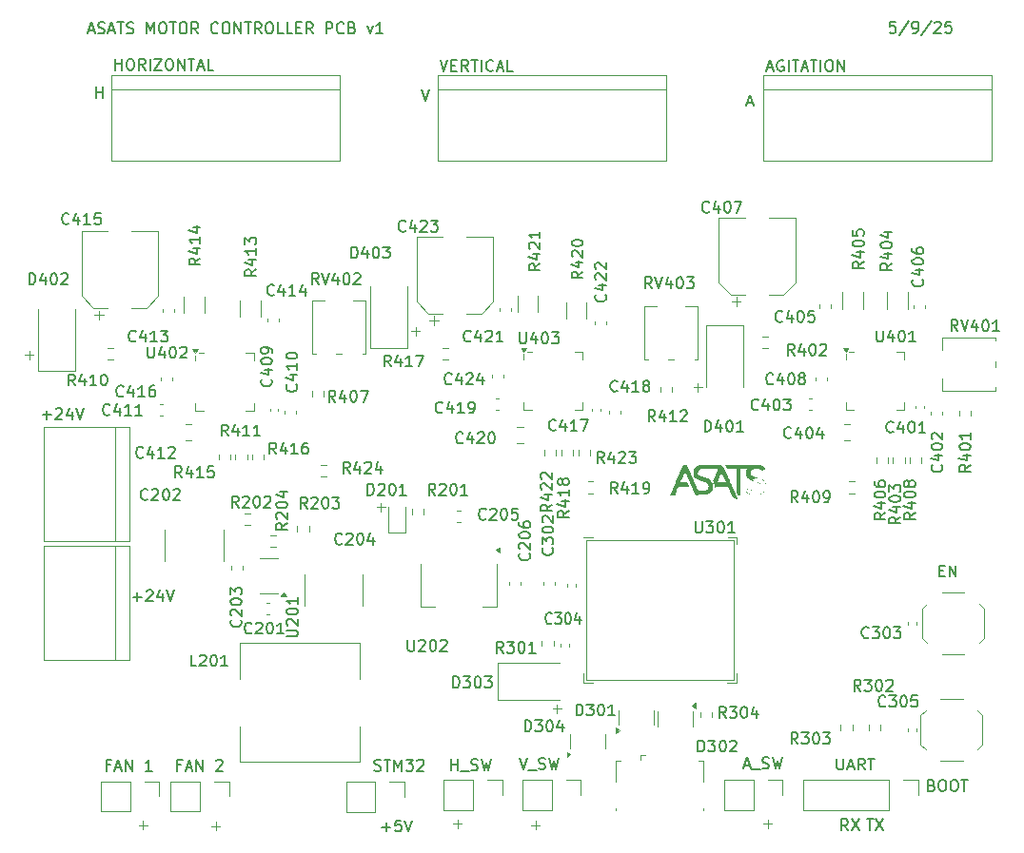
<source format=gbr>
%TF.GenerationSoftware,KiCad,Pcbnew,9.0.0*%
%TF.CreationDate,2025-05-09T17:06:21-07:00*%
%TF.ProjectId,Motor_Controller_Board_v1,4d6f746f-725f-4436-9f6e-74726f6c6c65,v1*%
%TF.SameCoordinates,Original*%
%TF.FileFunction,Legend,Top*%
%TF.FilePolarity,Positive*%
%FSLAX46Y46*%
G04 Gerber Fmt 4.6, Leading zero omitted, Abs format (unit mm)*
G04 Created by KiCad (PCBNEW 9.0.0) date 2025-05-09 17:06:21*
%MOMM*%
%LPD*%
G01*
G04 APERTURE LIST*
%ADD10C,0.100000*%
%ADD11C,0.200000*%
%ADD12C,0.150000*%
%ADD13C,0.120000*%
%ADD14C,0.000000*%
G04 APERTURE END LIST*
D10*
X152658533Y-147503884D02*
X152658533Y-148265789D01*
X152277580Y-147884836D02*
X153039485Y-147884836D01*
D11*
X151226816Y-141917219D02*
X151560149Y-142917219D01*
X151560149Y-142917219D02*
X151893482Y-141917219D01*
X151988721Y-143012457D02*
X152750625Y-143012457D01*
X152941102Y-142869600D02*
X153083959Y-142917219D01*
X153083959Y-142917219D02*
X153322054Y-142917219D01*
X153322054Y-142917219D02*
X153417292Y-142869600D01*
X153417292Y-142869600D02*
X153464911Y-142821980D01*
X153464911Y-142821980D02*
X153512530Y-142726742D01*
X153512530Y-142726742D02*
X153512530Y-142631504D01*
X153512530Y-142631504D02*
X153464911Y-142536266D01*
X153464911Y-142536266D02*
X153417292Y-142488647D01*
X153417292Y-142488647D02*
X153322054Y-142441028D01*
X153322054Y-142441028D02*
X153131578Y-142393409D01*
X153131578Y-142393409D02*
X153036340Y-142345790D01*
X153036340Y-142345790D02*
X152988721Y-142298171D01*
X152988721Y-142298171D02*
X152941102Y-142202933D01*
X152941102Y-142202933D02*
X152941102Y-142107695D01*
X152941102Y-142107695D02*
X152988721Y-142012457D01*
X152988721Y-142012457D02*
X153036340Y-141964838D01*
X153036340Y-141964838D02*
X153131578Y-141917219D01*
X153131578Y-141917219D02*
X153369673Y-141917219D01*
X153369673Y-141917219D02*
X153512530Y-141964838D01*
X153845864Y-141917219D02*
X154083959Y-142917219D01*
X154083959Y-142917219D02*
X154274435Y-142202933D01*
X154274435Y-142202933D02*
X154464911Y-142917219D01*
X154464911Y-142917219D02*
X154703007Y-141917219D01*
X144166816Y-79767219D02*
X144500149Y-80767219D01*
X144500149Y-80767219D02*
X144833482Y-79767219D01*
X145166816Y-80243409D02*
X145500149Y-80243409D01*
X145643006Y-80767219D02*
X145166816Y-80767219D01*
X145166816Y-80767219D02*
X145166816Y-79767219D01*
X145166816Y-79767219D02*
X145643006Y-79767219D01*
X146643006Y-80767219D02*
X146309673Y-80291028D01*
X146071578Y-80767219D02*
X146071578Y-79767219D01*
X146071578Y-79767219D02*
X146452530Y-79767219D01*
X146452530Y-79767219D02*
X146547768Y-79814838D01*
X146547768Y-79814838D02*
X146595387Y-79862457D01*
X146595387Y-79862457D02*
X146643006Y-79957695D01*
X146643006Y-79957695D02*
X146643006Y-80100552D01*
X146643006Y-80100552D02*
X146595387Y-80195790D01*
X146595387Y-80195790D02*
X146547768Y-80243409D01*
X146547768Y-80243409D02*
X146452530Y-80291028D01*
X146452530Y-80291028D02*
X146071578Y-80291028D01*
X146928721Y-79767219D02*
X147500149Y-79767219D01*
X147214435Y-80767219D02*
X147214435Y-79767219D01*
X147833483Y-80767219D02*
X147833483Y-79767219D01*
X148881101Y-80671980D02*
X148833482Y-80719600D01*
X148833482Y-80719600D02*
X148690625Y-80767219D01*
X148690625Y-80767219D02*
X148595387Y-80767219D01*
X148595387Y-80767219D02*
X148452530Y-80719600D01*
X148452530Y-80719600D02*
X148357292Y-80624361D01*
X148357292Y-80624361D02*
X148309673Y-80529123D01*
X148309673Y-80529123D02*
X148262054Y-80338647D01*
X148262054Y-80338647D02*
X148262054Y-80195790D01*
X148262054Y-80195790D02*
X148309673Y-80005314D01*
X148309673Y-80005314D02*
X148357292Y-79910076D01*
X148357292Y-79910076D02*
X148452530Y-79814838D01*
X148452530Y-79814838D02*
X148595387Y-79767219D01*
X148595387Y-79767219D02*
X148690625Y-79767219D01*
X148690625Y-79767219D02*
X148833482Y-79814838D01*
X148833482Y-79814838D02*
X148881101Y-79862457D01*
X149262054Y-80481504D02*
X149738244Y-80481504D01*
X149166816Y-80767219D02*
X149500149Y-79767219D01*
X149500149Y-79767219D02*
X149833482Y-80767219D01*
X150643006Y-80767219D02*
X150166816Y-80767219D01*
X150166816Y-80767219D02*
X150166816Y-79767219D01*
D10*
X124208533Y-147603884D02*
X124208533Y-148365789D01*
X123827580Y-147984836D02*
X124589485Y-147984836D01*
X173308533Y-147403884D02*
X173308533Y-148165789D01*
X172927580Y-147784836D02*
X173689485Y-147784836D01*
X138908533Y-119203884D02*
X138908533Y-119965789D01*
X138527580Y-119584836D02*
X139289485Y-119584836D01*
D11*
X171522054Y-83581504D02*
X171998244Y-83581504D01*
X171426816Y-83867219D02*
X171760149Y-82867219D01*
X171760149Y-82867219D02*
X172093482Y-83867219D01*
X138969673Y-148086266D02*
X139731578Y-148086266D01*
X139350625Y-148467219D02*
X139350625Y-147705314D01*
X140683958Y-147467219D02*
X140207768Y-147467219D01*
X140207768Y-147467219D02*
X140160149Y-147943409D01*
X140160149Y-147943409D02*
X140207768Y-147895790D01*
X140207768Y-147895790D02*
X140303006Y-147848171D01*
X140303006Y-147848171D02*
X140541101Y-147848171D01*
X140541101Y-147848171D02*
X140636339Y-147895790D01*
X140636339Y-147895790D02*
X140683958Y-147943409D01*
X140683958Y-147943409D02*
X140731577Y-148038647D01*
X140731577Y-148038647D02*
X140731577Y-148276742D01*
X140731577Y-148276742D02*
X140683958Y-148371980D01*
X140683958Y-148371980D02*
X140636339Y-148419600D01*
X140636339Y-148419600D02*
X140541101Y-148467219D01*
X140541101Y-148467219D02*
X140303006Y-148467219D01*
X140303006Y-148467219D02*
X140207768Y-148419600D01*
X140207768Y-148419600D02*
X140160149Y-148371980D01*
X141017292Y-147467219D02*
X141350625Y-148467219D01*
X141350625Y-148467219D02*
X141683958Y-147467219D01*
X171222054Y-142581504D02*
X171698244Y-142581504D01*
X171126816Y-142867219D02*
X171460149Y-141867219D01*
X171460149Y-141867219D02*
X171793482Y-142867219D01*
X171888721Y-142962457D02*
X172650625Y-142962457D01*
X172841102Y-142819600D02*
X172983959Y-142867219D01*
X172983959Y-142867219D02*
X173222054Y-142867219D01*
X173222054Y-142867219D02*
X173317292Y-142819600D01*
X173317292Y-142819600D02*
X173364911Y-142771980D01*
X173364911Y-142771980D02*
X173412530Y-142676742D01*
X173412530Y-142676742D02*
X173412530Y-142581504D01*
X173412530Y-142581504D02*
X173364911Y-142486266D01*
X173364911Y-142486266D02*
X173317292Y-142438647D01*
X173317292Y-142438647D02*
X173222054Y-142391028D01*
X173222054Y-142391028D02*
X173031578Y-142343409D01*
X173031578Y-142343409D02*
X172936340Y-142295790D01*
X172936340Y-142295790D02*
X172888721Y-142248171D01*
X172888721Y-142248171D02*
X172841102Y-142152933D01*
X172841102Y-142152933D02*
X172841102Y-142057695D01*
X172841102Y-142057695D02*
X172888721Y-141962457D01*
X172888721Y-141962457D02*
X172936340Y-141914838D01*
X172936340Y-141914838D02*
X173031578Y-141867219D01*
X173031578Y-141867219D02*
X173269673Y-141867219D01*
X173269673Y-141867219D02*
X173412530Y-141914838D01*
X173745864Y-141867219D02*
X173983959Y-142867219D01*
X173983959Y-142867219D02*
X174174435Y-142152933D01*
X174174435Y-142152933D02*
X174364911Y-142867219D01*
X174364911Y-142867219D02*
X174603007Y-141867219D01*
X188569673Y-125243409D02*
X188903006Y-125243409D01*
X189045863Y-125767219D02*
X188569673Y-125767219D01*
X188569673Y-125767219D02*
X188569673Y-124767219D01*
X188569673Y-124767219D02*
X189045863Y-124767219D01*
X189474435Y-125767219D02*
X189474435Y-124767219D01*
X189474435Y-124767219D02*
X190045863Y-125767219D01*
X190045863Y-125767219D02*
X190045863Y-124767219D01*
X173262054Y-80481504D02*
X173738244Y-80481504D01*
X173166816Y-80767219D02*
X173500149Y-79767219D01*
X173500149Y-79767219D02*
X173833482Y-80767219D01*
X174690625Y-79814838D02*
X174595387Y-79767219D01*
X174595387Y-79767219D02*
X174452530Y-79767219D01*
X174452530Y-79767219D02*
X174309673Y-79814838D01*
X174309673Y-79814838D02*
X174214435Y-79910076D01*
X174214435Y-79910076D02*
X174166816Y-80005314D01*
X174166816Y-80005314D02*
X174119197Y-80195790D01*
X174119197Y-80195790D02*
X174119197Y-80338647D01*
X174119197Y-80338647D02*
X174166816Y-80529123D01*
X174166816Y-80529123D02*
X174214435Y-80624361D01*
X174214435Y-80624361D02*
X174309673Y-80719600D01*
X174309673Y-80719600D02*
X174452530Y-80767219D01*
X174452530Y-80767219D02*
X174547768Y-80767219D01*
X174547768Y-80767219D02*
X174690625Y-80719600D01*
X174690625Y-80719600D02*
X174738244Y-80671980D01*
X174738244Y-80671980D02*
X174738244Y-80338647D01*
X174738244Y-80338647D02*
X174547768Y-80338647D01*
X175166816Y-80767219D02*
X175166816Y-79767219D01*
X175500149Y-79767219D02*
X176071577Y-79767219D01*
X175785863Y-80767219D02*
X175785863Y-79767219D01*
X176357292Y-80481504D02*
X176833482Y-80481504D01*
X176262054Y-80767219D02*
X176595387Y-79767219D01*
X176595387Y-79767219D02*
X176928720Y-80767219D01*
X177119197Y-79767219D02*
X177690625Y-79767219D01*
X177404911Y-80767219D02*
X177404911Y-79767219D01*
X178023959Y-80767219D02*
X178023959Y-79767219D01*
X178690625Y-79767219D02*
X178881101Y-79767219D01*
X178881101Y-79767219D02*
X178976339Y-79814838D01*
X178976339Y-79814838D02*
X179071577Y-79910076D01*
X179071577Y-79910076D02*
X179119196Y-80100552D01*
X179119196Y-80100552D02*
X179119196Y-80433885D01*
X179119196Y-80433885D02*
X179071577Y-80624361D01*
X179071577Y-80624361D02*
X178976339Y-80719600D01*
X178976339Y-80719600D02*
X178881101Y-80767219D01*
X178881101Y-80767219D02*
X178690625Y-80767219D01*
X178690625Y-80767219D02*
X178595387Y-80719600D01*
X178595387Y-80719600D02*
X178500149Y-80624361D01*
X178500149Y-80624361D02*
X178452530Y-80433885D01*
X178452530Y-80433885D02*
X178452530Y-80100552D01*
X178452530Y-80100552D02*
X178500149Y-79910076D01*
X178500149Y-79910076D02*
X178595387Y-79814838D01*
X178595387Y-79814838D02*
X178690625Y-79767219D01*
X179547768Y-80767219D02*
X179547768Y-79767219D01*
X179547768Y-79767219D02*
X180119196Y-80767219D01*
X180119196Y-80767219D02*
X180119196Y-79767219D01*
X112872054Y-77131504D02*
X113348244Y-77131504D01*
X112776816Y-77417219D02*
X113110149Y-76417219D01*
X113110149Y-76417219D02*
X113443482Y-77417219D01*
X113729197Y-77369600D02*
X113872054Y-77417219D01*
X113872054Y-77417219D02*
X114110149Y-77417219D01*
X114110149Y-77417219D02*
X114205387Y-77369600D01*
X114205387Y-77369600D02*
X114253006Y-77321980D01*
X114253006Y-77321980D02*
X114300625Y-77226742D01*
X114300625Y-77226742D02*
X114300625Y-77131504D01*
X114300625Y-77131504D02*
X114253006Y-77036266D01*
X114253006Y-77036266D02*
X114205387Y-76988647D01*
X114205387Y-76988647D02*
X114110149Y-76941028D01*
X114110149Y-76941028D02*
X113919673Y-76893409D01*
X113919673Y-76893409D02*
X113824435Y-76845790D01*
X113824435Y-76845790D02*
X113776816Y-76798171D01*
X113776816Y-76798171D02*
X113729197Y-76702933D01*
X113729197Y-76702933D02*
X113729197Y-76607695D01*
X113729197Y-76607695D02*
X113776816Y-76512457D01*
X113776816Y-76512457D02*
X113824435Y-76464838D01*
X113824435Y-76464838D02*
X113919673Y-76417219D01*
X113919673Y-76417219D02*
X114157768Y-76417219D01*
X114157768Y-76417219D02*
X114300625Y-76464838D01*
X114681578Y-77131504D02*
X115157768Y-77131504D01*
X114586340Y-77417219D02*
X114919673Y-76417219D01*
X114919673Y-76417219D02*
X115253006Y-77417219D01*
X115443483Y-76417219D02*
X116014911Y-76417219D01*
X115729197Y-77417219D02*
X115729197Y-76417219D01*
X116300626Y-77369600D02*
X116443483Y-77417219D01*
X116443483Y-77417219D02*
X116681578Y-77417219D01*
X116681578Y-77417219D02*
X116776816Y-77369600D01*
X116776816Y-77369600D02*
X116824435Y-77321980D01*
X116824435Y-77321980D02*
X116872054Y-77226742D01*
X116872054Y-77226742D02*
X116872054Y-77131504D01*
X116872054Y-77131504D02*
X116824435Y-77036266D01*
X116824435Y-77036266D02*
X116776816Y-76988647D01*
X116776816Y-76988647D02*
X116681578Y-76941028D01*
X116681578Y-76941028D02*
X116491102Y-76893409D01*
X116491102Y-76893409D02*
X116395864Y-76845790D01*
X116395864Y-76845790D02*
X116348245Y-76798171D01*
X116348245Y-76798171D02*
X116300626Y-76702933D01*
X116300626Y-76702933D02*
X116300626Y-76607695D01*
X116300626Y-76607695D02*
X116348245Y-76512457D01*
X116348245Y-76512457D02*
X116395864Y-76464838D01*
X116395864Y-76464838D02*
X116491102Y-76417219D01*
X116491102Y-76417219D02*
X116729197Y-76417219D01*
X116729197Y-76417219D02*
X116872054Y-76464838D01*
X118062531Y-77417219D02*
X118062531Y-76417219D01*
X118062531Y-76417219D02*
X118395864Y-77131504D01*
X118395864Y-77131504D02*
X118729197Y-76417219D01*
X118729197Y-76417219D02*
X118729197Y-77417219D01*
X119395864Y-76417219D02*
X119586340Y-76417219D01*
X119586340Y-76417219D02*
X119681578Y-76464838D01*
X119681578Y-76464838D02*
X119776816Y-76560076D01*
X119776816Y-76560076D02*
X119824435Y-76750552D01*
X119824435Y-76750552D02*
X119824435Y-77083885D01*
X119824435Y-77083885D02*
X119776816Y-77274361D01*
X119776816Y-77274361D02*
X119681578Y-77369600D01*
X119681578Y-77369600D02*
X119586340Y-77417219D01*
X119586340Y-77417219D02*
X119395864Y-77417219D01*
X119395864Y-77417219D02*
X119300626Y-77369600D01*
X119300626Y-77369600D02*
X119205388Y-77274361D01*
X119205388Y-77274361D02*
X119157769Y-77083885D01*
X119157769Y-77083885D02*
X119157769Y-76750552D01*
X119157769Y-76750552D02*
X119205388Y-76560076D01*
X119205388Y-76560076D02*
X119300626Y-76464838D01*
X119300626Y-76464838D02*
X119395864Y-76417219D01*
X120110150Y-76417219D02*
X120681578Y-76417219D01*
X120395864Y-77417219D02*
X120395864Y-76417219D01*
X121205388Y-76417219D02*
X121395864Y-76417219D01*
X121395864Y-76417219D02*
X121491102Y-76464838D01*
X121491102Y-76464838D02*
X121586340Y-76560076D01*
X121586340Y-76560076D02*
X121633959Y-76750552D01*
X121633959Y-76750552D02*
X121633959Y-77083885D01*
X121633959Y-77083885D02*
X121586340Y-77274361D01*
X121586340Y-77274361D02*
X121491102Y-77369600D01*
X121491102Y-77369600D02*
X121395864Y-77417219D01*
X121395864Y-77417219D02*
X121205388Y-77417219D01*
X121205388Y-77417219D02*
X121110150Y-77369600D01*
X121110150Y-77369600D02*
X121014912Y-77274361D01*
X121014912Y-77274361D02*
X120967293Y-77083885D01*
X120967293Y-77083885D02*
X120967293Y-76750552D01*
X120967293Y-76750552D02*
X121014912Y-76560076D01*
X121014912Y-76560076D02*
X121110150Y-76464838D01*
X121110150Y-76464838D02*
X121205388Y-76417219D01*
X122633959Y-77417219D02*
X122300626Y-76941028D01*
X122062531Y-77417219D02*
X122062531Y-76417219D01*
X122062531Y-76417219D02*
X122443483Y-76417219D01*
X122443483Y-76417219D02*
X122538721Y-76464838D01*
X122538721Y-76464838D02*
X122586340Y-76512457D01*
X122586340Y-76512457D02*
X122633959Y-76607695D01*
X122633959Y-76607695D02*
X122633959Y-76750552D01*
X122633959Y-76750552D02*
X122586340Y-76845790D01*
X122586340Y-76845790D02*
X122538721Y-76893409D01*
X122538721Y-76893409D02*
X122443483Y-76941028D01*
X122443483Y-76941028D02*
X122062531Y-76941028D01*
X124395864Y-77321980D02*
X124348245Y-77369600D01*
X124348245Y-77369600D02*
X124205388Y-77417219D01*
X124205388Y-77417219D02*
X124110150Y-77417219D01*
X124110150Y-77417219D02*
X123967293Y-77369600D01*
X123967293Y-77369600D02*
X123872055Y-77274361D01*
X123872055Y-77274361D02*
X123824436Y-77179123D01*
X123824436Y-77179123D02*
X123776817Y-76988647D01*
X123776817Y-76988647D02*
X123776817Y-76845790D01*
X123776817Y-76845790D02*
X123824436Y-76655314D01*
X123824436Y-76655314D02*
X123872055Y-76560076D01*
X123872055Y-76560076D02*
X123967293Y-76464838D01*
X123967293Y-76464838D02*
X124110150Y-76417219D01*
X124110150Y-76417219D02*
X124205388Y-76417219D01*
X124205388Y-76417219D02*
X124348245Y-76464838D01*
X124348245Y-76464838D02*
X124395864Y-76512457D01*
X125014912Y-76417219D02*
X125205388Y-76417219D01*
X125205388Y-76417219D02*
X125300626Y-76464838D01*
X125300626Y-76464838D02*
X125395864Y-76560076D01*
X125395864Y-76560076D02*
X125443483Y-76750552D01*
X125443483Y-76750552D02*
X125443483Y-77083885D01*
X125443483Y-77083885D02*
X125395864Y-77274361D01*
X125395864Y-77274361D02*
X125300626Y-77369600D01*
X125300626Y-77369600D02*
X125205388Y-77417219D01*
X125205388Y-77417219D02*
X125014912Y-77417219D01*
X125014912Y-77417219D02*
X124919674Y-77369600D01*
X124919674Y-77369600D02*
X124824436Y-77274361D01*
X124824436Y-77274361D02*
X124776817Y-77083885D01*
X124776817Y-77083885D02*
X124776817Y-76750552D01*
X124776817Y-76750552D02*
X124824436Y-76560076D01*
X124824436Y-76560076D02*
X124919674Y-76464838D01*
X124919674Y-76464838D02*
X125014912Y-76417219D01*
X125872055Y-77417219D02*
X125872055Y-76417219D01*
X125872055Y-76417219D02*
X126443483Y-77417219D01*
X126443483Y-77417219D02*
X126443483Y-76417219D01*
X126776817Y-76417219D02*
X127348245Y-76417219D01*
X127062531Y-77417219D02*
X127062531Y-76417219D01*
X128253007Y-77417219D02*
X127919674Y-76941028D01*
X127681579Y-77417219D02*
X127681579Y-76417219D01*
X127681579Y-76417219D02*
X128062531Y-76417219D01*
X128062531Y-76417219D02*
X128157769Y-76464838D01*
X128157769Y-76464838D02*
X128205388Y-76512457D01*
X128205388Y-76512457D02*
X128253007Y-76607695D01*
X128253007Y-76607695D02*
X128253007Y-76750552D01*
X128253007Y-76750552D02*
X128205388Y-76845790D01*
X128205388Y-76845790D02*
X128157769Y-76893409D01*
X128157769Y-76893409D02*
X128062531Y-76941028D01*
X128062531Y-76941028D02*
X127681579Y-76941028D01*
X128872055Y-76417219D02*
X129062531Y-76417219D01*
X129062531Y-76417219D02*
X129157769Y-76464838D01*
X129157769Y-76464838D02*
X129253007Y-76560076D01*
X129253007Y-76560076D02*
X129300626Y-76750552D01*
X129300626Y-76750552D02*
X129300626Y-77083885D01*
X129300626Y-77083885D02*
X129253007Y-77274361D01*
X129253007Y-77274361D02*
X129157769Y-77369600D01*
X129157769Y-77369600D02*
X129062531Y-77417219D01*
X129062531Y-77417219D02*
X128872055Y-77417219D01*
X128872055Y-77417219D02*
X128776817Y-77369600D01*
X128776817Y-77369600D02*
X128681579Y-77274361D01*
X128681579Y-77274361D02*
X128633960Y-77083885D01*
X128633960Y-77083885D02*
X128633960Y-76750552D01*
X128633960Y-76750552D02*
X128681579Y-76560076D01*
X128681579Y-76560076D02*
X128776817Y-76464838D01*
X128776817Y-76464838D02*
X128872055Y-76417219D01*
X130205388Y-77417219D02*
X129729198Y-77417219D01*
X129729198Y-77417219D02*
X129729198Y-76417219D01*
X131014912Y-77417219D02*
X130538722Y-77417219D01*
X130538722Y-77417219D02*
X130538722Y-76417219D01*
X131348246Y-76893409D02*
X131681579Y-76893409D01*
X131824436Y-77417219D02*
X131348246Y-77417219D01*
X131348246Y-77417219D02*
X131348246Y-76417219D01*
X131348246Y-76417219D02*
X131824436Y-76417219D01*
X132824436Y-77417219D02*
X132491103Y-76941028D01*
X132253008Y-77417219D02*
X132253008Y-76417219D01*
X132253008Y-76417219D02*
X132633960Y-76417219D01*
X132633960Y-76417219D02*
X132729198Y-76464838D01*
X132729198Y-76464838D02*
X132776817Y-76512457D01*
X132776817Y-76512457D02*
X132824436Y-76607695D01*
X132824436Y-76607695D02*
X132824436Y-76750552D01*
X132824436Y-76750552D02*
X132776817Y-76845790D01*
X132776817Y-76845790D02*
X132729198Y-76893409D01*
X132729198Y-76893409D02*
X132633960Y-76941028D01*
X132633960Y-76941028D02*
X132253008Y-76941028D01*
X134014913Y-77417219D02*
X134014913Y-76417219D01*
X134014913Y-76417219D02*
X134395865Y-76417219D01*
X134395865Y-76417219D02*
X134491103Y-76464838D01*
X134491103Y-76464838D02*
X134538722Y-76512457D01*
X134538722Y-76512457D02*
X134586341Y-76607695D01*
X134586341Y-76607695D02*
X134586341Y-76750552D01*
X134586341Y-76750552D02*
X134538722Y-76845790D01*
X134538722Y-76845790D02*
X134491103Y-76893409D01*
X134491103Y-76893409D02*
X134395865Y-76941028D01*
X134395865Y-76941028D02*
X134014913Y-76941028D01*
X135586341Y-77321980D02*
X135538722Y-77369600D01*
X135538722Y-77369600D02*
X135395865Y-77417219D01*
X135395865Y-77417219D02*
X135300627Y-77417219D01*
X135300627Y-77417219D02*
X135157770Y-77369600D01*
X135157770Y-77369600D02*
X135062532Y-77274361D01*
X135062532Y-77274361D02*
X135014913Y-77179123D01*
X135014913Y-77179123D02*
X134967294Y-76988647D01*
X134967294Y-76988647D02*
X134967294Y-76845790D01*
X134967294Y-76845790D02*
X135014913Y-76655314D01*
X135014913Y-76655314D02*
X135062532Y-76560076D01*
X135062532Y-76560076D02*
X135157770Y-76464838D01*
X135157770Y-76464838D02*
X135300627Y-76417219D01*
X135300627Y-76417219D02*
X135395865Y-76417219D01*
X135395865Y-76417219D02*
X135538722Y-76464838D01*
X135538722Y-76464838D02*
X135586341Y-76512457D01*
X136348246Y-76893409D02*
X136491103Y-76941028D01*
X136491103Y-76941028D02*
X136538722Y-76988647D01*
X136538722Y-76988647D02*
X136586341Y-77083885D01*
X136586341Y-77083885D02*
X136586341Y-77226742D01*
X136586341Y-77226742D02*
X136538722Y-77321980D01*
X136538722Y-77321980D02*
X136491103Y-77369600D01*
X136491103Y-77369600D02*
X136395865Y-77417219D01*
X136395865Y-77417219D02*
X136014913Y-77417219D01*
X136014913Y-77417219D02*
X136014913Y-76417219D01*
X136014913Y-76417219D02*
X136348246Y-76417219D01*
X136348246Y-76417219D02*
X136443484Y-76464838D01*
X136443484Y-76464838D02*
X136491103Y-76512457D01*
X136491103Y-76512457D02*
X136538722Y-76607695D01*
X136538722Y-76607695D02*
X136538722Y-76702933D01*
X136538722Y-76702933D02*
X136491103Y-76798171D01*
X136491103Y-76798171D02*
X136443484Y-76845790D01*
X136443484Y-76845790D02*
X136348246Y-76893409D01*
X136348246Y-76893409D02*
X136014913Y-76893409D01*
X137681580Y-76750552D02*
X137919675Y-77417219D01*
X137919675Y-77417219D02*
X138157770Y-76750552D01*
X139062532Y-77417219D02*
X138491104Y-77417219D01*
X138776818Y-77417219D02*
X138776818Y-76417219D01*
X138776818Y-76417219D02*
X138681580Y-76560076D01*
X138681580Y-76560076D02*
X138586342Y-76655314D01*
X138586342Y-76655314D02*
X138491104Y-76702933D01*
X138322054Y-143019600D02*
X138464911Y-143067219D01*
X138464911Y-143067219D02*
X138703006Y-143067219D01*
X138703006Y-143067219D02*
X138798244Y-143019600D01*
X138798244Y-143019600D02*
X138845863Y-142971980D01*
X138845863Y-142971980D02*
X138893482Y-142876742D01*
X138893482Y-142876742D02*
X138893482Y-142781504D01*
X138893482Y-142781504D02*
X138845863Y-142686266D01*
X138845863Y-142686266D02*
X138798244Y-142638647D01*
X138798244Y-142638647D02*
X138703006Y-142591028D01*
X138703006Y-142591028D02*
X138512530Y-142543409D01*
X138512530Y-142543409D02*
X138417292Y-142495790D01*
X138417292Y-142495790D02*
X138369673Y-142448171D01*
X138369673Y-142448171D02*
X138322054Y-142352933D01*
X138322054Y-142352933D02*
X138322054Y-142257695D01*
X138322054Y-142257695D02*
X138369673Y-142162457D01*
X138369673Y-142162457D02*
X138417292Y-142114838D01*
X138417292Y-142114838D02*
X138512530Y-142067219D01*
X138512530Y-142067219D02*
X138750625Y-142067219D01*
X138750625Y-142067219D02*
X138893482Y-142114838D01*
X139179197Y-142067219D02*
X139750625Y-142067219D01*
X139464911Y-143067219D02*
X139464911Y-142067219D01*
X140083959Y-143067219D02*
X140083959Y-142067219D01*
X140083959Y-142067219D02*
X140417292Y-142781504D01*
X140417292Y-142781504D02*
X140750625Y-142067219D01*
X140750625Y-142067219D02*
X140750625Y-143067219D01*
X141131578Y-142067219D02*
X141750625Y-142067219D01*
X141750625Y-142067219D02*
X141417292Y-142448171D01*
X141417292Y-142448171D02*
X141560149Y-142448171D01*
X141560149Y-142448171D02*
X141655387Y-142495790D01*
X141655387Y-142495790D02*
X141703006Y-142543409D01*
X141703006Y-142543409D02*
X141750625Y-142638647D01*
X141750625Y-142638647D02*
X141750625Y-142876742D01*
X141750625Y-142876742D02*
X141703006Y-142971980D01*
X141703006Y-142971980D02*
X141655387Y-143019600D01*
X141655387Y-143019600D02*
X141560149Y-143067219D01*
X141560149Y-143067219D02*
X141274435Y-143067219D01*
X141274435Y-143067219D02*
X141179197Y-143019600D01*
X141179197Y-143019600D02*
X141131578Y-142971980D01*
X142131578Y-142162457D02*
X142179197Y-142114838D01*
X142179197Y-142114838D02*
X142274435Y-142067219D01*
X142274435Y-142067219D02*
X142512530Y-142067219D01*
X142512530Y-142067219D02*
X142607768Y-142114838D01*
X142607768Y-142114838D02*
X142655387Y-142162457D01*
X142655387Y-142162457D02*
X142703006Y-142257695D01*
X142703006Y-142257695D02*
X142703006Y-142352933D01*
X142703006Y-142352933D02*
X142655387Y-142495790D01*
X142655387Y-142495790D02*
X142083959Y-143067219D01*
X142083959Y-143067219D02*
X142703006Y-143067219D01*
X184670863Y-76367219D02*
X184194673Y-76367219D01*
X184194673Y-76367219D02*
X184147054Y-76843409D01*
X184147054Y-76843409D02*
X184194673Y-76795790D01*
X184194673Y-76795790D02*
X184289911Y-76748171D01*
X184289911Y-76748171D02*
X184528006Y-76748171D01*
X184528006Y-76748171D02*
X184623244Y-76795790D01*
X184623244Y-76795790D02*
X184670863Y-76843409D01*
X184670863Y-76843409D02*
X184718482Y-76938647D01*
X184718482Y-76938647D02*
X184718482Y-77176742D01*
X184718482Y-77176742D02*
X184670863Y-77271980D01*
X184670863Y-77271980D02*
X184623244Y-77319600D01*
X184623244Y-77319600D02*
X184528006Y-77367219D01*
X184528006Y-77367219D02*
X184289911Y-77367219D01*
X184289911Y-77367219D02*
X184194673Y-77319600D01*
X184194673Y-77319600D02*
X184147054Y-77271980D01*
X185861339Y-76319600D02*
X185004197Y-77605314D01*
X186242292Y-77367219D02*
X186432768Y-77367219D01*
X186432768Y-77367219D02*
X186528006Y-77319600D01*
X186528006Y-77319600D02*
X186575625Y-77271980D01*
X186575625Y-77271980D02*
X186670863Y-77129123D01*
X186670863Y-77129123D02*
X186718482Y-76938647D01*
X186718482Y-76938647D02*
X186718482Y-76557695D01*
X186718482Y-76557695D02*
X186670863Y-76462457D01*
X186670863Y-76462457D02*
X186623244Y-76414838D01*
X186623244Y-76414838D02*
X186528006Y-76367219D01*
X186528006Y-76367219D02*
X186337530Y-76367219D01*
X186337530Y-76367219D02*
X186242292Y-76414838D01*
X186242292Y-76414838D02*
X186194673Y-76462457D01*
X186194673Y-76462457D02*
X186147054Y-76557695D01*
X186147054Y-76557695D02*
X186147054Y-76795790D01*
X186147054Y-76795790D02*
X186194673Y-76891028D01*
X186194673Y-76891028D02*
X186242292Y-76938647D01*
X186242292Y-76938647D02*
X186337530Y-76986266D01*
X186337530Y-76986266D02*
X186528006Y-76986266D01*
X186528006Y-76986266D02*
X186623244Y-76938647D01*
X186623244Y-76938647D02*
X186670863Y-76891028D01*
X186670863Y-76891028D02*
X186718482Y-76795790D01*
X187861339Y-76319600D02*
X187004197Y-77605314D01*
X188147054Y-76462457D02*
X188194673Y-76414838D01*
X188194673Y-76414838D02*
X188289911Y-76367219D01*
X188289911Y-76367219D02*
X188528006Y-76367219D01*
X188528006Y-76367219D02*
X188623244Y-76414838D01*
X188623244Y-76414838D02*
X188670863Y-76462457D01*
X188670863Y-76462457D02*
X188718482Y-76557695D01*
X188718482Y-76557695D02*
X188718482Y-76652933D01*
X188718482Y-76652933D02*
X188670863Y-76795790D01*
X188670863Y-76795790D02*
X188099435Y-77367219D01*
X188099435Y-77367219D02*
X188718482Y-77367219D01*
X189623244Y-76367219D02*
X189147054Y-76367219D01*
X189147054Y-76367219D02*
X189099435Y-76843409D01*
X189099435Y-76843409D02*
X189147054Y-76795790D01*
X189147054Y-76795790D02*
X189242292Y-76748171D01*
X189242292Y-76748171D02*
X189480387Y-76748171D01*
X189480387Y-76748171D02*
X189575625Y-76795790D01*
X189575625Y-76795790D02*
X189623244Y-76843409D01*
X189623244Y-76843409D02*
X189670863Y-76938647D01*
X189670863Y-76938647D02*
X189670863Y-77176742D01*
X189670863Y-77176742D02*
X189623244Y-77271980D01*
X189623244Y-77271980D02*
X189575625Y-77319600D01*
X189575625Y-77319600D02*
X189480387Y-77367219D01*
X189480387Y-77367219D02*
X189242292Y-77367219D01*
X189242292Y-77367219D02*
X189147054Y-77319600D01*
X189147054Y-77319600D02*
X189099435Y-77271980D01*
X121103006Y-142543409D02*
X120769673Y-142543409D01*
X120769673Y-143067219D02*
X120769673Y-142067219D01*
X120769673Y-142067219D02*
X121245863Y-142067219D01*
X121579197Y-142781504D02*
X122055387Y-142781504D01*
X121483959Y-143067219D02*
X121817292Y-142067219D01*
X121817292Y-142067219D02*
X122150625Y-143067219D01*
X122483959Y-143067219D02*
X122483959Y-142067219D01*
X122483959Y-142067219D02*
X123055387Y-143067219D01*
X123055387Y-143067219D02*
X123055387Y-142067219D01*
X124245864Y-142162457D02*
X124293483Y-142114838D01*
X124293483Y-142114838D02*
X124388721Y-142067219D01*
X124388721Y-142067219D02*
X124626816Y-142067219D01*
X124626816Y-142067219D02*
X124722054Y-142114838D01*
X124722054Y-142114838D02*
X124769673Y-142162457D01*
X124769673Y-142162457D02*
X124817292Y-142257695D01*
X124817292Y-142257695D02*
X124817292Y-142352933D01*
X124817292Y-142352933D02*
X124769673Y-142495790D01*
X124769673Y-142495790D02*
X124198245Y-143067219D01*
X124198245Y-143067219D02*
X124817292Y-143067219D01*
D10*
X117708533Y-147503884D02*
X117708533Y-148265789D01*
X117327580Y-147884836D02*
X118089485Y-147884836D01*
D11*
X180441101Y-148367219D02*
X180107768Y-147891028D01*
X179869673Y-148367219D02*
X179869673Y-147367219D01*
X179869673Y-147367219D02*
X180250625Y-147367219D01*
X180250625Y-147367219D02*
X180345863Y-147414838D01*
X180345863Y-147414838D02*
X180393482Y-147462457D01*
X180393482Y-147462457D02*
X180441101Y-147557695D01*
X180441101Y-147557695D02*
X180441101Y-147700552D01*
X180441101Y-147700552D02*
X180393482Y-147795790D01*
X180393482Y-147795790D02*
X180345863Y-147843409D01*
X180345863Y-147843409D02*
X180250625Y-147891028D01*
X180250625Y-147891028D02*
X179869673Y-147891028D01*
X180774435Y-147367219D02*
X181441101Y-148367219D01*
X181441101Y-147367219D02*
X180774435Y-148367219D01*
X187903006Y-144343409D02*
X188045863Y-144391028D01*
X188045863Y-144391028D02*
X188093482Y-144438647D01*
X188093482Y-144438647D02*
X188141101Y-144533885D01*
X188141101Y-144533885D02*
X188141101Y-144676742D01*
X188141101Y-144676742D02*
X188093482Y-144771980D01*
X188093482Y-144771980D02*
X188045863Y-144819600D01*
X188045863Y-144819600D02*
X187950625Y-144867219D01*
X187950625Y-144867219D02*
X187569673Y-144867219D01*
X187569673Y-144867219D02*
X187569673Y-143867219D01*
X187569673Y-143867219D02*
X187903006Y-143867219D01*
X187903006Y-143867219D02*
X187998244Y-143914838D01*
X187998244Y-143914838D02*
X188045863Y-143962457D01*
X188045863Y-143962457D02*
X188093482Y-144057695D01*
X188093482Y-144057695D02*
X188093482Y-144152933D01*
X188093482Y-144152933D02*
X188045863Y-144248171D01*
X188045863Y-144248171D02*
X187998244Y-144295790D01*
X187998244Y-144295790D02*
X187903006Y-144343409D01*
X187903006Y-144343409D02*
X187569673Y-144343409D01*
X188760149Y-143867219D02*
X188950625Y-143867219D01*
X188950625Y-143867219D02*
X189045863Y-143914838D01*
X189045863Y-143914838D02*
X189141101Y-144010076D01*
X189141101Y-144010076D02*
X189188720Y-144200552D01*
X189188720Y-144200552D02*
X189188720Y-144533885D01*
X189188720Y-144533885D02*
X189141101Y-144724361D01*
X189141101Y-144724361D02*
X189045863Y-144819600D01*
X189045863Y-144819600D02*
X188950625Y-144867219D01*
X188950625Y-144867219D02*
X188760149Y-144867219D01*
X188760149Y-144867219D02*
X188664911Y-144819600D01*
X188664911Y-144819600D02*
X188569673Y-144724361D01*
X188569673Y-144724361D02*
X188522054Y-144533885D01*
X188522054Y-144533885D02*
X188522054Y-144200552D01*
X188522054Y-144200552D02*
X188569673Y-144010076D01*
X188569673Y-144010076D02*
X188664911Y-143914838D01*
X188664911Y-143914838D02*
X188760149Y-143867219D01*
X189807768Y-143867219D02*
X189998244Y-143867219D01*
X189998244Y-143867219D02*
X190093482Y-143914838D01*
X190093482Y-143914838D02*
X190188720Y-144010076D01*
X190188720Y-144010076D02*
X190236339Y-144200552D01*
X190236339Y-144200552D02*
X190236339Y-144533885D01*
X190236339Y-144533885D02*
X190188720Y-144724361D01*
X190188720Y-144724361D02*
X190093482Y-144819600D01*
X190093482Y-144819600D02*
X189998244Y-144867219D01*
X189998244Y-144867219D02*
X189807768Y-144867219D01*
X189807768Y-144867219D02*
X189712530Y-144819600D01*
X189712530Y-144819600D02*
X189617292Y-144724361D01*
X189617292Y-144724361D02*
X189569673Y-144533885D01*
X189569673Y-144533885D02*
X189569673Y-144200552D01*
X189569673Y-144200552D02*
X189617292Y-144010076D01*
X189617292Y-144010076D02*
X189712530Y-143914838D01*
X189712530Y-143914838D02*
X189807768Y-143867219D01*
X190522054Y-143867219D02*
X191093482Y-143867219D01*
X190807768Y-144867219D02*
X190807768Y-143867219D01*
X116849673Y-127576266D02*
X117611578Y-127576266D01*
X117230625Y-127957219D02*
X117230625Y-127195314D01*
X118040149Y-127052457D02*
X118087768Y-127004838D01*
X118087768Y-127004838D02*
X118183006Y-126957219D01*
X118183006Y-126957219D02*
X118421101Y-126957219D01*
X118421101Y-126957219D02*
X118516339Y-127004838D01*
X118516339Y-127004838D02*
X118563958Y-127052457D01*
X118563958Y-127052457D02*
X118611577Y-127147695D01*
X118611577Y-127147695D02*
X118611577Y-127242933D01*
X118611577Y-127242933D02*
X118563958Y-127385790D01*
X118563958Y-127385790D02*
X117992530Y-127957219D01*
X117992530Y-127957219D02*
X118611577Y-127957219D01*
X119468720Y-127290552D02*
X119468720Y-127957219D01*
X119230625Y-126909600D02*
X118992530Y-127623885D01*
X118992530Y-127623885D02*
X119611577Y-127623885D01*
X119849673Y-126957219D02*
X120183006Y-127957219D01*
X120183006Y-127957219D02*
X120516339Y-126957219D01*
X182126816Y-147367219D02*
X182698244Y-147367219D01*
X182412530Y-148367219D02*
X182412530Y-147367219D01*
X182936340Y-147367219D02*
X183603006Y-148367219D01*
X183603006Y-147367219D02*
X182936340Y-148367219D01*
X115269673Y-80667219D02*
X115269673Y-79667219D01*
X115269673Y-80143409D02*
X115841101Y-80143409D01*
X115841101Y-80667219D02*
X115841101Y-79667219D01*
X116507768Y-79667219D02*
X116698244Y-79667219D01*
X116698244Y-79667219D02*
X116793482Y-79714838D01*
X116793482Y-79714838D02*
X116888720Y-79810076D01*
X116888720Y-79810076D02*
X116936339Y-80000552D01*
X116936339Y-80000552D02*
X116936339Y-80333885D01*
X116936339Y-80333885D02*
X116888720Y-80524361D01*
X116888720Y-80524361D02*
X116793482Y-80619600D01*
X116793482Y-80619600D02*
X116698244Y-80667219D01*
X116698244Y-80667219D02*
X116507768Y-80667219D01*
X116507768Y-80667219D02*
X116412530Y-80619600D01*
X116412530Y-80619600D02*
X116317292Y-80524361D01*
X116317292Y-80524361D02*
X116269673Y-80333885D01*
X116269673Y-80333885D02*
X116269673Y-80000552D01*
X116269673Y-80000552D02*
X116317292Y-79810076D01*
X116317292Y-79810076D02*
X116412530Y-79714838D01*
X116412530Y-79714838D02*
X116507768Y-79667219D01*
X117936339Y-80667219D02*
X117603006Y-80191028D01*
X117364911Y-80667219D02*
X117364911Y-79667219D01*
X117364911Y-79667219D02*
X117745863Y-79667219D01*
X117745863Y-79667219D02*
X117841101Y-79714838D01*
X117841101Y-79714838D02*
X117888720Y-79762457D01*
X117888720Y-79762457D02*
X117936339Y-79857695D01*
X117936339Y-79857695D02*
X117936339Y-80000552D01*
X117936339Y-80000552D02*
X117888720Y-80095790D01*
X117888720Y-80095790D02*
X117841101Y-80143409D01*
X117841101Y-80143409D02*
X117745863Y-80191028D01*
X117745863Y-80191028D02*
X117364911Y-80191028D01*
X118364911Y-80667219D02*
X118364911Y-79667219D01*
X118745863Y-79667219D02*
X119412529Y-79667219D01*
X119412529Y-79667219D02*
X118745863Y-80667219D01*
X118745863Y-80667219D02*
X119412529Y-80667219D01*
X119983958Y-79667219D02*
X120174434Y-79667219D01*
X120174434Y-79667219D02*
X120269672Y-79714838D01*
X120269672Y-79714838D02*
X120364910Y-79810076D01*
X120364910Y-79810076D02*
X120412529Y-80000552D01*
X120412529Y-80000552D02*
X120412529Y-80333885D01*
X120412529Y-80333885D02*
X120364910Y-80524361D01*
X120364910Y-80524361D02*
X120269672Y-80619600D01*
X120269672Y-80619600D02*
X120174434Y-80667219D01*
X120174434Y-80667219D02*
X119983958Y-80667219D01*
X119983958Y-80667219D02*
X119888720Y-80619600D01*
X119888720Y-80619600D02*
X119793482Y-80524361D01*
X119793482Y-80524361D02*
X119745863Y-80333885D01*
X119745863Y-80333885D02*
X119745863Y-80000552D01*
X119745863Y-80000552D02*
X119793482Y-79810076D01*
X119793482Y-79810076D02*
X119888720Y-79714838D01*
X119888720Y-79714838D02*
X119983958Y-79667219D01*
X120841101Y-80667219D02*
X120841101Y-79667219D01*
X120841101Y-79667219D02*
X121412529Y-80667219D01*
X121412529Y-80667219D02*
X121412529Y-79667219D01*
X121745863Y-79667219D02*
X122317291Y-79667219D01*
X122031577Y-80667219D02*
X122031577Y-79667219D01*
X122603006Y-80381504D02*
X123079196Y-80381504D01*
X122507768Y-80667219D02*
X122841101Y-79667219D01*
X122841101Y-79667219D02*
X123174434Y-80667219D01*
X123983958Y-80667219D02*
X123507768Y-80667219D01*
X123507768Y-80667219D02*
X123507768Y-79667219D01*
X108789673Y-111386266D02*
X109551578Y-111386266D01*
X109170625Y-111767219D02*
X109170625Y-111005314D01*
X109980149Y-110862457D02*
X110027768Y-110814838D01*
X110027768Y-110814838D02*
X110123006Y-110767219D01*
X110123006Y-110767219D02*
X110361101Y-110767219D01*
X110361101Y-110767219D02*
X110456339Y-110814838D01*
X110456339Y-110814838D02*
X110503958Y-110862457D01*
X110503958Y-110862457D02*
X110551577Y-110957695D01*
X110551577Y-110957695D02*
X110551577Y-111052933D01*
X110551577Y-111052933D02*
X110503958Y-111195790D01*
X110503958Y-111195790D02*
X109932530Y-111767219D01*
X109932530Y-111767219D02*
X110551577Y-111767219D01*
X111408720Y-111100552D02*
X111408720Y-111767219D01*
X111170625Y-110719600D02*
X110932530Y-111433885D01*
X110932530Y-111433885D02*
X111551577Y-111433885D01*
X111789673Y-110767219D02*
X112123006Y-111767219D01*
X112123006Y-111767219D02*
X112456339Y-110767219D01*
D10*
X145708533Y-147403884D02*
X145708533Y-148165789D01*
X145327580Y-147784836D02*
X146089485Y-147784836D01*
D11*
X142526816Y-82367219D02*
X142860149Y-83367219D01*
X142860149Y-83367219D02*
X143193482Y-82367219D01*
X114803006Y-142543409D02*
X114469673Y-142543409D01*
X114469673Y-143067219D02*
X114469673Y-142067219D01*
X114469673Y-142067219D02*
X114945863Y-142067219D01*
X115279197Y-142781504D02*
X115755387Y-142781504D01*
X115183959Y-143067219D02*
X115517292Y-142067219D01*
X115517292Y-142067219D02*
X115850625Y-143067219D01*
X116183959Y-143067219D02*
X116183959Y-142067219D01*
X116183959Y-142067219D02*
X116755387Y-143067219D01*
X116755387Y-143067219D02*
X116755387Y-142067219D01*
X118517292Y-143067219D02*
X117945864Y-143067219D01*
X118231578Y-143067219D02*
X118231578Y-142067219D01*
X118231578Y-142067219D02*
X118136340Y-142210076D01*
X118136340Y-142210076D02*
X118041102Y-142305314D01*
X118041102Y-142305314D02*
X117945864Y-142352933D01*
D10*
X141978533Y-103533884D02*
X141978533Y-104295789D01*
X141597580Y-103914836D02*
X142359485Y-103914836D01*
X107608533Y-105633884D02*
X107608533Y-106395789D01*
X107227580Y-106014836D02*
X107989485Y-106014836D01*
X154578533Y-137133884D02*
X154578533Y-137895789D01*
X154197580Y-137514836D02*
X154959485Y-137514836D01*
X167078533Y-108533884D02*
X167078533Y-109295789D01*
X166697580Y-108914836D02*
X167459485Y-108914836D01*
D11*
X113569673Y-83167219D02*
X113569673Y-82167219D01*
X113569673Y-82643409D02*
X114141101Y-82643409D01*
X114141101Y-83167219D02*
X114141101Y-82167219D01*
X179469673Y-141967219D02*
X179469673Y-142776742D01*
X179469673Y-142776742D02*
X179517292Y-142871980D01*
X179517292Y-142871980D02*
X179564911Y-142919600D01*
X179564911Y-142919600D02*
X179660149Y-142967219D01*
X179660149Y-142967219D02*
X179850625Y-142967219D01*
X179850625Y-142967219D02*
X179945863Y-142919600D01*
X179945863Y-142919600D02*
X179993482Y-142871980D01*
X179993482Y-142871980D02*
X180041101Y-142776742D01*
X180041101Y-142776742D02*
X180041101Y-141967219D01*
X180469673Y-142681504D02*
X180945863Y-142681504D01*
X180374435Y-142967219D02*
X180707768Y-141967219D01*
X180707768Y-141967219D02*
X181041101Y-142967219D01*
X181945863Y-142967219D02*
X181612530Y-142491028D01*
X181374435Y-142967219D02*
X181374435Y-141967219D01*
X181374435Y-141967219D02*
X181755387Y-141967219D01*
X181755387Y-141967219D02*
X181850625Y-142014838D01*
X181850625Y-142014838D02*
X181898244Y-142062457D01*
X181898244Y-142062457D02*
X181945863Y-142157695D01*
X181945863Y-142157695D02*
X181945863Y-142300552D01*
X181945863Y-142300552D02*
X181898244Y-142395790D01*
X181898244Y-142395790D02*
X181850625Y-142443409D01*
X181850625Y-142443409D02*
X181755387Y-142491028D01*
X181755387Y-142491028D02*
X181374435Y-142491028D01*
X182231578Y-141967219D02*
X182803006Y-141967219D01*
X182517292Y-142967219D02*
X182517292Y-141967219D01*
X145169673Y-143017219D02*
X145169673Y-142017219D01*
X145169673Y-142493409D02*
X145741101Y-142493409D01*
X145741101Y-143017219D02*
X145741101Y-142017219D01*
X145979197Y-143112457D02*
X146741101Y-143112457D01*
X146931578Y-142969600D02*
X147074435Y-143017219D01*
X147074435Y-143017219D02*
X147312530Y-143017219D01*
X147312530Y-143017219D02*
X147407768Y-142969600D01*
X147407768Y-142969600D02*
X147455387Y-142921980D01*
X147455387Y-142921980D02*
X147503006Y-142826742D01*
X147503006Y-142826742D02*
X147503006Y-142731504D01*
X147503006Y-142731504D02*
X147455387Y-142636266D01*
X147455387Y-142636266D02*
X147407768Y-142588647D01*
X147407768Y-142588647D02*
X147312530Y-142541028D01*
X147312530Y-142541028D02*
X147122054Y-142493409D01*
X147122054Y-142493409D02*
X147026816Y-142445790D01*
X147026816Y-142445790D02*
X146979197Y-142398171D01*
X146979197Y-142398171D02*
X146931578Y-142302933D01*
X146931578Y-142302933D02*
X146931578Y-142207695D01*
X146931578Y-142207695D02*
X146979197Y-142112457D01*
X146979197Y-142112457D02*
X147026816Y-142064838D01*
X147026816Y-142064838D02*
X147122054Y-142017219D01*
X147122054Y-142017219D02*
X147360149Y-142017219D01*
X147360149Y-142017219D02*
X147503006Y-142064838D01*
X147836340Y-142017219D02*
X148074435Y-143017219D01*
X148074435Y-143017219D02*
X148264911Y-142302933D01*
X148264911Y-142302933D02*
X148455387Y-143017219D01*
X148455387Y-143017219D02*
X148693483Y-142017219D01*
D12*
X139780952Y-107054819D02*
X139447619Y-106578628D01*
X139209524Y-107054819D02*
X139209524Y-106054819D01*
X139209524Y-106054819D02*
X139590476Y-106054819D01*
X139590476Y-106054819D02*
X139685714Y-106102438D01*
X139685714Y-106102438D02*
X139733333Y-106150057D01*
X139733333Y-106150057D02*
X139780952Y-106245295D01*
X139780952Y-106245295D02*
X139780952Y-106388152D01*
X139780952Y-106388152D02*
X139733333Y-106483390D01*
X139733333Y-106483390D02*
X139685714Y-106531009D01*
X139685714Y-106531009D02*
X139590476Y-106578628D01*
X139590476Y-106578628D02*
X139209524Y-106578628D01*
X140638095Y-106388152D02*
X140638095Y-107054819D01*
X140400000Y-106007200D02*
X140161905Y-106721485D01*
X140161905Y-106721485D02*
X140780952Y-106721485D01*
X141685714Y-107054819D02*
X141114286Y-107054819D01*
X141400000Y-107054819D02*
X141400000Y-106054819D01*
X141400000Y-106054819D02*
X141304762Y-106197676D01*
X141304762Y-106197676D02*
X141209524Y-106292914D01*
X141209524Y-106292914D02*
X141114286Y-106340533D01*
X142019048Y-106054819D02*
X142685714Y-106054819D01*
X142685714Y-106054819D02*
X142257143Y-107054819D01*
X163002380Y-100104819D02*
X162669047Y-99628628D01*
X162430952Y-100104819D02*
X162430952Y-99104819D01*
X162430952Y-99104819D02*
X162811904Y-99104819D01*
X162811904Y-99104819D02*
X162907142Y-99152438D01*
X162907142Y-99152438D02*
X162954761Y-99200057D01*
X162954761Y-99200057D02*
X163002380Y-99295295D01*
X163002380Y-99295295D02*
X163002380Y-99438152D01*
X163002380Y-99438152D02*
X162954761Y-99533390D01*
X162954761Y-99533390D02*
X162907142Y-99581009D01*
X162907142Y-99581009D02*
X162811904Y-99628628D01*
X162811904Y-99628628D02*
X162430952Y-99628628D01*
X163288095Y-99104819D02*
X163621428Y-100104819D01*
X163621428Y-100104819D02*
X163954761Y-99104819D01*
X164716666Y-99438152D02*
X164716666Y-100104819D01*
X164478571Y-99057200D02*
X164240476Y-99771485D01*
X164240476Y-99771485D02*
X164859523Y-99771485D01*
X165430952Y-99104819D02*
X165526190Y-99104819D01*
X165526190Y-99104819D02*
X165621428Y-99152438D01*
X165621428Y-99152438D02*
X165669047Y-99200057D01*
X165669047Y-99200057D02*
X165716666Y-99295295D01*
X165716666Y-99295295D02*
X165764285Y-99485771D01*
X165764285Y-99485771D02*
X165764285Y-99723866D01*
X165764285Y-99723866D02*
X165716666Y-99914342D01*
X165716666Y-99914342D02*
X165669047Y-100009580D01*
X165669047Y-100009580D02*
X165621428Y-100057200D01*
X165621428Y-100057200D02*
X165526190Y-100104819D01*
X165526190Y-100104819D02*
X165430952Y-100104819D01*
X165430952Y-100104819D02*
X165335714Y-100057200D01*
X165335714Y-100057200D02*
X165288095Y-100009580D01*
X165288095Y-100009580D02*
X165240476Y-99914342D01*
X165240476Y-99914342D02*
X165192857Y-99723866D01*
X165192857Y-99723866D02*
X165192857Y-99485771D01*
X165192857Y-99485771D02*
X165240476Y-99295295D01*
X165240476Y-99295295D02*
X165288095Y-99200057D01*
X165288095Y-99200057D02*
X165335714Y-99152438D01*
X165335714Y-99152438D02*
X165430952Y-99104819D01*
X166097619Y-99104819D02*
X166716666Y-99104819D01*
X166716666Y-99104819D02*
X166383333Y-99485771D01*
X166383333Y-99485771D02*
X166526190Y-99485771D01*
X166526190Y-99485771D02*
X166621428Y-99533390D01*
X166621428Y-99533390D02*
X166669047Y-99581009D01*
X166669047Y-99581009D02*
X166716666Y-99676247D01*
X166716666Y-99676247D02*
X166716666Y-99914342D01*
X166716666Y-99914342D02*
X166669047Y-100009580D01*
X166669047Y-100009580D02*
X166621428Y-100057200D01*
X166621428Y-100057200D02*
X166526190Y-100104819D01*
X166526190Y-100104819D02*
X166240476Y-100104819D01*
X166240476Y-100104819D02*
X166145238Y-100057200D01*
X166145238Y-100057200D02*
X166097619Y-100009580D01*
X129380952Y-100659580D02*
X129333333Y-100707200D01*
X129333333Y-100707200D02*
X129190476Y-100754819D01*
X129190476Y-100754819D02*
X129095238Y-100754819D01*
X129095238Y-100754819D02*
X128952381Y-100707200D01*
X128952381Y-100707200D02*
X128857143Y-100611961D01*
X128857143Y-100611961D02*
X128809524Y-100516723D01*
X128809524Y-100516723D02*
X128761905Y-100326247D01*
X128761905Y-100326247D02*
X128761905Y-100183390D01*
X128761905Y-100183390D02*
X128809524Y-99992914D01*
X128809524Y-99992914D02*
X128857143Y-99897676D01*
X128857143Y-99897676D02*
X128952381Y-99802438D01*
X128952381Y-99802438D02*
X129095238Y-99754819D01*
X129095238Y-99754819D02*
X129190476Y-99754819D01*
X129190476Y-99754819D02*
X129333333Y-99802438D01*
X129333333Y-99802438D02*
X129380952Y-99850057D01*
X130238095Y-100088152D02*
X130238095Y-100754819D01*
X130000000Y-99707200D02*
X129761905Y-100421485D01*
X129761905Y-100421485D02*
X130380952Y-100421485D01*
X131285714Y-100754819D02*
X130714286Y-100754819D01*
X131000000Y-100754819D02*
X131000000Y-99754819D01*
X131000000Y-99754819D02*
X130904762Y-99897676D01*
X130904762Y-99897676D02*
X130809524Y-99992914D01*
X130809524Y-99992914D02*
X130714286Y-100040533D01*
X132142857Y-100088152D02*
X132142857Y-100754819D01*
X131904762Y-99707200D02*
X131666667Y-100421485D01*
X131666667Y-100421485D02*
X132285714Y-100421485D01*
X126409580Y-129619047D02*
X126457200Y-129666666D01*
X126457200Y-129666666D02*
X126504819Y-129809523D01*
X126504819Y-129809523D02*
X126504819Y-129904761D01*
X126504819Y-129904761D02*
X126457200Y-130047618D01*
X126457200Y-130047618D02*
X126361961Y-130142856D01*
X126361961Y-130142856D02*
X126266723Y-130190475D01*
X126266723Y-130190475D02*
X126076247Y-130238094D01*
X126076247Y-130238094D02*
X125933390Y-130238094D01*
X125933390Y-130238094D02*
X125742914Y-130190475D01*
X125742914Y-130190475D02*
X125647676Y-130142856D01*
X125647676Y-130142856D02*
X125552438Y-130047618D01*
X125552438Y-130047618D02*
X125504819Y-129904761D01*
X125504819Y-129904761D02*
X125504819Y-129809523D01*
X125504819Y-129809523D02*
X125552438Y-129666666D01*
X125552438Y-129666666D02*
X125600057Y-129619047D01*
X125600057Y-129238094D02*
X125552438Y-129190475D01*
X125552438Y-129190475D02*
X125504819Y-129095237D01*
X125504819Y-129095237D02*
X125504819Y-128857142D01*
X125504819Y-128857142D02*
X125552438Y-128761904D01*
X125552438Y-128761904D02*
X125600057Y-128714285D01*
X125600057Y-128714285D02*
X125695295Y-128666666D01*
X125695295Y-128666666D02*
X125790533Y-128666666D01*
X125790533Y-128666666D02*
X125933390Y-128714285D01*
X125933390Y-128714285D02*
X126504819Y-129285713D01*
X126504819Y-129285713D02*
X126504819Y-128666666D01*
X125504819Y-128047618D02*
X125504819Y-127952380D01*
X125504819Y-127952380D02*
X125552438Y-127857142D01*
X125552438Y-127857142D02*
X125600057Y-127809523D01*
X125600057Y-127809523D02*
X125695295Y-127761904D01*
X125695295Y-127761904D02*
X125885771Y-127714285D01*
X125885771Y-127714285D02*
X126123866Y-127714285D01*
X126123866Y-127714285D02*
X126314342Y-127761904D01*
X126314342Y-127761904D02*
X126409580Y-127809523D01*
X126409580Y-127809523D02*
X126457200Y-127857142D01*
X126457200Y-127857142D02*
X126504819Y-127952380D01*
X126504819Y-127952380D02*
X126504819Y-128047618D01*
X126504819Y-128047618D02*
X126457200Y-128142856D01*
X126457200Y-128142856D02*
X126409580Y-128190475D01*
X126409580Y-128190475D02*
X126314342Y-128238094D01*
X126314342Y-128238094D02*
X126123866Y-128285713D01*
X126123866Y-128285713D02*
X125885771Y-128285713D01*
X125885771Y-128285713D02*
X125695295Y-128238094D01*
X125695295Y-128238094D02*
X125600057Y-128190475D01*
X125600057Y-128190475D02*
X125552438Y-128142856D01*
X125552438Y-128142856D02*
X125504819Y-128047618D01*
X125504819Y-127380951D02*
X125504819Y-126761904D01*
X125504819Y-126761904D02*
X125885771Y-127095237D01*
X125885771Y-127095237D02*
X125885771Y-126952380D01*
X125885771Y-126952380D02*
X125933390Y-126857142D01*
X125933390Y-126857142D02*
X125981009Y-126809523D01*
X125981009Y-126809523D02*
X126076247Y-126761904D01*
X126076247Y-126761904D02*
X126314342Y-126761904D01*
X126314342Y-126761904D02*
X126409580Y-126809523D01*
X126409580Y-126809523D02*
X126457200Y-126857142D01*
X126457200Y-126857142D02*
X126504819Y-126952380D01*
X126504819Y-126952380D02*
X126504819Y-127238094D01*
X126504819Y-127238094D02*
X126457200Y-127333332D01*
X126457200Y-127333332D02*
X126409580Y-127380951D01*
X155624819Y-119899047D02*
X155148628Y-120232380D01*
X155624819Y-120470475D02*
X154624819Y-120470475D01*
X154624819Y-120470475D02*
X154624819Y-120089523D01*
X154624819Y-120089523D02*
X154672438Y-119994285D01*
X154672438Y-119994285D02*
X154720057Y-119946666D01*
X154720057Y-119946666D02*
X154815295Y-119899047D01*
X154815295Y-119899047D02*
X154958152Y-119899047D01*
X154958152Y-119899047D02*
X155053390Y-119946666D01*
X155053390Y-119946666D02*
X155101009Y-119994285D01*
X155101009Y-119994285D02*
X155148628Y-120089523D01*
X155148628Y-120089523D02*
X155148628Y-120470475D01*
X154958152Y-119041904D02*
X155624819Y-119041904D01*
X154577200Y-119279999D02*
X155291485Y-119518094D01*
X155291485Y-119518094D02*
X155291485Y-118899047D01*
X155624819Y-117994285D02*
X155624819Y-118565713D01*
X155624819Y-118279999D02*
X154624819Y-118279999D01*
X154624819Y-118279999D02*
X154767676Y-118375237D01*
X154767676Y-118375237D02*
X154862914Y-118470475D01*
X154862914Y-118470475D02*
X154910533Y-118565713D01*
X155053390Y-117422856D02*
X155005771Y-117518094D01*
X155005771Y-117518094D02*
X154958152Y-117565713D01*
X154958152Y-117565713D02*
X154862914Y-117613332D01*
X154862914Y-117613332D02*
X154815295Y-117613332D01*
X154815295Y-117613332D02*
X154720057Y-117565713D01*
X154720057Y-117565713D02*
X154672438Y-117518094D01*
X154672438Y-117518094D02*
X154624819Y-117422856D01*
X154624819Y-117422856D02*
X154624819Y-117232380D01*
X154624819Y-117232380D02*
X154672438Y-117137142D01*
X154672438Y-117137142D02*
X154720057Y-117089523D01*
X154720057Y-117089523D02*
X154815295Y-117041904D01*
X154815295Y-117041904D02*
X154862914Y-117041904D01*
X154862914Y-117041904D02*
X154958152Y-117089523D01*
X154958152Y-117089523D02*
X155005771Y-117137142D01*
X155005771Y-117137142D02*
X155053390Y-117232380D01*
X155053390Y-117232380D02*
X155053390Y-117422856D01*
X155053390Y-117422856D02*
X155101009Y-117518094D01*
X155101009Y-117518094D02*
X155148628Y-117565713D01*
X155148628Y-117565713D02*
X155243866Y-117613332D01*
X155243866Y-117613332D02*
X155434342Y-117613332D01*
X155434342Y-117613332D02*
X155529580Y-117565713D01*
X155529580Y-117565713D02*
X155577200Y-117518094D01*
X155577200Y-117518094D02*
X155624819Y-117422856D01*
X155624819Y-117422856D02*
X155624819Y-117232380D01*
X155624819Y-117232380D02*
X155577200Y-117137142D01*
X155577200Y-117137142D02*
X155529580Y-117089523D01*
X155529580Y-117089523D02*
X155434342Y-117041904D01*
X155434342Y-117041904D02*
X155243866Y-117041904D01*
X155243866Y-117041904D02*
X155148628Y-117089523D01*
X155148628Y-117089523D02*
X155101009Y-117137142D01*
X155101009Y-117137142D02*
X155053390Y-117232380D01*
X145309524Y-135654819D02*
X145309524Y-134654819D01*
X145309524Y-134654819D02*
X145547619Y-134654819D01*
X145547619Y-134654819D02*
X145690476Y-134702438D01*
X145690476Y-134702438D02*
X145785714Y-134797676D01*
X145785714Y-134797676D02*
X145833333Y-134892914D01*
X145833333Y-134892914D02*
X145880952Y-135083390D01*
X145880952Y-135083390D02*
X145880952Y-135226247D01*
X145880952Y-135226247D02*
X145833333Y-135416723D01*
X145833333Y-135416723D02*
X145785714Y-135511961D01*
X145785714Y-135511961D02*
X145690476Y-135607200D01*
X145690476Y-135607200D02*
X145547619Y-135654819D01*
X145547619Y-135654819D02*
X145309524Y-135654819D01*
X146214286Y-134654819D02*
X146833333Y-134654819D01*
X146833333Y-134654819D02*
X146500000Y-135035771D01*
X146500000Y-135035771D02*
X146642857Y-135035771D01*
X146642857Y-135035771D02*
X146738095Y-135083390D01*
X146738095Y-135083390D02*
X146785714Y-135131009D01*
X146785714Y-135131009D02*
X146833333Y-135226247D01*
X146833333Y-135226247D02*
X146833333Y-135464342D01*
X146833333Y-135464342D02*
X146785714Y-135559580D01*
X146785714Y-135559580D02*
X146738095Y-135607200D01*
X146738095Y-135607200D02*
X146642857Y-135654819D01*
X146642857Y-135654819D02*
X146357143Y-135654819D01*
X146357143Y-135654819D02*
X146261905Y-135607200D01*
X146261905Y-135607200D02*
X146214286Y-135559580D01*
X147452381Y-134654819D02*
X147547619Y-134654819D01*
X147547619Y-134654819D02*
X147642857Y-134702438D01*
X147642857Y-134702438D02*
X147690476Y-134750057D01*
X147690476Y-134750057D02*
X147738095Y-134845295D01*
X147738095Y-134845295D02*
X147785714Y-135035771D01*
X147785714Y-135035771D02*
X147785714Y-135273866D01*
X147785714Y-135273866D02*
X147738095Y-135464342D01*
X147738095Y-135464342D02*
X147690476Y-135559580D01*
X147690476Y-135559580D02*
X147642857Y-135607200D01*
X147642857Y-135607200D02*
X147547619Y-135654819D01*
X147547619Y-135654819D02*
X147452381Y-135654819D01*
X147452381Y-135654819D02*
X147357143Y-135607200D01*
X147357143Y-135607200D02*
X147309524Y-135559580D01*
X147309524Y-135559580D02*
X147261905Y-135464342D01*
X147261905Y-135464342D02*
X147214286Y-135273866D01*
X147214286Y-135273866D02*
X147214286Y-135035771D01*
X147214286Y-135035771D02*
X147261905Y-134845295D01*
X147261905Y-134845295D02*
X147309524Y-134750057D01*
X147309524Y-134750057D02*
X147357143Y-134702438D01*
X147357143Y-134702438D02*
X147452381Y-134654819D01*
X148119048Y-134654819D02*
X148738095Y-134654819D01*
X148738095Y-134654819D02*
X148404762Y-135035771D01*
X148404762Y-135035771D02*
X148547619Y-135035771D01*
X148547619Y-135035771D02*
X148642857Y-135083390D01*
X148642857Y-135083390D02*
X148690476Y-135131009D01*
X148690476Y-135131009D02*
X148738095Y-135226247D01*
X148738095Y-135226247D02*
X148738095Y-135464342D01*
X148738095Y-135464342D02*
X148690476Y-135559580D01*
X148690476Y-135559580D02*
X148642857Y-135607200D01*
X148642857Y-135607200D02*
X148547619Y-135654819D01*
X148547619Y-135654819D02*
X148261905Y-135654819D01*
X148261905Y-135654819D02*
X148166667Y-135607200D01*
X148166667Y-135607200D02*
X148119048Y-135559580D01*
X148230952Y-120609580D02*
X148183333Y-120657200D01*
X148183333Y-120657200D02*
X148040476Y-120704819D01*
X148040476Y-120704819D02*
X147945238Y-120704819D01*
X147945238Y-120704819D02*
X147802381Y-120657200D01*
X147802381Y-120657200D02*
X147707143Y-120561961D01*
X147707143Y-120561961D02*
X147659524Y-120466723D01*
X147659524Y-120466723D02*
X147611905Y-120276247D01*
X147611905Y-120276247D02*
X147611905Y-120133390D01*
X147611905Y-120133390D02*
X147659524Y-119942914D01*
X147659524Y-119942914D02*
X147707143Y-119847676D01*
X147707143Y-119847676D02*
X147802381Y-119752438D01*
X147802381Y-119752438D02*
X147945238Y-119704819D01*
X147945238Y-119704819D02*
X148040476Y-119704819D01*
X148040476Y-119704819D02*
X148183333Y-119752438D01*
X148183333Y-119752438D02*
X148230952Y-119800057D01*
X148611905Y-119800057D02*
X148659524Y-119752438D01*
X148659524Y-119752438D02*
X148754762Y-119704819D01*
X148754762Y-119704819D02*
X148992857Y-119704819D01*
X148992857Y-119704819D02*
X149088095Y-119752438D01*
X149088095Y-119752438D02*
X149135714Y-119800057D01*
X149135714Y-119800057D02*
X149183333Y-119895295D01*
X149183333Y-119895295D02*
X149183333Y-119990533D01*
X149183333Y-119990533D02*
X149135714Y-120133390D01*
X149135714Y-120133390D02*
X148564286Y-120704819D01*
X148564286Y-120704819D02*
X149183333Y-120704819D01*
X149802381Y-119704819D02*
X149897619Y-119704819D01*
X149897619Y-119704819D02*
X149992857Y-119752438D01*
X149992857Y-119752438D02*
X150040476Y-119800057D01*
X150040476Y-119800057D02*
X150088095Y-119895295D01*
X150088095Y-119895295D02*
X150135714Y-120085771D01*
X150135714Y-120085771D02*
X150135714Y-120323866D01*
X150135714Y-120323866D02*
X150088095Y-120514342D01*
X150088095Y-120514342D02*
X150040476Y-120609580D01*
X150040476Y-120609580D02*
X149992857Y-120657200D01*
X149992857Y-120657200D02*
X149897619Y-120704819D01*
X149897619Y-120704819D02*
X149802381Y-120704819D01*
X149802381Y-120704819D02*
X149707143Y-120657200D01*
X149707143Y-120657200D02*
X149659524Y-120609580D01*
X149659524Y-120609580D02*
X149611905Y-120514342D01*
X149611905Y-120514342D02*
X149564286Y-120323866D01*
X149564286Y-120323866D02*
X149564286Y-120085771D01*
X149564286Y-120085771D02*
X149611905Y-119895295D01*
X149611905Y-119895295D02*
X149659524Y-119800057D01*
X149659524Y-119800057D02*
X149707143Y-119752438D01*
X149707143Y-119752438D02*
X149802381Y-119704819D01*
X151040476Y-119704819D02*
X150564286Y-119704819D01*
X150564286Y-119704819D02*
X150516667Y-120181009D01*
X150516667Y-120181009D02*
X150564286Y-120133390D01*
X150564286Y-120133390D02*
X150659524Y-120085771D01*
X150659524Y-120085771D02*
X150897619Y-120085771D01*
X150897619Y-120085771D02*
X150992857Y-120133390D01*
X150992857Y-120133390D02*
X151040476Y-120181009D01*
X151040476Y-120181009D02*
X151088095Y-120276247D01*
X151088095Y-120276247D02*
X151088095Y-120514342D01*
X151088095Y-120514342D02*
X151040476Y-120609580D01*
X151040476Y-120609580D02*
X150992857Y-120657200D01*
X150992857Y-120657200D02*
X150897619Y-120704819D01*
X150897619Y-120704819D02*
X150659524Y-120704819D01*
X150659524Y-120704819D02*
X150564286Y-120657200D01*
X150564286Y-120657200D02*
X150516667Y-120609580D01*
X133352380Y-99754819D02*
X133019047Y-99278628D01*
X132780952Y-99754819D02*
X132780952Y-98754819D01*
X132780952Y-98754819D02*
X133161904Y-98754819D01*
X133161904Y-98754819D02*
X133257142Y-98802438D01*
X133257142Y-98802438D02*
X133304761Y-98850057D01*
X133304761Y-98850057D02*
X133352380Y-98945295D01*
X133352380Y-98945295D02*
X133352380Y-99088152D01*
X133352380Y-99088152D02*
X133304761Y-99183390D01*
X133304761Y-99183390D02*
X133257142Y-99231009D01*
X133257142Y-99231009D02*
X133161904Y-99278628D01*
X133161904Y-99278628D02*
X132780952Y-99278628D01*
X133638095Y-98754819D02*
X133971428Y-99754819D01*
X133971428Y-99754819D02*
X134304761Y-98754819D01*
X135066666Y-99088152D02*
X135066666Y-99754819D01*
X134828571Y-98707200D02*
X134590476Y-99421485D01*
X134590476Y-99421485D02*
X135209523Y-99421485D01*
X135780952Y-98754819D02*
X135876190Y-98754819D01*
X135876190Y-98754819D02*
X135971428Y-98802438D01*
X135971428Y-98802438D02*
X136019047Y-98850057D01*
X136019047Y-98850057D02*
X136066666Y-98945295D01*
X136066666Y-98945295D02*
X136114285Y-99135771D01*
X136114285Y-99135771D02*
X136114285Y-99373866D01*
X136114285Y-99373866D02*
X136066666Y-99564342D01*
X136066666Y-99564342D02*
X136019047Y-99659580D01*
X136019047Y-99659580D02*
X135971428Y-99707200D01*
X135971428Y-99707200D02*
X135876190Y-99754819D01*
X135876190Y-99754819D02*
X135780952Y-99754819D01*
X135780952Y-99754819D02*
X135685714Y-99707200D01*
X135685714Y-99707200D02*
X135638095Y-99659580D01*
X135638095Y-99659580D02*
X135590476Y-99564342D01*
X135590476Y-99564342D02*
X135542857Y-99373866D01*
X135542857Y-99373866D02*
X135542857Y-99135771D01*
X135542857Y-99135771D02*
X135590476Y-98945295D01*
X135590476Y-98945295D02*
X135638095Y-98850057D01*
X135638095Y-98850057D02*
X135685714Y-98802438D01*
X135685714Y-98802438D02*
X135780952Y-98754819D01*
X136495238Y-98850057D02*
X136542857Y-98802438D01*
X136542857Y-98802438D02*
X136638095Y-98754819D01*
X136638095Y-98754819D02*
X136876190Y-98754819D01*
X136876190Y-98754819D02*
X136971428Y-98802438D01*
X136971428Y-98802438D02*
X137019047Y-98850057D01*
X137019047Y-98850057D02*
X137066666Y-98945295D01*
X137066666Y-98945295D02*
X137066666Y-99040533D01*
X137066666Y-99040533D02*
X137019047Y-99183390D01*
X137019047Y-99183390D02*
X136447619Y-99754819D01*
X136447619Y-99754819D02*
X137066666Y-99754819D01*
X151709524Y-139554819D02*
X151709524Y-138554819D01*
X151709524Y-138554819D02*
X151947619Y-138554819D01*
X151947619Y-138554819D02*
X152090476Y-138602438D01*
X152090476Y-138602438D02*
X152185714Y-138697676D01*
X152185714Y-138697676D02*
X152233333Y-138792914D01*
X152233333Y-138792914D02*
X152280952Y-138983390D01*
X152280952Y-138983390D02*
X152280952Y-139126247D01*
X152280952Y-139126247D02*
X152233333Y-139316723D01*
X152233333Y-139316723D02*
X152185714Y-139411961D01*
X152185714Y-139411961D02*
X152090476Y-139507200D01*
X152090476Y-139507200D02*
X151947619Y-139554819D01*
X151947619Y-139554819D02*
X151709524Y-139554819D01*
X152614286Y-138554819D02*
X153233333Y-138554819D01*
X153233333Y-138554819D02*
X152900000Y-138935771D01*
X152900000Y-138935771D02*
X153042857Y-138935771D01*
X153042857Y-138935771D02*
X153138095Y-138983390D01*
X153138095Y-138983390D02*
X153185714Y-139031009D01*
X153185714Y-139031009D02*
X153233333Y-139126247D01*
X153233333Y-139126247D02*
X153233333Y-139364342D01*
X153233333Y-139364342D02*
X153185714Y-139459580D01*
X153185714Y-139459580D02*
X153138095Y-139507200D01*
X153138095Y-139507200D02*
X153042857Y-139554819D01*
X153042857Y-139554819D02*
X152757143Y-139554819D01*
X152757143Y-139554819D02*
X152661905Y-139507200D01*
X152661905Y-139507200D02*
X152614286Y-139459580D01*
X153852381Y-138554819D02*
X153947619Y-138554819D01*
X153947619Y-138554819D02*
X154042857Y-138602438D01*
X154042857Y-138602438D02*
X154090476Y-138650057D01*
X154090476Y-138650057D02*
X154138095Y-138745295D01*
X154138095Y-138745295D02*
X154185714Y-138935771D01*
X154185714Y-138935771D02*
X154185714Y-139173866D01*
X154185714Y-139173866D02*
X154138095Y-139364342D01*
X154138095Y-139364342D02*
X154090476Y-139459580D01*
X154090476Y-139459580D02*
X154042857Y-139507200D01*
X154042857Y-139507200D02*
X153947619Y-139554819D01*
X153947619Y-139554819D02*
X153852381Y-139554819D01*
X153852381Y-139554819D02*
X153757143Y-139507200D01*
X153757143Y-139507200D02*
X153709524Y-139459580D01*
X153709524Y-139459580D02*
X153661905Y-139364342D01*
X153661905Y-139364342D02*
X153614286Y-139173866D01*
X153614286Y-139173866D02*
X153614286Y-138935771D01*
X153614286Y-138935771D02*
X153661905Y-138745295D01*
X153661905Y-138745295D02*
X153709524Y-138650057D01*
X153709524Y-138650057D02*
X153757143Y-138602438D01*
X153757143Y-138602438D02*
X153852381Y-138554819D01*
X155042857Y-138888152D02*
X155042857Y-139554819D01*
X154804762Y-138507200D02*
X154566667Y-139221485D01*
X154566667Y-139221485D02*
X155185714Y-139221485D01*
X168095952Y-93259580D02*
X168048333Y-93307200D01*
X168048333Y-93307200D02*
X167905476Y-93354819D01*
X167905476Y-93354819D02*
X167810238Y-93354819D01*
X167810238Y-93354819D02*
X167667381Y-93307200D01*
X167667381Y-93307200D02*
X167572143Y-93211961D01*
X167572143Y-93211961D02*
X167524524Y-93116723D01*
X167524524Y-93116723D02*
X167476905Y-92926247D01*
X167476905Y-92926247D02*
X167476905Y-92783390D01*
X167476905Y-92783390D02*
X167524524Y-92592914D01*
X167524524Y-92592914D02*
X167572143Y-92497676D01*
X167572143Y-92497676D02*
X167667381Y-92402438D01*
X167667381Y-92402438D02*
X167810238Y-92354819D01*
X167810238Y-92354819D02*
X167905476Y-92354819D01*
X167905476Y-92354819D02*
X168048333Y-92402438D01*
X168048333Y-92402438D02*
X168095952Y-92450057D01*
X168953095Y-92688152D02*
X168953095Y-93354819D01*
X168715000Y-92307200D02*
X168476905Y-93021485D01*
X168476905Y-93021485D02*
X169095952Y-93021485D01*
X169667381Y-92354819D02*
X169762619Y-92354819D01*
X169762619Y-92354819D02*
X169857857Y-92402438D01*
X169857857Y-92402438D02*
X169905476Y-92450057D01*
X169905476Y-92450057D02*
X169953095Y-92545295D01*
X169953095Y-92545295D02*
X170000714Y-92735771D01*
X170000714Y-92735771D02*
X170000714Y-92973866D01*
X170000714Y-92973866D02*
X169953095Y-93164342D01*
X169953095Y-93164342D02*
X169905476Y-93259580D01*
X169905476Y-93259580D02*
X169857857Y-93307200D01*
X169857857Y-93307200D02*
X169762619Y-93354819D01*
X169762619Y-93354819D02*
X169667381Y-93354819D01*
X169667381Y-93354819D02*
X169572143Y-93307200D01*
X169572143Y-93307200D02*
X169524524Y-93259580D01*
X169524524Y-93259580D02*
X169476905Y-93164342D01*
X169476905Y-93164342D02*
X169429286Y-92973866D01*
X169429286Y-92973866D02*
X169429286Y-92735771D01*
X169429286Y-92735771D02*
X169476905Y-92545295D01*
X169476905Y-92545295D02*
X169524524Y-92450057D01*
X169524524Y-92450057D02*
X169572143Y-92402438D01*
X169572143Y-92402438D02*
X169667381Y-92354819D01*
X170334048Y-92354819D02*
X171000714Y-92354819D01*
X171000714Y-92354819D02*
X170572143Y-93354819D01*
X145180952Y-108559580D02*
X145133333Y-108607200D01*
X145133333Y-108607200D02*
X144990476Y-108654819D01*
X144990476Y-108654819D02*
X144895238Y-108654819D01*
X144895238Y-108654819D02*
X144752381Y-108607200D01*
X144752381Y-108607200D02*
X144657143Y-108511961D01*
X144657143Y-108511961D02*
X144609524Y-108416723D01*
X144609524Y-108416723D02*
X144561905Y-108226247D01*
X144561905Y-108226247D02*
X144561905Y-108083390D01*
X144561905Y-108083390D02*
X144609524Y-107892914D01*
X144609524Y-107892914D02*
X144657143Y-107797676D01*
X144657143Y-107797676D02*
X144752381Y-107702438D01*
X144752381Y-107702438D02*
X144895238Y-107654819D01*
X144895238Y-107654819D02*
X144990476Y-107654819D01*
X144990476Y-107654819D02*
X145133333Y-107702438D01*
X145133333Y-107702438D02*
X145180952Y-107750057D01*
X146038095Y-107988152D02*
X146038095Y-108654819D01*
X145800000Y-107607200D02*
X145561905Y-108321485D01*
X145561905Y-108321485D02*
X146180952Y-108321485D01*
X146514286Y-107750057D02*
X146561905Y-107702438D01*
X146561905Y-107702438D02*
X146657143Y-107654819D01*
X146657143Y-107654819D02*
X146895238Y-107654819D01*
X146895238Y-107654819D02*
X146990476Y-107702438D01*
X146990476Y-107702438D02*
X147038095Y-107750057D01*
X147038095Y-107750057D02*
X147085714Y-107845295D01*
X147085714Y-107845295D02*
X147085714Y-107940533D01*
X147085714Y-107940533D02*
X147038095Y-108083390D01*
X147038095Y-108083390D02*
X146466667Y-108654819D01*
X146466667Y-108654819D02*
X147085714Y-108654819D01*
X147942857Y-107988152D02*
X147942857Y-108654819D01*
X147704762Y-107607200D02*
X147466667Y-108321485D01*
X147466667Y-108321485D02*
X148085714Y-108321485D01*
X129129580Y-108199047D02*
X129177200Y-108246666D01*
X129177200Y-108246666D02*
X129224819Y-108389523D01*
X129224819Y-108389523D02*
X129224819Y-108484761D01*
X129224819Y-108484761D02*
X129177200Y-108627618D01*
X129177200Y-108627618D02*
X129081961Y-108722856D01*
X129081961Y-108722856D02*
X128986723Y-108770475D01*
X128986723Y-108770475D02*
X128796247Y-108818094D01*
X128796247Y-108818094D02*
X128653390Y-108818094D01*
X128653390Y-108818094D02*
X128462914Y-108770475D01*
X128462914Y-108770475D02*
X128367676Y-108722856D01*
X128367676Y-108722856D02*
X128272438Y-108627618D01*
X128272438Y-108627618D02*
X128224819Y-108484761D01*
X128224819Y-108484761D02*
X128224819Y-108389523D01*
X128224819Y-108389523D02*
X128272438Y-108246666D01*
X128272438Y-108246666D02*
X128320057Y-108199047D01*
X128558152Y-107341904D02*
X129224819Y-107341904D01*
X128177200Y-107579999D02*
X128891485Y-107818094D01*
X128891485Y-107818094D02*
X128891485Y-107199047D01*
X128224819Y-106627618D02*
X128224819Y-106532380D01*
X128224819Y-106532380D02*
X128272438Y-106437142D01*
X128272438Y-106437142D02*
X128320057Y-106389523D01*
X128320057Y-106389523D02*
X128415295Y-106341904D01*
X128415295Y-106341904D02*
X128605771Y-106294285D01*
X128605771Y-106294285D02*
X128843866Y-106294285D01*
X128843866Y-106294285D02*
X129034342Y-106341904D01*
X129034342Y-106341904D02*
X129129580Y-106389523D01*
X129129580Y-106389523D02*
X129177200Y-106437142D01*
X129177200Y-106437142D02*
X129224819Y-106532380D01*
X129224819Y-106532380D02*
X129224819Y-106627618D01*
X129224819Y-106627618D02*
X129177200Y-106722856D01*
X129177200Y-106722856D02*
X129129580Y-106770475D01*
X129129580Y-106770475D02*
X129034342Y-106818094D01*
X129034342Y-106818094D02*
X128843866Y-106865713D01*
X128843866Y-106865713D02*
X128605771Y-106865713D01*
X128605771Y-106865713D02*
X128415295Y-106818094D01*
X128415295Y-106818094D02*
X128320057Y-106770475D01*
X128320057Y-106770475D02*
X128272438Y-106722856D01*
X128272438Y-106722856D02*
X128224819Y-106627618D01*
X129224819Y-105818094D02*
X129224819Y-105627618D01*
X129224819Y-105627618D02*
X129177200Y-105532380D01*
X129177200Y-105532380D02*
X129129580Y-105484761D01*
X129129580Y-105484761D02*
X128986723Y-105389523D01*
X128986723Y-105389523D02*
X128796247Y-105341904D01*
X128796247Y-105341904D02*
X128415295Y-105341904D01*
X128415295Y-105341904D02*
X128320057Y-105389523D01*
X128320057Y-105389523D02*
X128272438Y-105437142D01*
X128272438Y-105437142D02*
X128224819Y-105532380D01*
X128224819Y-105532380D02*
X128224819Y-105722856D01*
X128224819Y-105722856D02*
X128272438Y-105818094D01*
X128272438Y-105818094D02*
X128320057Y-105865713D01*
X128320057Y-105865713D02*
X128415295Y-105913332D01*
X128415295Y-105913332D02*
X128653390Y-105913332D01*
X128653390Y-105913332D02*
X128748628Y-105865713D01*
X128748628Y-105865713D02*
X128796247Y-105818094D01*
X128796247Y-105818094D02*
X128843866Y-105722856D01*
X128843866Y-105722856D02*
X128843866Y-105532380D01*
X128843866Y-105532380D02*
X128796247Y-105437142D01*
X128796247Y-105437142D02*
X128748628Y-105389523D01*
X128748628Y-105389523D02*
X128653390Y-105341904D01*
X190202380Y-103904819D02*
X189869047Y-103428628D01*
X189630952Y-103904819D02*
X189630952Y-102904819D01*
X189630952Y-102904819D02*
X190011904Y-102904819D01*
X190011904Y-102904819D02*
X190107142Y-102952438D01*
X190107142Y-102952438D02*
X190154761Y-103000057D01*
X190154761Y-103000057D02*
X190202380Y-103095295D01*
X190202380Y-103095295D02*
X190202380Y-103238152D01*
X190202380Y-103238152D02*
X190154761Y-103333390D01*
X190154761Y-103333390D02*
X190107142Y-103381009D01*
X190107142Y-103381009D02*
X190011904Y-103428628D01*
X190011904Y-103428628D02*
X189630952Y-103428628D01*
X190488095Y-102904819D02*
X190821428Y-103904819D01*
X190821428Y-103904819D02*
X191154761Y-102904819D01*
X191916666Y-103238152D02*
X191916666Y-103904819D01*
X191678571Y-102857200D02*
X191440476Y-103571485D01*
X191440476Y-103571485D02*
X192059523Y-103571485D01*
X192630952Y-102904819D02*
X192726190Y-102904819D01*
X192726190Y-102904819D02*
X192821428Y-102952438D01*
X192821428Y-102952438D02*
X192869047Y-103000057D01*
X192869047Y-103000057D02*
X192916666Y-103095295D01*
X192916666Y-103095295D02*
X192964285Y-103285771D01*
X192964285Y-103285771D02*
X192964285Y-103523866D01*
X192964285Y-103523866D02*
X192916666Y-103714342D01*
X192916666Y-103714342D02*
X192869047Y-103809580D01*
X192869047Y-103809580D02*
X192821428Y-103857200D01*
X192821428Y-103857200D02*
X192726190Y-103904819D01*
X192726190Y-103904819D02*
X192630952Y-103904819D01*
X192630952Y-103904819D02*
X192535714Y-103857200D01*
X192535714Y-103857200D02*
X192488095Y-103809580D01*
X192488095Y-103809580D02*
X192440476Y-103714342D01*
X192440476Y-103714342D02*
X192392857Y-103523866D01*
X192392857Y-103523866D02*
X192392857Y-103285771D01*
X192392857Y-103285771D02*
X192440476Y-103095295D01*
X192440476Y-103095295D02*
X192488095Y-103000057D01*
X192488095Y-103000057D02*
X192535714Y-102952438D01*
X192535714Y-102952438D02*
X192630952Y-102904819D01*
X193916666Y-103904819D02*
X193345238Y-103904819D01*
X193630952Y-103904819D02*
X193630952Y-102904819D01*
X193630952Y-102904819D02*
X193535714Y-103047676D01*
X193535714Y-103047676D02*
X193440476Y-103142914D01*
X193440476Y-103142914D02*
X193345238Y-103190533D01*
X152079580Y-123699047D02*
X152127200Y-123746666D01*
X152127200Y-123746666D02*
X152174819Y-123889523D01*
X152174819Y-123889523D02*
X152174819Y-123984761D01*
X152174819Y-123984761D02*
X152127200Y-124127618D01*
X152127200Y-124127618D02*
X152031961Y-124222856D01*
X152031961Y-124222856D02*
X151936723Y-124270475D01*
X151936723Y-124270475D02*
X151746247Y-124318094D01*
X151746247Y-124318094D02*
X151603390Y-124318094D01*
X151603390Y-124318094D02*
X151412914Y-124270475D01*
X151412914Y-124270475D02*
X151317676Y-124222856D01*
X151317676Y-124222856D02*
X151222438Y-124127618D01*
X151222438Y-124127618D02*
X151174819Y-123984761D01*
X151174819Y-123984761D02*
X151174819Y-123889523D01*
X151174819Y-123889523D02*
X151222438Y-123746666D01*
X151222438Y-123746666D02*
X151270057Y-123699047D01*
X151270057Y-123318094D02*
X151222438Y-123270475D01*
X151222438Y-123270475D02*
X151174819Y-123175237D01*
X151174819Y-123175237D02*
X151174819Y-122937142D01*
X151174819Y-122937142D02*
X151222438Y-122841904D01*
X151222438Y-122841904D02*
X151270057Y-122794285D01*
X151270057Y-122794285D02*
X151365295Y-122746666D01*
X151365295Y-122746666D02*
X151460533Y-122746666D01*
X151460533Y-122746666D02*
X151603390Y-122794285D01*
X151603390Y-122794285D02*
X152174819Y-123365713D01*
X152174819Y-123365713D02*
X152174819Y-122746666D01*
X151174819Y-122127618D02*
X151174819Y-122032380D01*
X151174819Y-122032380D02*
X151222438Y-121937142D01*
X151222438Y-121937142D02*
X151270057Y-121889523D01*
X151270057Y-121889523D02*
X151365295Y-121841904D01*
X151365295Y-121841904D02*
X151555771Y-121794285D01*
X151555771Y-121794285D02*
X151793866Y-121794285D01*
X151793866Y-121794285D02*
X151984342Y-121841904D01*
X151984342Y-121841904D02*
X152079580Y-121889523D01*
X152079580Y-121889523D02*
X152127200Y-121937142D01*
X152127200Y-121937142D02*
X152174819Y-122032380D01*
X152174819Y-122032380D02*
X152174819Y-122127618D01*
X152174819Y-122127618D02*
X152127200Y-122222856D01*
X152127200Y-122222856D02*
X152079580Y-122270475D01*
X152079580Y-122270475D02*
X151984342Y-122318094D01*
X151984342Y-122318094D02*
X151793866Y-122365713D01*
X151793866Y-122365713D02*
X151555771Y-122365713D01*
X151555771Y-122365713D02*
X151365295Y-122318094D01*
X151365295Y-122318094D02*
X151270057Y-122270475D01*
X151270057Y-122270475D02*
X151222438Y-122222856D01*
X151222438Y-122222856D02*
X151174819Y-122127618D01*
X151174819Y-120937142D02*
X151174819Y-121127618D01*
X151174819Y-121127618D02*
X151222438Y-121222856D01*
X151222438Y-121222856D02*
X151270057Y-121270475D01*
X151270057Y-121270475D02*
X151412914Y-121365713D01*
X151412914Y-121365713D02*
X151603390Y-121413332D01*
X151603390Y-121413332D02*
X151984342Y-121413332D01*
X151984342Y-121413332D02*
X152079580Y-121365713D01*
X152079580Y-121365713D02*
X152127200Y-121318094D01*
X152127200Y-121318094D02*
X152174819Y-121222856D01*
X152174819Y-121222856D02*
X152174819Y-121032380D01*
X152174819Y-121032380D02*
X152127200Y-120937142D01*
X152127200Y-120937142D02*
X152079580Y-120889523D01*
X152079580Y-120889523D02*
X151984342Y-120841904D01*
X151984342Y-120841904D02*
X151746247Y-120841904D01*
X151746247Y-120841904D02*
X151651009Y-120889523D01*
X151651009Y-120889523D02*
X151603390Y-120937142D01*
X151603390Y-120937142D02*
X151555771Y-121032380D01*
X151555771Y-121032380D02*
X151555771Y-121222856D01*
X151555771Y-121222856D02*
X151603390Y-121318094D01*
X151603390Y-121318094D02*
X151651009Y-121365713D01*
X151651009Y-121365713D02*
X151746247Y-121413332D01*
X117080952Y-104759580D02*
X117033333Y-104807200D01*
X117033333Y-104807200D02*
X116890476Y-104854819D01*
X116890476Y-104854819D02*
X116795238Y-104854819D01*
X116795238Y-104854819D02*
X116652381Y-104807200D01*
X116652381Y-104807200D02*
X116557143Y-104711961D01*
X116557143Y-104711961D02*
X116509524Y-104616723D01*
X116509524Y-104616723D02*
X116461905Y-104426247D01*
X116461905Y-104426247D02*
X116461905Y-104283390D01*
X116461905Y-104283390D02*
X116509524Y-104092914D01*
X116509524Y-104092914D02*
X116557143Y-103997676D01*
X116557143Y-103997676D02*
X116652381Y-103902438D01*
X116652381Y-103902438D02*
X116795238Y-103854819D01*
X116795238Y-103854819D02*
X116890476Y-103854819D01*
X116890476Y-103854819D02*
X117033333Y-103902438D01*
X117033333Y-103902438D02*
X117080952Y-103950057D01*
X117938095Y-104188152D02*
X117938095Y-104854819D01*
X117700000Y-103807200D02*
X117461905Y-104521485D01*
X117461905Y-104521485D02*
X118080952Y-104521485D01*
X118985714Y-104854819D02*
X118414286Y-104854819D01*
X118700000Y-104854819D02*
X118700000Y-103854819D01*
X118700000Y-103854819D02*
X118604762Y-103997676D01*
X118604762Y-103997676D02*
X118509524Y-104092914D01*
X118509524Y-104092914D02*
X118414286Y-104140533D01*
X119319048Y-103854819D02*
X119938095Y-103854819D01*
X119938095Y-103854819D02*
X119604762Y-104235771D01*
X119604762Y-104235771D02*
X119747619Y-104235771D01*
X119747619Y-104235771D02*
X119842857Y-104283390D01*
X119842857Y-104283390D02*
X119890476Y-104331009D01*
X119890476Y-104331009D02*
X119938095Y-104426247D01*
X119938095Y-104426247D02*
X119938095Y-104664342D01*
X119938095Y-104664342D02*
X119890476Y-104759580D01*
X119890476Y-104759580D02*
X119842857Y-104807200D01*
X119842857Y-104807200D02*
X119747619Y-104854819D01*
X119747619Y-104854819D02*
X119461905Y-104854819D01*
X119461905Y-104854819D02*
X119366667Y-104807200D01*
X119366667Y-104807200D02*
X119319048Y-104759580D01*
X159930952Y-109209580D02*
X159883333Y-109257200D01*
X159883333Y-109257200D02*
X159740476Y-109304819D01*
X159740476Y-109304819D02*
X159645238Y-109304819D01*
X159645238Y-109304819D02*
X159502381Y-109257200D01*
X159502381Y-109257200D02*
X159407143Y-109161961D01*
X159407143Y-109161961D02*
X159359524Y-109066723D01*
X159359524Y-109066723D02*
X159311905Y-108876247D01*
X159311905Y-108876247D02*
X159311905Y-108733390D01*
X159311905Y-108733390D02*
X159359524Y-108542914D01*
X159359524Y-108542914D02*
X159407143Y-108447676D01*
X159407143Y-108447676D02*
X159502381Y-108352438D01*
X159502381Y-108352438D02*
X159645238Y-108304819D01*
X159645238Y-108304819D02*
X159740476Y-108304819D01*
X159740476Y-108304819D02*
X159883333Y-108352438D01*
X159883333Y-108352438D02*
X159930952Y-108400057D01*
X160788095Y-108638152D02*
X160788095Y-109304819D01*
X160550000Y-108257200D02*
X160311905Y-108971485D01*
X160311905Y-108971485D02*
X160930952Y-108971485D01*
X161835714Y-109304819D02*
X161264286Y-109304819D01*
X161550000Y-109304819D02*
X161550000Y-108304819D01*
X161550000Y-108304819D02*
X161454762Y-108447676D01*
X161454762Y-108447676D02*
X161359524Y-108542914D01*
X161359524Y-108542914D02*
X161264286Y-108590533D01*
X162407143Y-108733390D02*
X162311905Y-108685771D01*
X162311905Y-108685771D02*
X162264286Y-108638152D01*
X162264286Y-108638152D02*
X162216667Y-108542914D01*
X162216667Y-108542914D02*
X162216667Y-108495295D01*
X162216667Y-108495295D02*
X162264286Y-108400057D01*
X162264286Y-108400057D02*
X162311905Y-108352438D01*
X162311905Y-108352438D02*
X162407143Y-108304819D01*
X162407143Y-108304819D02*
X162597619Y-108304819D01*
X162597619Y-108304819D02*
X162692857Y-108352438D01*
X162692857Y-108352438D02*
X162740476Y-108400057D01*
X162740476Y-108400057D02*
X162788095Y-108495295D01*
X162788095Y-108495295D02*
X162788095Y-108542914D01*
X162788095Y-108542914D02*
X162740476Y-108638152D01*
X162740476Y-108638152D02*
X162692857Y-108685771D01*
X162692857Y-108685771D02*
X162597619Y-108733390D01*
X162597619Y-108733390D02*
X162407143Y-108733390D01*
X162407143Y-108733390D02*
X162311905Y-108781009D01*
X162311905Y-108781009D02*
X162264286Y-108828628D01*
X162264286Y-108828628D02*
X162216667Y-108923866D01*
X162216667Y-108923866D02*
X162216667Y-109114342D01*
X162216667Y-109114342D02*
X162264286Y-109209580D01*
X162264286Y-109209580D02*
X162311905Y-109257200D01*
X162311905Y-109257200D02*
X162407143Y-109304819D01*
X162407143Y-109304819D02*
X162597619Y-109304819D01*
X162597619Y-109304819D02*
X162692857Y-109257200D01*
X162692857Y-109257200D02*
X162740476Y-109209580D01*
X162740476Y-109209580D02*
X162788095Y-109114342D01*
X162788095Y-109114342D02*
X162788095Y-108923866D01*
X162788095Y-108923866D02*
X162740476Y-108828628D01*
X162740476Y-108828628D02*
X162692857Y-108781009D01*
X162692857Y-108781009D02*
X162597619Y-108733390D01*
X172480952Y-110859580D02*
X172433333Y-110907200D01*
X172433333Y-110907200D02*
X172290476Y-110954819D01*
X172290476Y-110954819D02*
X172195238Y-110954819D01*
X172195238Y-110954819D02*
X172052381Y-110907200D01*
X172052381Y-110907200D02*
X171957143Y-110811961D01*
X171957143Y-110811961D02*
X171909524Y-110716723D01*
X171909524Y-110716723D02*
X171861905Y-110526247D01*
X171861905Y-110526247D02*
X171861905Y-110383390D01*
X171861905Y-110383390D02*
X171909524Y-110192914D01*
X171909524Y-110192914D02*
X171957143Y-110097676D01*
X171957143Y-110097676D02*
X172052381Y-110002438D01*
X172052381Y-110002438D02*
X172195238Y-109954819D01*
X172195238Y-109954819D02*
X172290476Y-109954819D01*
X172290476Y-109954819D02*
X172433333Y-110002438D01*
X172433333Y-110002438D02*
X172480952Y-110050057D01*
X173338095Y-110288152D02*
X173338095Y-110954819D01*
X173100000Y-109907200D02*
X172861905Y-110621485D01*
X172861905Y-110621485D02*
X173480952Y-110621485D01*
X174052381Y-109954819D02*
X174147619Y-109954819D01*
X174147619Y-109954819D02*
X174242857Y-110002438D01*
X174242857Y-110002438D02*
X174290476Y-110050057D01*
X174290476Y-110050057D02*
X174338095Y-110145295D01*
X174338095Y-110145295D02*
X174385714Y-110335771D01*
X174385714Y-110335771D02*
X174385714Y-110573866D01*
X174385714Y-110573866D02*
X174338095Y-110764342D01*
X174338095Y-110764342D02*
X174290476Y-110859580D01*
X174290476Y-110859580D02*
X174242857Y-110907200D01*
X174242857Y-110907200D02*
X174147619Y-110954819D01*
X174147619Y-110954819D02*
X174052381Y-110954819D01*
X174052381Y-110954819D02*
X173957143Y-110907200D01*
X173957143Y-110907200D02*
X173909524Y-110859580D01*
X173909524Y-110859580D02*
X173861905Y-110764342D01*
X173861905Y-110764342D02*
X173814286Y-110573866D01*
X173814286Y-110573866D02*
X173814286Y-110335771D01*
X173814286Y-110335771D02*
X173861905Y-110145295D01*
X173861905Y-110145295D02*
X173909524Y-110050057D01*
X173909524Y-110050057D02*
X173957143Y-110002438D01*
X173957143Y-110002438D02*
X174052381Y-109954819D01*
X174719048Y-109954819D02*
X175338095Y-109954819D01*
X175338095Y-109954819D02*
X175004762Y-110335771D01*
X175004762Y-110335771D02*
X175147619Y-110335771D01*
X175147619Y-110335771D02*
X175242857Y-110383390D01*
X175242857Y-110383390D02*
X175290476Y-110431009D01*
X175290476Y-110431009D02*
X175338095Y-110526247D01*
X175338095Y-110526247D02*
X175338095Y-110764342D01*
X175338095Y-110764342D02*
X175290476Y-110859580D01*
X175290476Y-110859580D02*
X175242857Y-110907200D01*
X175242857Y-110907200D02*
X175147619Y-110954819D01*
X175147619Y-110954819D02*
X174861905Y-110954819D01*
X174861905Y-110954819D02*
X174766667Y-110907200D01*
X174766667Y-110907200D02*
X174719048Y-110859580D01*
X141080952Y-94959580D02*
X141033333Y-95007200D01*
X141033333Y-95007200D02*
X140890476Y-95054819D01*
X140890476Y-95054819D02*
X140795238Y-95054819D01*
X140795238Y-95054819D02*
X140652381Y-95007200D01*
X140652381Y-95007200D02*
X140557143Y-94911961D01*
X140557143Y-94911961D02*
X140509524Y-94816723D01*
X140509524Y-94816723D02*
X140461905Y-94626247D01*
X140461905Y-94626247D02*
X140461905Y-94483390D01*
X140461905Y-94483390D02*
X140509524Y-94292914D01*
X140509524Y-94292914D02*
X140557143Y-94197676D01*
X140557143Y-94197676D02*
X140652381Y-94102438D01*
X140652381Y-94102438D02*
X140795238Y-94054819D01*
X140795238Y-94054819D02*
X140890476Y-94054819D01*
X140890476Y-94054819D02*
X141033333Y-94102438D01*
X141033333Y-94102438D02*
X141080952Y-94150057D01*
X141938095Y-94388152D02*
X141938095Y-95054819D01*
X141700000Y-94007200D02*
X141461905Y-94721485D01*
X141461905Y-94721485D02*
X142080952Y-94721485D01*
X142414286Y-94150057D02*
X142461905Y-94102438D01*
X142461905Y-94102438D02*
X142557143Y-94054819D01*
X142557143Y-94054819D02*
X142795238Y-94054819D01*
X142795238Y-94054819D02*
X142890476Y-94102438D01*
X142890476Y-94102438D02*
X142938095Y-94150057D01*
X142938095Y-94150057D02*
X142985714Y-94245295D01*
X142985714Y-94245295D02*
X142985714Y-94340533D01*
X142985714Y-94340533D02*
X142938095Y-94483390D01*
X142938095Y-94483390D02*
X142366667Y-95054819D01*
X142366667Y-95054819D02*
X142985714Y-95054819D01*
X143319048Y-94054819D02*
X143938095Y-94054819D01*
X143938095Y-94054819D02*
X143604762Y-94435771D01*
X143604762Y-94435771D02*
X143747619Y-94435771D01*
X143747619Y-94435771D02*
X143842857Y-94483390D01*
X143842857Y-94483390D02*
X143890476Y-94531009D01*
X143890476Y-94531009D02*
X143938095Y-94626247D01*
X143938095Y-94626247D02*
X143938095Y-94864342D01*
X143938095Y-94864342D02*
X143890476Y-94959580D01*
X143890476Y-94959580D02*
X143842857Y-95007200D01*
X143842857Y-95007200D02*
X143747619Y-95054819D01*
X143747619Y-95054819D02*
X143461905Y-95054819D01*
X143461905Y-95054819D02*
X143366667Y-95007200D01*
X143366667Y-95007200D02*
X143319048Y-94959580D01*
X146180952Y-113809580D02*
X146133333Y-113857200D01*
X146133333Y-113857200D02*
X145990476Y-113904819D01*
X145990476Y-113904819D02*
X145895238Y-113904819D01*
X145895238Y-113904819D02*
X145752381Y-113857200D01*
X145752381Y-113857200D02*
X145657143Y-113761961D01*
X145657143Y-113761961D02*
X145609524Y-113666723D01*
X145609524Y-113666723D02*
X145561905Y-113476247D01*
X145561905Y-113476247D02*
X145561905Y-113333390D01*
X145561905Y-113333390D02*
X145609524Y-113142914D01*
X145609524Y-113142914D02*
X145657143Y-113047676D01*
X145657143Y-113047676D02*
X145752381Y-112952438D01*
X145752381Y-112952438D02*
X145895238Y-112904819D01*
X145895238Y-112904819D02*
X145990476Y-112904819D01*
X145990476Y-112904819D02*
X146133333Y-112952438D01*
X146133333Y-112952438D02*
X146180952Y-113000057D01*
X147038095Y-113238152D02*
X147038095Y-113904819D01*
X146800000Y-112857200D02*
X146561905Y-113571485D01*
X146561905Y-113571485D02*
X147180952Y-113571485D01*
X147514286Y-113000057D02*
X147561905Y-112952438D01*
X147561905Y-112952438D02*
X147657143Y-112904819D01*
X147657143Y-112904819D02*
X147895238Y-112904819D01*
X147895238Y-112904819D02*
X147990476Y-112952438D01*
X147990476Y-112952438D02*
X148038095Y-113000057D01*
X148038095Y-113000057D02*
X148085714Y-113095295D01*
X148085714Y-113095295D02*
X148085714Y-113190533D01*
X148085714Y-113190533D02*
X148038095Y-113333390D01*
X148038095Y-113333390D02*
X147466667Y-113904819D01*
X147466667Y-113904819D02*
X148085714Y-113904819D01*
X148704762Y-112904819D02*
X148800000Y-112904819D01*
X148800000Y-112904819D02*
X148895238Y-112952438D01*
X148895238Y-112952438D02*
X148942857Y-113000057D01*
X148942857Y-113000057D02*
X148990476Y-113095295D01*
X148990476Y-113095295D02*
X149038095Y-113285771D01*
X149038095Y-113285771D02*
X149038095Y-113523866D01*
X149038095Y-113523866D02*
X148990476Y-113714342D01*
X148990476Y-113714342D02*
X148942857Y-113809580D01*
X148942857Y-113809580D02*
X148895238Y-113857200D01*
X148895238Y-113857200D02*
X148800000Y-113904819D01*
X148800000Y-113904819D02*
X148704762Y-113904819D01*
X148704762Y-113904819D02*
X148609524Y-113857200D01*
X148609524Y-113857200D02*
X148561905Y-113809580D01*
X148561905Y-113809580D02*
X148514286Y-113714342D01*
X148514286Y-113714342D02*
X148466667Y-113523866D01*
X148466667Y-113523866D02*
X148466667Y-113285771D01*
X148466667Y-113285771D02*
X148514286Y-113095295D01*
X148514286Y-113095295D02*
X148561905Y-113000057D01*
X148561905Y-113000057D02*
X148609524Y-112952438D01*
X148609524Y-112952438D02*
X148704762Y-112904819D01*
X167709524Y-112854819D02*
X167709524Y-111854819D01*
X167709524Y-111854819D02*
X167947619Y-111854819D01*
X167947619Y-111854819D02*
X168090476Y-111902438D01*
X168090476Y-111902438D02*
X168185714Y-111997676D01*
X168185714Y-111997676D02*
X168233333Y-112092914D01*
X168233333Y-112092914D02*
X168280952Y-112283390D01*
X168280952Y-112283390D02*
X168280952Y-112426247D01*
X168280952Y-112426247D02*
X168233333Y-112616723D01*
X168233333Y-112616723D02*
X168185714Y-112711961D01*
X168185714Y-112711961D02*
X168090476Y-112807200D01*
X168090476Y-112807200D02*
X167947619Y-112854819D01*
X167947619Y-112854819D02*
X167709524Y-112854819D01*
X169138095Y-112188152D02*
X169138095Y-112854819D01*
X168900000Y-111807200D02*
X168661905Y-112521485D01*
X168661905Y-112521485D02*
X169280952Y-112521485D01*
X169852381Y-111854819D02*
X169947619Y-111854819D01*
X169947619Y-111854819D02*
X170042857Y-111902438D01*
X170042857Y-111902438D02*
X170090476Y-111950057D01*
X170090476Y-111950057D02*
X170138095Y-112045295D01*
X170138095Y-112045295D02*
X170185714Y-112235771D01*
X170185714Y-112235771D02*
X170185714Y-112473866D01*
X170185714Y-112473866D02*
X170138095Y-112664342D01*
X170138095Y-112664342D02*
X170090476Y-112759580D01*
X170090476Y-112759580D02*
X170042857Y-112807200D01*
X170042857Y-112807200D02*
X169947619Y-112854819D01*
X169947619Y-112854819D02*
X169852381Y-112854819D01*
X169852381Y-112854819D02*
X169757143Y-112807200D01*
X169757143Y-112807200D02*
X169709524Y-112759580D01*
X169709524Y-112759580D02*
X169661905Y-112664342D01*
X169661905Y-112664342D02*
X169614286Y-112473866D01*
X169614286Y-112473866D02*
X169614286Y-112235771D01*
X169614286Y-112235771D02*
X169661905Y-112045295D01*
X169661905Y-112045295D02*
X169709524Y-111950057D01*
X169709524Y-111950057D02*
X169757143Y-111902438D01*
X169757143Y-111902438D02*
X169852381Y-111854819D01*
X171138095Y-112854819D02*
X170566667Y-112854819D01*
X170852381Y-112854819D02*
X170852381Y-111854819D01*
X170852381Y-111854819D02*
X170757143Y-111997676D01*
X170757143Y-111997676D02*
X170661905Y-112092914D01*
X170661905Y-112092914D02*
X170566667Y-112140533D01*
X122824819Y-97419047D02*
X122348628Y-97752380D01*
X122824819Y-97990475D02*
X121824819Y-97990475D01*
X121824819Y-97990475D02*
X121824819Y-97609523D01*
X121824819Y-97609523D02*
X121872438Y-97514285D01*
X121872438Y-97514285D02*
X121920057Y-97466666D01*
X121920057Y-97466666D02*
X122015295Y-97419047D01*
X122015295Y-97419047D02*
X122158152Y-97419047D01*
X122158152Y-97419047D02*
X122253390Y-97466666D01*
X122253390Y-97466666D02*
X122301009Y-97514285D01*
X122301009Y-97514285D02*
X122348628Y-97609523D01*
X122348628Y-97609523D02*
X122348628Y-97990475D01*
X122158152Y-96561904D02*
X122824819Y-96561904D01*
X121777200Y-96799999D02*
X122491485Y-97038094D01*
X122491485Y-97038094D02*
X122491485Y-96419047D01*
X122824819Y-95514285D02*
X122824819Y-96085713D01*
X122824819Y-95799999D02*
X121824819Y-95799999D01*
X121824819Y-95799999D02*
X121967676Y-95895237D01*
X121967676Y-95895237D02*
X122062914Y-95990475D01*
X122062914Y-95990475D02*
X122110533Y-96085713D01*
X122158152Y-94657142D02*
X122824819Y-94657142D01*
X121777200Y-94895237D02*
X122491485Y-95133332D01*
X122491485Y-95133332D02*
X122491485Y-94514285D01*
X121180952Y-116954819D02*
X120847619Y-116478628D01*
X120609524Y-116954819D02*
X120609524Y-115954819D01*
X120609524Y-115954819D02*
X120990476Y-115954819D01*
X120990476Y-115954819D02*
X121085714Y-116002438D01*
X121085714Y-116002438D02*
X121133333Y-116050057D01*
X121133333Y-116050057D02*
X121180952Y-116145295D01*
X121180952Y-116145295D02*
X121180952Y-116288152D01*
X121180952Y-116288152D02*
X121133333Y-116383390D01*
X121133333Y-116383390D02*
X121085714Y-116431009D01*
X121085714Y-116431009D02*
X120990476Y-116478628D01*
X120990476Y-116478628D02*
X120609524Y-116478628D01*
X122038095Y-116288152D02*
X122038095Y-116954819D01*
X121800000Y-115907200D02*
X121561905Y-116621485D01*
X121561905Y-116621485D02*
X122180952Y-116621485D01*
X123085714Y-116954819D02*
X122514286Y-116954819D01*
X122800000Y-116954819D02*
X122800000Y-115954819D01*
X122800000Y-115954819D02*
X122704762Y-116097676D01*
X122704762Y-116097676D02*
X122609524Y-116192914D01*
X122609524Y-116192914D02*
X122514286Y-116240533D01*
X123990476Y-115954819D02*
X123514286Y-115954819D01*
X123514286Y-115954819D02*
X123466667Y-116431009D01*
X123466667Y-116431009D02*
X123514286Y-116383390D01*
X123514286Y-116383390D02*
X123609524Y-116335771D01*
X123609524Y-116335771D02*
X123847619Y-116335771D01*
X123847619Y-116335771D02*
X123942857Y-116383390D01*
X123942857Y-116383390D02*
X123990476Y-116431009D01*
X123990476Y-116431009D02*
X124038095Y-116526247D01*
X124038095Y-116526247D02*
X124038095Y-116764342D01*
X124038095Y-116764342D02*
X123990476Y-116859580D01*
X123990476Y-116859580D02*
X123942857Y-116907200D01*
X123942857Y-116907200D02*
X123847619Y-116954819D01*
X123847619Y-116954819D02*
X123609524Y-116954819D01*
X123609524Y-116954819D02*
X123514286Y-116907200D01*
X123514286Y-116907200D02*
X123466667Y-116859580D01*
X159930952Y-118354819D02*
X159597619Y-117878628D01*
X159359524Y-118354819D02*
X159359524Y-117354819D01*
X159359524Y-117354819D02*
X159740476Y-117354819D01*
X159740476Y-117354819D02*
X159835714Y-117402438D01*
X159835714Y-117402438D02*
X159883333Y-117450057D01*
X159883333Y-117450057D02*
X159930952Y-117545295D01*
X159930952Y-117545295D02*
X159930952Y-117688152D01*
X159930952Y-117688152D02*
X159883333Y-117783390D01*
X159883333Y-117783390D02*
X159835714Y-117831009D01*
X159835714Y-117831009D02*
X159740476Y-117878628D01*
X159740476Y-117878628D02*
X159359524Y-117878628D01*
X160788095Y-117688152D02*
X160788095Y-118354819D01*
X160550000Y-117307200D02*
X160311905Y-118021485D01*
X160311905Y-118021485D02*
X160930952Y-118021485D01*
X161835714Y-118354819D02*
X161264286Y-118354819D01*
X161550000Y-118354819D02*
X161550000Y-117354819D01*
X161550000Y-117354819D02*
X161454762Y-117497676D01*
X161454762Y-117497676D02*
X161359524Y-117592914D01*
X161359524Y-117592914D02*
X161264286Y-117640533D01*
X162311905Y-118354819D02*
X162502381Y-118354819D01*
X162502381Y-118354819D02*
X162597619Y-118307200D01*
X162597619Y-118307200D02*
X162645238Y-118259580D01*
X162645238Y-118259580D02*
X162740476Y-118116723D01*
X162740476Y-118116723D02*
X162788095Y-117926247D01*
X162788095Y-117926247D02*
X162788095Y-117545295D01*
X162788095Y-117545295D02*
X162740476Y-117450057D01*
X162740476Y-117450057D02*
X162692857Y-117402438D01*
X162692857Y-117402438D02*
X162597619Y-117354819D01*
X162597619Y-117354819D02*
X162407143Y-117354819D01*
X162407143Y-117354819D02*
X162311905Y-117402438D01*
X162311905Y-117402438D02*
X162264286Y-117450057D01*
X162264286Y-117450057D02*
X162216667Y-117545295D01*
X162216667Y-117545295D02*
X162216667Y-117783390D01*
X162216667Y-117783390D02*
X162264286Y-117878628D01*
X162264286Y-117878628D02*
X162311905Y-117926247D01*
X162311905Y-117926247D02*
X162407143Y-117973866D01*
X162407143Y-117973866D02*
X162597619Y-117973866D01*
X162597619Y-117973866D02*
X162692857Y-117926247D01*
X162692857Y-117926247D02*
X162740476Y-117878628D01*
X162740476Y-117878628D02*
X162788095Y-117783390D01*
X125300952Y-113234819D02*
X124967619Y-112758628D01*
X124729524Y-113234819D02*
X124729524Y-112234819D01*
X124729524Y-112234819D02*
X125110476Y-112234819D01*
X125110476Y-112234819D02*
X125205714Y-112282438D01*
X125205714Y-112282438D02*
X125253333Y-112330057D01*
X125253333Y-112330057D02*
X125300952Y-112425295D01*
X125300952Y-112425295D02*
X125300952Y-112568152D01*
X125300952Y-112568152D02*
X125253333Y-112663390D01*
X125253333Y-112663390D02*
X125205714Y-112711009D01*
X125205714Y-112711009D02*
X125110476Y-112758628D01*
X125110476Y-112758628D02*
X124729524Y-112758628D01*
X126158095Y-112568152D02*
X126158095Y-113234819D01*
X125920000Y-112187200D02*
X125681905Y-112901485D01*
X125681905Y-112901485D02*
X126300952Y-112901485D01*
X127205714Y-113234819D02*
X126634286Y-113234819D01*
X126920000Y-113234819D02*
X126920000Y-112234819D01*
X126920000Y-112234819D02*
X126824762Y-112377676D01*
X126824762Y-112377676D02*
X126729524Y-112472914D01*
X126729524Y-112472914D02*
X126634286Y-112520533D01*
X128158095Y-113234819D02*
X127586667Y-113234819D01*
X127872381Y-113234819D02*
X127872381Y-112234819D01*
X127872381Y-112234819D02*
X127777143Y-112377676D01*
X127777143Y-112377676D02*
X127681905Y-112472914D01*
X127681905Y-112472914D02*
X127586667Y-112520533D01*
X188759580Y-115819047D02*
X188807200Y-115866666D01*
X188807200Y-115866666D02*
X188854819Y-116009523D01*
X188854819Y-116009523D02*
X188854819Y-116104761D01*
X188854819Y-116104761D02*
X188807200Y-116247618D01*
X188807200Y-116247618D02*
X188711961Y-116342856D01*
X188711961Y-116342856D02*
X188616723Y-116390475D01*
X188616723Y-116390475D02*
X188426247Y-116438094D01*
X188426247Y-116438094D02*
X188283390Y-116438094D01*
X188283390Y-116438094D02*
X188092914Y-116390475D01*
X188092914Y-116390475D02*
X187997676Y-116342856D01*
X187997676Y-116342856D02*
X187902438Y-116247618D01*
X187902438Y-116247618D02*
X187854819Y-116104761D01*
X187854819Y-116104761D02*
X187854819Y-116009523D01*
X187854819Y-116009523D02*
X187902438Y-115866666D01*
X187902438Y-115866666D02*
X187950057Y-115819047D01*
X188188152Y-114961904D02*
X188854819Y-114961904D01*
X187807200Y-115199999D02*
X188521485Y-115438094D01*
X188521485Y-115438094D02*
X188521485Y-114819047D01*
X187854819Y-114247618D02*
X187854819Y-114152380D01*
X187854819Y-114152380D02*
X187902438Y-114057142D01*
X187902438Y-114057142D02*
X187950057Y-114009523D01*
X187950057Y-114009523D02*
X188045295Y-113961904D01*
X188045295Y-113961904D02*
X188235771Y-113914285D01*
X188235771Y-113914285D02*
X188473866Y-113914285D01*
X188473866Y-113914285D02*
X188664342Y-113961904D01*
X188664342Y-113961904D02*
X188759580Y-114009523D01*
X188759580Y-114009523D02*
X188807200Y-114057142D01*
X188807200Y-114057142D02*
X188854819Y-114152380D01*
X188854819Y-114152380D02*
X188854819Y-114247618D01*
X188854819Y-114247618D02*
X188807200Y-114342856D01*
X188807200Y-114342856D02*
X188759580Y-114390475D01*
X188759580Y-114390475D02*
X188664342Y-114438094D01*
X188664342Y-114438094D02*
X188473866Y-114485713D01*
X188473866Y-114485713D02*
X188235771Y-114485713D01*
X188235771Y-114485713D02*
X188045295Y-114438094D01*
X188045295Y-114438094D02*
X187950057Y-114390475D01*
X187950057Y-114390475D02*
X187902438Y-114342856D01*
X187902438Y-114342856D02*
X187854819Y-114247618D01*
X187950057Y-113533332D02*
X187902438Y-113485713D01*
X187902438Y-113485713D02*
X187854819Y-113390475D01*
X187854819Y-113390475D02*
X187854819Y-113152380D01*
X187854819Y-113152380D02*
X187902438Y-113057142D01*
X187902438Y-113057142D02*
X187950057Y-113009523D01*
X187950057Y-113009523D02*
X188045295Y-112961904D01*
X188045295Y-112961904D02*
X188140533Y-112961904D01*
X188140533Y-112961904D02*
X188283390Y-113009523D01*
X188283390Y-113009523D02*
X188854819Y-113580951D01*
X188854819Y-113580951D02*
X188854819Y-112961904D01*
X175680952Y-106054819D02*
X175347619Y-105578628D01*
X175109524Y-106054819D02*
X175109524Y-105054819D01*
X175109524Y-105054819D02*
X175490476Y-105054819D01*
X175490476Y-105054819D02*
X175585714Y-105102438D01*
X175585714Y-105102438D02*
X175633333Y-105150057D01*
X175633333Y-105150057D02*
X175680952Y-105245295D01*
X175680952Y-105245295D02*
X175680952Y-105388152D01*
X175680952Y-105388152D02*
X175633333Y-105483390D01*
X175633333Y-105483390D02*
X175585714Y-105531009D01*
X175585714Y-105531009D02*
X175490476Y-105578628D01*
X175490476Y-105578628D02*
X175109524Y-105578628D01*
X176538095Y-105388152D02*
X176538095Y-106054819D01*
X176300000Y-105007200D02*
X176061905Y-105721485D01*
X176061905Y-105721485D02*
X176680952Y-105721485D01*
X177252381Y-105054819D02*
X177347619Y-105054819D01*
X177347619Y-105054819D02*
X177442857Y-105102438D01*
X177442857Y-105102438D02*
X177490476Y-105150057D01*
X177490476Y-105150057D02*
X177538095Y-105245295D01*
X177538095Y-105245295D02*
X177585714Y-105435771D01*
X177585714Y-105435771D02*
X177585714Y-105673866D01*
X177585714Y-105673866D02*
X177538095Y-105864342D01*
X177538095Y-105864342D02*
X177490476Y-105959580D01*
X177490476Y-105959580D02*
X177442857Y-106007200D01*
X177442857Y-106007200D02*
X177347619Y-106054819D01*
X177347619Y-106054819D02*
X177252381Y-106054819D01*
X177252381Y-106054819D02*
X177157143Y-106007200D01*
X177157143Y-106007200D02*
X177109524Y-105959580D01*
X177109524Y-105959580D02*
X177061905Y-105864342D01*
X177061905Y-105864342D02*
X177014286Y-105673866D01*
X177014286Y-105673866D02*
X177014286Y-105435771D01*
X177014286Y-105435771D02*
X177061905Y-105245295D01*
X177061905Y-105245295D02*
X177109524Y-105150057D01*
X177109524Y-105150057D02*
X177157143Y-105102438D01*
X177157143Y-105102438D02*
X177252381Y-105054819D01*
X177966667Y-105150057D02*
X178014286Y-105102438D01*
X178014286Y-105102438D02*
X178109524Y-105054819D01*
X178109524Y-105054819D02*
X178347619Y-105054819D01*
X178347619Y-105054819D02*
X178442857Y-105102438D01*
X178442857Y-105102438D02*
X178490476Y-105150057D01*
X178490476Y-105150057D02*
X178538095Y-105245295D01*
X178538095Y-105245295D02*
X178538095Y-105340533D01*
X178538095Y-105340533D02*
X178490476Y-105483390D01*
X178490476Y-105483390D02*
X177919048Y-106054819D01*
X177919048Y-106054819D02*
X178538095Y-106054819D01*
X185124819Y-120449047D02*
X184648628Y-120782380D01*
X185124819Y-121020475D02*
X184124819Y-121020475D01*
X184124819Y-121020475D02*
X184124819Y-120639523D01*
X184124819Y-120639523D02*
X184172438Y-120544285D01*
X184172438Y-120544285D02*
X184220057Y-120496666D01*
X184220057Y-120496666D02*
X184315295Y-120449047D01*
X184315295Y-120449047D02*
X184458152Y-120449047D01*
X184458152Y-120449047D02*
X184553390Y-120496666D01*
X184553390Y-120496666D02*
X184601009Y-120544285D01*
X184601009Y-120544285D02*
X184648628Y-120639523D01*
X184648628Y-120639523D02*
X184648628Y-121020475D01*
X184458152Y-119591904D02*
X185124819Y-119591904D01*
X184077200Y-119829999D02*
X184791485Y-120068094D01*
X184791485Y-120068094D02*
X184791485Y-119449047D01*
X184124819Y-118877618D02*
X184124819Y-118782380D01*
X184124819Y-118782380D02*
X184172438Y-118687142D01*
X184172438Y-118687142D02*
X184220057Y-118639523D01*
X184220057Y-118639523D02*
X184315295Y-118591904D01*
X184315295Y-118591904D02*
X184505771Y-118544285D01*
X184505771Y-118544285D02*
X184743866Y-118544285D01*
X184743866Y-118544285D02*
X184934342Y-118591904D01*
X184934342Y-118591904D02*
X185029580Y-118639523D01*
X185029580Y-118639523D02*
X185077200Y-118687142D01*
X185077200Y-118687142D02*
X185124819Y-118782380D01*
X185124819Y-118782380D02*
X185124819Y-118877618D01*
X185124819Y-118877618D02*
X185077200Y-118972856D01*
X185077200Y-118972856D02*
X185029580Y-119020475D01*
X185029580Y-119020475D02*
X184934342Y-119068094D01*
X184934342Y-119068094D02*
X184743866Y-119115713D01*
X184743866Y-119115713D02*
X184505771Y-119115713D01*
X184505771Y-119115713D02*
X184315295Y-119068094D01*
X184315295Y-119068094D02*
X184220057Y-119020475D01*
X184220057Y-119020475D02*
X184172438Y-118972856D01*
X184172438Y-118972856D02*
X184124819Y-118877618D01*
X184124819Y-118210951D02*
X184124819Y-117591904D01*
X184124819Y-117591904D02*
X184505771Y-117925237D01*
X184505771Y-117925237D02*
X184505771Y-117782380D01*
X184505771Y-117782380D02*
X184553390Y-117687142D01*
X184553390Y-117687142D02*
X184601009Y-117639523D01*
X184601009Y-117639523D02*
X184696247Y-117591904D01*
X184696247Y-117591904D02*
X184934342Y-117591904D01*
X184934342Y-117591904D02*
X185029580Y-117639523D01*
X185029580Y-117639523D02*
X185077200Y-117687142D01*
X185077200Y-117687142D02*
X185124819Y-117782380D01*
X185124819Y-117782380D02*
X185124819Y-118068094D01*
X185124819Y-118068094D02*
X185077200Y-118163332D01*
X185077200Y-118163332D02*
X185029580Y-118210951D01*
X154084857Y-129889580D02*
X154042000Y-129937200D01*
X154042000Y-129937200D02*
X153913428Y-129984819D01*
X153913428Y-129984819D02*
X153827714Y-129984819D01*
X153827714Y-129984819D02*
X153699143Y-129937200D01*
X153699143Y-129937200D02*
X153613428Y-129841961D01*
X153613428Y-129841961D02*
X153570571Y-129746723D01*
X153570571Y-129746723D02*
X153527714Y-129556247D01*
X153527714Y-129556247D02*
X153527714Y-129413390D01*
X153527714Y-129413390D02*
X153570571Y-129222914D01*
X153570571Y-129222914D02*
X153613428Y-129127676D01*
X153613428Y-129127676D02*
X153699143Y-129032438D01*
X153699143Y-129032438D02*
X153827714Y-128984819D01*
X153827714Y-128984819D02*
X153913428Y-128984819D01*
X153913428Y-128984819D02*
X154042000Y-129032438D01*
X154042000Y-129032438D02*
X154084857Y-129080057D01*
X154384857Y-128984819D02*
X154942000Y-128984819D01*
X154942000Y-128984819D02*
X154642000Y-129365771D01*
X154642000Y-129365771D02*
X154770571Y-129365771D01*
X154770571Y-129365771D02*
X154856286Y-129413390D01*
X154856286Y-129413390D02*
X154899143Y-129461009D01*
X154899143Y-129461009D02*
X154942000Y-129556247D01*
X154942000Y-129556247D02*
X154942000Y-129794342D01*
X154942000Y-129794342D02*
X154899143Y-129889580D01*
X154899143Y-129889580D02*
X154856286Y-129937200D01*
X154856286Y-129937200D02*
X154770571Y-129984819D01*
X154770571Y-129984819D02*
X154513428Y-129984819D01*
X154513428Y-129984819D02*
X154427714Y-129937200D01*
X154427714Y-129937200D02*
X154384857Y-129889580D01*
X155499143Y-128984819D02*
X155584857Y-128984819D01*
X155584857Y-128984819D02*
X155670571Y-129032438D01*
X155670571Y-129032438D02*
X155713429Y-129080057D01*
X155713429Y-129080057D02*
X155756286Y-129175295D01*
X155756286Y-129175295D02*
X155799143Y-129365771D01*
X155799143Y-129365771D02*
X155799143Y-129603866D01*
X155799143Y-129603866D02*
X155756286Y-129794342D01*
X155756286Y-129794342D02*
X155713429Y-129889580D01*
X155713429Y-129889580D02*
X155670571Y-129937200D01*
X155670571Y-129937200D02*
X155584857Y-129984819D01*
X155584857Y-129984819D02*
X155499143Y-129984819D01*
X155499143Y-129984819D02*
X155413429Y-129937200D01*
X155413429Y-129937200D02*
X155370571Y-129889580D01*
X155370571Y-129889580D02*
X155327714Y-129794342D01*
X155327714Y-129794342D02*
X155284857Y-129603866D01*
X155284857Y-129603866D02*
X155284857Y-129365771D01*
X155284857Y-129365771D02*
X155327714Y-129175295D01*
X155327714Y-129175295D02*
X155370571Y-129080057D01*
X155370571Y-129080057D02*
X155413429Y-129032438D01*
X155413429Y-129032438D02*
X155499143Y-128984819D01*
X156570572Y-129318152D02*
X156570572Y-129984819D01*
X156356286Y-128937200D02*
X156142000Y-129651485D01*
X156142000Y-129651485D02*
X156699143Y-129651485D01*
X111130952Y-94309580D02*
X111083333Y-94357200D01*
X111083333Y-94357200D02*
X110940476Y-94404819D01*
X110940476Y-94404819D02*
X110845238Y-94404819D01*
X110845238Y-94404819D02*
X110702381Y-94357200D01*
X110702381Y-94357200D02*
X110607143Y-94261961D01*
X110607143Y-94261961D02*
X110559524Y-94166723D01*
X110559524Y-94166723D02*
X110511905Y-93976247D01*
X110511905Y-93976247D02*
X110511905Y-93833390D01*
X110511905Y-93833390D02*
X110559524Y-93642914D01*
X110559524Y-93642914D02*
X110607143Y-93547676D01*
X110607143Y-93547676D02*
X110702381Y-93452438D01*
X110702381Y-93452438D02*
X110845238Y-93404819D01*
X110845238Y-93404819D02*
X110940476Y-93404819D01*
X110940476Y-93404819D02*
X111083333Y-93452438D01*
X111083333Y-93452438D02*
X111130952Y-93500057D01*
X111988095Y-93738152D02*
X111988095Y-94404819D01*
X111750000Y-93357200D02*
X111511905Y-94071485D01*
X111511905Y-94071485D02*
X112130952Y-94071485D01*
X113035714Y-94404819D02*
X112464286Y-94404819D01*
X112750000Y-94404819D02*
X112750000Y-93404819D01*
X112750000Y-93404819D02*
X112654762Y-93547676D01*
X112654762Y-93547676D02*
X112559524Y-93642914D01*
X112559524Y-93642914D02*
X112464286Y-93690533D01*
X113940476Y-93404819D02*
X113464286Y-93404819D01*
X113464286Y-93404819D02*
X113416667Y-93881009D01*
X113416667Y-93881009D02*
X113464286Y-93833390D01*
X113464286Y-93833390D02*
X113559524Y-93785771D01*
X113559524Y-93785771D02*
X113797619Y-93785771D01*
X113797619Y-93785771D02*
X113892857Y-93833390D01*
X113892857Y-93833390D02*
X113940476Y-93881009D01*
X113940476Y-93881009D02*
X113988095Y-93976247D01*
X113988095Y-93976247D02*
X113988095Y-94214342D01*
X113988095Y-94214342D02*
X113940476Y-94309580D01*
X113940476Y-94309580D02*
X113892857Y-94357200D01*
X113892857Y-94357200D02*
X113797619Y-94404819D01*
X113797619Y-94404819D02*
X113559524Y-94404819D01*
X113559524Y-94404819D02*
X113464286Y-94357200D01*
X113464286Y-94357200D02*
X113416667Y-94309580D01*
X134830952Y-110204819D02*
X134497619Y-109728628D01*
X134259524Y-110204819D02*
X134259524Y-109204819D01*
X134259524Y-109204819D02*
X134640476Y-109204819D01*
X134640476Y-109204819D02*
X134735714Y-109252438D01*
X134735714Y-109252438D02*
X134783333Y-109300057D01*
X134783333Y-109300057D02*
X134830952Y-109395295D01*
X134830952Y-109395295D02*
X134830952Y-109538152D01*
X134830952Y-109538152D02*
X134783333Y-109633390D01*
X134783333Y-109633390D02*
X134735714Y-109681009D01*
X134735714Y-109681009D02*
X134640476Y-109728628D01*
X134640476Y-109728628D02*
X134259524Y-109728628D01*
X135688095Y-109538152D02*
X135688095Y-110204819D01*
X135450000Y-109157200D02*
X135211905Y-109871485D01*
X135211905Y-109871485D02*
X135830952Y-109871485D01*
X136402381Y-109204819D02*
X136497619Y-109204819D01*
X136497619Y-109204819D02*
X136592857Y-109252438D01*
X136592857Y-109252438D02*
X136640476Y-109300057D01*
X136640476Y-109300057D02*
X136688095Y-109395295D01*
X136688095Y-109395295D02*
X136735714Y-109585771D01*
X136735714Y-109585771D02*
X136735714Y-109823866D01*
X136735714Y-109823866D02*
X136688095Y-110014342D01*
X136688095Y-110014342D02*
X136640476Y-110109580D01*
X136640476Y-110109580D02*
X136592857Y-110157200D01*
X136592857Y-110157200D02*
X136497619Y-110204819D01*
X136497619Y-110204819D02*
X136402381Y-110204819D01*
X136402381Y-110204819D02*
X136307143Y-110157200D01*
X136307143Y-110157200D02*
X136259524Y-110109580D01*
X136259524Y-110109580D02*
X136211905Y-110014342D01*
X136211905Y-110014342D02*
X136164286Y-109823866D01*
X136164286Y-109823866D02*
X136164286Y-109585771D01*
X136164286Y-109585771D02*
X136211905Y-109395295D01*
X136211905Y-109395295D02*
X136259524Y-109300057D01*
X136259524Y-109300057D02*
X136307143Y-109252438D01*
X136307143Y-109252438D02*
X136402381Y-109204819D01*
X137069048Y-109204819D02*
X137735714Y-109204819D01*
X137735714Y-109204819D02*
X137307143Y-110204819D01*
X132330952Y-119704819D02*
X131997619Y-119228628D01*
X131759524Y-119704819D02*
X131759524Y-118704819D01*
X131759524Y-118704819D02*
X132140476Y-118704819D01*
X132140476Y-118704819D02*
X132235714Y-118752438D01*
X132235714Y-118752438D02*
X132283333Y-118800057D01*
X132283333Y-118800057D02*
X132330952Y-118895295D01*
X132330952Y-118895295D02*
X132330952Y-119038152D01*
X132330952Y-119038152D02*
X132283333Y-119133390D01*
X132283333Y-119133390D02*
X132235714Y-119181009D01*
X132235714Y-119181009D02*
X132140476Y-119228628D01*
X132140476Y-119228628D02*
X131759524Y-119228628D01*
X132711905Y-118800057D02*
X132759524Y-118752438D01*
X132759524Y-118752438D02*
X132854762Y-118704819D01*
X132854762Y-118704819D02*
X133092857Y-118704819D01*
X133092857Y-118704819D02*
X133188095Y-118752438D01*
X133188095Y-118752438D02*
X133235714Y-118800057D01*
X133235714Y-118800057D02*
X133283333Y-118895295D01*
X133283333Y-118895295D02*
X133283333Y-118990533D01*
X133283333Y-118990533D02*
X133235714Y-119133390D01*
X133235714Y-119133390D02*
X132664286Y-119704819D01*
X132664286Y-119704819D02*
X133283333Y-119704819D01*
X133902381Y-118704819D02*
X133997619Y-118704819D01*
X133997619Y-118704819D02*
X134092857Y-118752438D01*
X134092857Y-118752438D02*
X134140476Y-118800057D01*
X134140476Y-118800057D02*
X134188095Y-118895295D01*
X134188095Y-118895295D02*
X134235714Y-119085771D01*
X134235714Y-119085771D02*
X134235714Y-119323866D01*
X134235714Y-119323866D02*
X134188095Y-119514342D01*
X134188095Y-119514342D02*
X134140476Y-119609580D01*
X134140476Y-119609580D02*
X134092857Y-119657200D01*
X134092857Y-119657200D02*
X133997619Y-119704819D01*
X133997619Y-119704819D02*
X133902381Y-119704819D01*
X133902381Y-119704819D02*
X133807143Y-119657200D01*
X133807143Y-119657200D02*
X133759524Y-119609580D01*
X133759524Y-119609580D02*
X133711905Y-119514342D01*
X133711905Y-119514342D02*
X133664286Y-119323866D01*
X133664286Y-119323866D02*
X133664286Y-119085771D01*
X133664286Y-119085771D02*
X133711905Y-118895295D01*
X133711905Y-118895295D02*
X133759524Y-118800057D01*
X133759524Y-118800057D02*
X133807143Y-118752438D01*
X133807143Y-118752438D02*
X133902381Y-118704819D01*
X134569048Y-118704819D02*
X135188095Y-118704819D01*
X135188095Y-118704819D02*
X134854762Y-119085771D01*
X134854762Y-119085771D02*
X134997619Y-119085771D01*
X134997619Y-119085771D02*
X135092857Y-119133390D01*
X135092857Y-119133390D02*
X135140476Y-119181009D01*
X135140476Y-119181009D02*
X135188095Y-119276247D01*
X135188095Y-119276247D02*
X135188095Y-119514342D01*
X135188095Y-119514342D02*
X135140476Y-119609580D01*
X135140476Y-119609580D02*
X135092857Y-119657200D01*
X135092857Y-119657200D02*
X134997619Y-119704819D01*
X134997619Y-119704819D02*
X134711905Y-119704819D01*
X134711905Y-119704819D02*
X134616667Y-119657200D01*
X134616667Y-119657200D02*
X134569048Y-119609580D01*
X135430952Y-122809580D02*
X135383333Y-122857200D01*
X135383333Y-122857200D02*
X135240476Y-122904819D01*
X135240476Y-122904819D02*
X135145238Y-122904819D01*
X135145238Y-122904819D02*
X135002381Y-122857200D01*
X135002381Y-122857200D02*
X134907143Y-122761961D01*
X134907143Y-122761961D02*
X134859524Y-122666723D01*
X134859524Y-122666723D02*
X134811905Y-122476247D01*
X134811905Y-122476247D02*
X134811905Y-122333390D01*
X134811905Y-122333390D02*
X134859524Y-122142914D01*
X134859524Y-122142914D02*
X134907143Y-122047676D01*
X134907143Y-122047676D02*
X135002381Y-121952438D01*
X135002381Y-121952438D02*
X135145238Y-121904819D01*
X135145238Y-121904819D02*
X135240476Y-121904819D01*
X135240476Y-121904819D02*
X135383333Y-121952438D01*
X135383333Y-121952438D02*
X135430952Y-122000057D01*
X135811905Y-122000057D02*
X135859524Y-121952438D01*
X135859524Y-121952438D02*
X135954762Y-121904819D01*
X135954762Y-121904819D02*
X136192857Y-121904819D01*
X136192857Y-121904819D02*
X136288095Y-121952438D01*
X136288095Y-121952438D02*
X136335714Y-122000057D01*
X136335714Y-122000057D02*
X136383333Y-122095295D01*
X136383333Y-122095295D02*
X136383333Y-122190533D01*
X136383333Y-122190533D02*
X136335714Y-122333390D01*
X136335714Y-122333390D02*
X135764286Y-122904819D01*
X135764286Y-122904819D02*
X136383333Y-122904819D01*
X137002381Y-121904819D02*
X137097619Y-121904819D01*
X137097619Y-121904819D02*
X137192857Y-121952438D01*
X137192857Y-121952438D02*
X137240476Y-122000057D01*
X137240476Y-122000057D02*
X137288095Y-122095295D01*
X137288095Y-122095295D02*
X137335714Y-122285771D01*
X137335714Y-122285771D02*
X137335714Y-122523866D01*
X137335714Y-122523866D02*
X137288095Y-122714342D01*
X137288095Y-122714342D02*
X137240476Y-122809580D01*
X137240476Y-122809580D02*
X137192857Y-122857200D01*
X137192857Y-122857200D02*
X137097619Y-122904819D01*
X137097619Y-122904819D02*
X137002381Y-122904819D01*
X137002381Y-122904819D02*
X136907143Y-122857200D01*
X136907143Y-122857200D02*
X136859524Y-122809580D01*
X136859524Y-122809580D02*
X136811905Y-122714342D01*
X136811905Y-122714342D02*
X136764286Y-122523866D01*
X136764286Y-122523866D02*
X136764286Y-122285771D01*
X136764286Y-122285771D02*
X136811905Y-122095295D01*
X136811905Y-122095295D02*
X136859524Y-122000057D01*
X136859524Y-122000057D02*
X136907143Y-121952438D01*
X136907143Y-121952438D02*
X137002381Y-121904819D01*
X138192857Y-122238152D02*
X138192857Y-122904819D01*
X137954762Y-121857200D02*
X137716667Y-122571485D01*
X137716667Y-122571485D02*
X138335714Y-122571485D01*
X163280952Y-111954819D02*
X162947619Y-111478628D01*
X162709524Y-111954819D02*
X162709524Y-110954819D01*
X162709524Y-110954819D02*
X163090476Y-110954819D01*
X163090476Y-110954819D02*
X163185714Y-111002438D01*
X163185714Y-111002438D02*
X163233333Y-111050057D01*
X163233333Y-111050057D02*
X163280952Y-111145295D01*
X163280952Y-111145295D02*
X163280952Y-111288152D01*
X163280952Y-111288152D02*
X163233333Y-111383390D01*
X163233333Y-111383390D02*
X163185714Y-111431009D01*
X163185714Y-111431009D02*
X163090476Y-111478628D01*
X163090476Y-111478628D02*
X162709524Y-111478628D01*
X164138095Y-111288152D02*
X164138095Y-111954819D01*
X163900000Y-110907200D02*
X163661905Y-111621485D01*
X163661905Y-111621485D02*
X164280952Y-111621485D01*
X165185714Y-111954819D02*
X164614286Y-111954819D01*
X164900000Y-111954819D02*
X164900000Y-110954819D01*
X164900000Y-110954819D02*
X164804762Y-111097676D01*
X164804762Y-111097676D02*
X164709524Y-111192914D01*
X164709524Y-111192914D02*
X164614286Y-111240533D01*
X165566667Y-111050057D02*
X165614286Y-111002438D01*
X165614286Y-111002438D02*
X165709524Y-110954819D01*
X165709524Y-110954819D02*
X165947619Y-110954819D01*
X165947619Y-110954819D02*
X166042857Y-111002438D01*
X166042857Y-111002438D02*
X166090476Y-111050057D01*
X166090476Y-111050057D02*
X166138095Y-111145295D01*
X166138095Y-111145295D02*
X166138095Y-111240533D01*
X166138095Y-111240533D02*
X166090476Y-111383390D01*
X166090476Y-111383390D02*
X165519048Y-111954819D01*
X165519048Y-111954819D02*
X166138095Y-111954819D01*
X184480952Y-112859580D02*
X184433333Y-112907200D01*
X184433333Y-112907200D02*
X184290476Y-112954819D01*
X184290476Y-112954819D02*
X184195238Y-112954819D01*
X184195238Y-112954819D02*
X184052381Y-112907200D01*
X184052381Y-112907200D02*
X183957143Y-112811961D01*
X183957143Y-112811961D02*
X183909524Y-112716723D01*
X183909524Y-112716723D02*
X183861905Y-112526247D01*
X183861905Y-112526247D02*
X183861905Y-112383390D01*
X183861905Y-112383390D02*
X183909524Y-112192914D01*
X183909524Y-112192914D02*
X183957143Y-112097676D01*
X183957143Y-112097676D02*
X184052381Y-112002438D01*
X184052381Y-112002438D02*
X184195238Y-111954819D01*
X184195238Y-111954819D02*
X184290476Y-111954819D01*
X184290476Y-111954819D02*
X184433333Y-112002438D01*
X184433333Y-112002438D02*
X184480952Y-112050057D01*
X185338095Y-112288152D02*
X185338095Y-112954819D01*
X185100000Y-111907200D02*
X184861905Y-112621485D01*
X184861905Y-112621485D02*
X185480952Y-112621485D01*
X186052381Y-111954819D02*
X186147619Y-111954819D01*
X186147619Y-111954819D02*
X186242857Y-112002438D01*
X186242857Y-112002438D02*
X186290476Y-112050057D01*
X186290476Y-112050057D02*
X186338095Y-112145295D01*
X186338095Y-112145295D02*
X186385714Y-112335771D01*
X186385714Y-112335771D02*
X186385714Y-112573866D01*
X186385714Y-112573866D02*
X186338095Y-112764342D01*
X186338095Y-112764342D02*
X186290476Y-112859580D01*
X186290476Y-112859580D02*
X186242857Y-112907200D01*
X186242857Y-112907200D02*
X186147619Y-112954819D01*
X186147619Y-112954819D02*
X186052381Y-112954819D01*
X186052381Y-112954819D02*
X185957143Y-112907200D01*
X185957143Y-112907200D02*
X185909524Y-112859580D01*
X185909524Y-112859580D02*
X185861905Y-112764342D01*
X185861905Y-112764342D02*
X185814286Y-112573866D01*
X185814286Y-112573866D02*
X185814286Y-112335771D01*
X185814286Y-112335771D02*
X185861905Y-112145295D01*
X185861905Y-112145295D02*
X185909524Y-112050057D01*
X185909524Y-112050057D02*
X185957143Y-112002438D01*
X185957143Y-112002438D02*
X186052381Y-111954819D01*
X187338095Y-112954819D02*
X186766667Y-112954819D01*
X187052381Y-112954819D02*
X187052381Y-111954819D01*
X187052381Y-111954819D02*
X186957143Y-112097676D01*
X186957143Y-112097676D02*
X186861905Y-112192914D01*
X186861905Y-112192914D02*
X186766667Y-112240533D01*
X143730952Y-118504819D02*
X143397619Y-118028628D01*
X143159524Y-118504819D02*
X143159524Y-117504819D01*
X143159524Y-117504819D02*
X143540476Y-117504819D01*
X143540476Y-117504819D02*
X143635714Y-117552438D01*
X143635714Y-117552438D02*
X143683333Y-117600057D01*
X143683333Y-117600057D02*
X143730952Y-117695295D01*
X143730952Y-117695295D02*
X143730952Y-117838152D01*
X143730952Y-117838152D02*
X143683333Y-117933390D01*
X143683333Y-117933390D02*
X143635714Y-117981009D01*
X143635714Y-117981009D02*
X143540476Y-118028628D01*
X143540476Y-118028628D02*
X143159524Y-118028628D01*
X144111905Y-117600057D02*
X144159524Y-117552438D01*
X144159524Y-117552438D02*
X144254762Y-117504819D01*
X144254762Y-117504819D02*
X144492857Y-117504819D01*
X144492857Y-117504819D02*
X144588095Y-117552438D01*
X144588095Y-117552438D02*
X144635714Y-117600057D01*
X144635714Y-117600057D02*
X144683333Y-117695295D01*
X144683333Y-117695295D02*
X144683333Y-117790533D01*
X144683333Y-117790533D02*
X144635714Y-117933390D01*
X144635714Y-117933390D02*
X144064286Y-118504819D01*
X144064286Y-118504819D02*
X144683333Y-118504819D01*
X145302381Y-117504819D02*
X145397619Y-117504819D01*
X145397619Y-117504819D02*
X145492857Y-117552438D01*
X145492857Y-117552438D02*
X145540476Y-117600057D01*
X145540476Y-117600057D02*
X145588095Y-117695295D01*
X145588095Y-117695295D02*
X145635714Y-117885771D01*
X145635714Y-117885771D02*
X145635714Y-118123866D01*
X145635714Y-118123866D02*
X145588095Y-118314342D01*
X145588095Y-118314342D02*
X145540476Y-118409580D01*
X145540476Y-118409580D02*
X145492857Y-118457200D01*
X145492857Y-118457200D02*
X145397619Y-118504819D01*
X145397619Y-118504819D02*
X145302381Y-118504819D01*
X145302381Y-118504819D02*
X145207143Y-118457200D01*
X145207143Y-118457200D02*
X145159524Y-118409580D01*
X145159524Y-118409580D02*
X145111905Y-118314342D01*
X145111905Y-118314342D02*
X145064286Y-118123866D01*
X145064286Y-118123866D02*
X145064286Y-117885771D01*
X145064286Y-117885771D02*
X145111905Y-117695295D01*
X145111905Y-117695295D02*
X145159524Y-117600057D01*
X145159524Y-117600057D02*
X145207143Y-117552438D01*
X145207143Y-117552438D02*
X145302381Y-117504819D01*
X146588095Y-118504819D02*
X146016667Y-118504819D01*
X146302381Y-118504819D02*
X146302381Y-117504819D01*
X146302381Y-117504819D02*
X146207143Y-117647676D01*
X146207143Y-117647676D02*
X146111905Y-117742914D01*
X146111905Y-117742914D02*
X146016667Y-117790533D01*
X137709524Y-118504819D02*
X137709524Y-117504819D01*
X137709524Y-117504819D02*
X137947619Y-117504819D01*
X137947619Y-117504819D02*
X138090476Y-117552438D01*
X138090476Y-117552438D02*
X138185714Y-117647676D01*
X138185714Y-117647676D02*
X138233333Y-117742914D01*
X138233333Y-117742914D02*
X138280952Y-117933390D01*
X138280952Y-117933390D02*
X138280952Y-118076247D01*
X138280952Y-118076247D02*
X138233333Y-118266723D01*
X138233333Y-118266723D02*
X138185714Y-118361961D01*
X138185714Y-118361961D02*
X138090476Y-118457200D01*
X138090476Y-118457200D02*
X137947619Y-118504819D01*
X137947619Y-118504819D02*
X137709524Y-118504819D01*
X138661905Y-117600057D02*
X138709524Y-117552438D01*
X138709524Y-117552438D02*
X138804762Y-117504819D01*
X138804762Y-117504819D02*
X139042857Y-117504819D01*
X139042857Y-117504819D02*
X139138095Y-117552438D01*
X139138095Y-117552438D02*
X139185714Y-117600057D01*
X139185714Y-117600057D02*
X139233333Y-117695295D01*
X139233333Y-117695295D02*
X139233333Y-117790533D01*
X139233333Y-117790533D02*
X139185714Y-117933390D01*
X139185714Y-117933390D02*
X138614286Y-118504819D01*
X138614286Y-118504819D02*
X139233333Y-118504819D01*
X139852381Y-117504819D02*
X139947619Y-117504819D01*
X139947619Y-117504819D02*
X140042857Y-117552438D01*
X140042857Y-117552438D02*
X140090476Y-117600057D01*
X140090476Y-117600057D02*
X140138095Y-117695295D01*
X140138095Y-117695295D02*
X140185714Y-117885771D01*
X140185714Y-117885771D02*
X140185714Y-118123866D01*
X140185714Y-118123866D02*
X140138095Y-118314342D01*
X140138095Y-118314342D02*
X140090476Y-118409580D01*
X140090476Y-118409580D02*
X140042857Y-118457200D01*
X140042857Y-118457200D02*
X139947619Y-118504819D01*
X139947619Y-118504819D02*
X139852381Y-118504819D01*
X139852381Y-118504819D02*
X139757143Y-118457200D01*
X139757143Y-118457200D02*
X139709524Y-118409580D01*
X139709524Y-118409580D02*
X139661905Y-118314342D01*
X139661905Y-118314342D02*
X139614286Y-118123866D01*
X139614286Y-118123866D02*
X139614286Y-117885771D01*
X139614286Y-117885771D02*
X139661905Y-117695295D01*
X139661905Y-117695295D02*
X139709524Y-117600057D01*
X139709524Y-117600057D02*
X139757143Y-117552438D01*
X139757143Y-117552438D02*
X139852381Y-117504819D01*
X141138095Y-118504819D02*
X140566667Y-118504819D01*
X140852381Y-118504819D02*
X140852381Y-117504819D01*
X140852381Y-117504819D02*
X140757143Y-117647676D01*
X140757143Y-117647676D02*
X140661905Y-117742914D01*
X140661905Y-117742914D02*
X140566667Y-117790533D01*
X181580952Y-135954819D02*
X181247619Y-135478628D01*
X181009524Y-135954819D02*
X181009524Y-134954819D01*
X181009524Y-134954819D02*
X181390476Y-134954819D01*
X181390476Y-134954819D02*
X181485714Y-135002438D01*
X181485714Y-135002438D02*
X181533333Y-135050057D01*
X181533333Y-135050057D02*
X181580952Y-135145295D01*
X181580952Y-135145295D02*
X181580952Y-135288152D01*
X181580952Y-135288152D02*
X181533333Y-135383390D01*
X181533333Y-135383390D02*
X181485714Y-135431009D01*
X181485714Y-135431009D02*
X181390476Y-135478628D01*
X181390476Y-135478628D02*
X181009524Y-135478628D01*
X181914286Y-134954819D02*
X182533333Y-134954819D01*
X182533333Y-134954819D02*
X182200000Y-135335771D01*
X182200000Y-135335771D02*
X182342857Y-135335771D01*
X182342857Y-135335771D02*
X182438095Y-135383390D01*
X182438095Y-135383390D02*
X182485714Y-135431009D01*
X182485714Y-135431009D02*
X182533333Y-135526247D01*
X182533333Y-135526247D02*
X182533333Y-135764342D01*
X182533333Y-135764342D02*
X182485714Y-135859580D01*
X182485714Y-135859580D02*
X182438095Y-135907200D01*
X182438095Y-135907200D02*
X182342857Y-135954819D01*
X182342857Y-135954819D02*
X182057143Y-135954819D01*
X182057143Y-135954819D02*
X181961905Y-135907200D01*
X181961905Y-135907200D02*
X181914286Y-135859580D01*
X183152381Y-134954819D02*
X183247619Y-134954819D01*
X183247619Y-134954819D02*
X183342857Y-135002438D01*
X183342857Y-135002438D02*
X183390476Y-135050057D01*
X183390476Y-135050057D02*
X183438095Y-135145295D01*
X183438095Y-135145295D02*
X183485714Y-135335771D01*
X183485714Y-135335771D02*
X183485714Y-135573866D01*
X183485714Y-135573866D02*
X183438095Y-135764342D01*
X183438095Y-135764342D02*
X183390476Y-135859580D01*
X183390476Y-135859580D02*
X183342857Y-135907200D01*
X183342857Y-135907200D02*
X183247619Y-135954819D01*
X183247619Y-135954819D02*
X183152381Y-135954819D01*
X183152381Y-135954819D02*
X183057143Y-135907200D01*
X183057143Y-135907200D02*
X183009524Y-135859580D01*
X183009524Y-135859580D02*
X182961905Y-135764342D01*
X182961905Y-135764342D02*
X182914286Y-135573866D01*
X182914286Y-135573866D02*
X182914286Y-135335771D01*
X182914286Y-135335771D02*
X182961905Y-135145295D01*
X182961905Y-135145295D02*
X183009524Y-135050057D01*
X183009524Y-135050057D02*
X183057143Y-135002438D01*
X183057143Y-135002438D02*
X183152381Y-134954819D01*
X183866667Y-135050057D02*
X183914286Y-135002438D01*
X183914286Y-135002438D02*
X184009524Y-134954819D01*
X184009524Y-134954819D02*
X184247619Y-134954819D01*
X184247619Y-134954819D02*
X184342857Y-135002438D01*
X184342857Y-135002438D02*
X184390476Y-135050057D01*
X184390476Y-135050057D02*
X184438095Y-135145295D01*
X184438095Y-135145295D02*
X184438095Y-135240533D01*
X184438095Y-135240533D02*
X184390476Y-135383390D01*
X184390476Y-135383390D02*
X183819048Y-135954819D01*
X183819048Y-135954819D02*
X184438095Y-135954819D01*
X153054819Y-97919047D02*
X152578628Y-98252380D01*
X153054819Y-98490475D02*
X152054819Y-98490475D01*
X152054819Y-98490475D02*
X152054819Y-98109523D01*
X152054819Y-98109523D02*
X152102438Y-98014285D01*
X152102438Y-98014285D02*
X152150057Y-97966666D01*
X152150057Y-97966666D02*
X152245295Y-97919047D01*
X152245295Y-97919047D02*
X152388152Y-97919047D01*
X152388152Y-97919047D02*
X152483390Y-97966666D01*
X152483390Y-97966666D02*
X152531009Y-98014285D01*
X152531009Y-98014285D02*
X152578628Y-98109523D01*
X152578628Y-98109523D02*
X152578628Y-98490475D01*
X152388152Y-97061904D02*
X153054819Y-97061904D01*
X152007200Y-97299999D02*
X152721485Y-97538094D01*
X152721485Y-97538094D02*
X152721485Y-96919047D01*
X152150057Y-96585713D02*
X152102438Y-96538094D01*
X152102438Y-96538094D02*
X152054819Y-96442856D01*
X152054819Y-96442856D02*
X152054819Y-96204761D01*
X152054819Y-96204761D02*
X152102438Y-96109523D01*
X152102438Y-96109523D02*
X152150057Y-96061904D01*
X152150057Y-96061904D02*
X152245295Y-96014285D01*
X152245295Y-96014285D02*
X152340533Y-96014285D01*
X152340533Y-96014285D02*
X152483390Y-96061904D01*
X152483390Y-96061904D02*
X153054819Y-96633332D01*
X153054819Y-96633332D02*
X153054819Y-96014285D01*
X153054819Y-95061904D02*
X153054819Y-95633332D01*
X153054819Y-95347618D02*
X152054819Y-95347618D01*
X152054819Y-95347618D02*
X152197676Y-95442856D01*
X152197676Y-95442856D02*
X152292914Y-95538094D01*
X152292914Y-95538094D02*
X152340533Y-95633332D01*
X117730952Y-115109580D02*
X117683333Y-115157200D01*
X117683333Y-115157200D02*
X117540476Y-115204819D01*
X117540476Y-115204819D02*
X117445238Y-115204819D01*
X117445238Y-115204819D02*
X117302381Y-115157200D01*
X117302381Y-115157200D02*
X117207143Y-115061961D01*
X117207143Y-115061961D02*
X117159524Y-114966723D01*
X117159524Y-114966723D02*
X117111905Y-114776247D01*
X117111905Y-114776247D02*
X117111905Y-114633390D01*
X117111905Y-114633390D02*
X117159524Y-114442914D01*
X117159524Y-114442914D02*
X117207143Y-114347676D01*
X117207143Y-114347676D02*
X117302381Y-114252438D01*
X117302381Y-114252438D02*
X117445238Y-114204819D01*
X117445238Y-114204819D02*
X117540476Y-114204819D01*
X117540476Y-114204819D02*
X117683333Y-114252438D01*
X117683333Y-114252438D02*
X117730952Y-114300057D01*
X118588095Y-114538152D02*
X118588095Y-115204819D01*
X118350000Y-114157200D02*
X118111905Y-114871485D01*
X118111905Y-114871485D02*
X118730952Y-114871485D01*
X119635714Y-115204819D02*
X119064286Y-115204819D01*
X119350000Y-115204819D02*
X119350000Y-114204819D01*
X119350000Y-114204819D02*
X119254762Y-114347676D01*
X119254762Y-114347676D02*
X119159524Y-114442914D01*
X119159524Y-114442914D02*
X119064286Y-114490533D01*
X120016667Y-114300057D02*
X120064286Y-114252438D01*
X120064286Y-114252438D02*
X120159524Y-114204819D01*
X120159524Y-114204819D02*
X120397619Y-114204819D01*
X120397619Y-114204819D02*
X120492857Y-114252438D01*
X120492857Y-114252438D02*
X120540476Y-114300057D01*
X120540476Y-114300057D02*
X120588095Y-114395295D01*
X120588095Y-114395295D02*
X120588095Y-114490533D01*
X120588095Y-114490533D02*
X120540476Y-114633390D01*
X120540476Y-114633390D02*
X119969048Y-115204819D01*
X119969048Y-115204819D02*
X120588095Y-115204819D01*
X107609524Y-99754819D02*
X107609524Y-98754819D01*
X107609524Y-98754819D02*
X107847619Y-98754819D01*
X107847619Y-98754819D02*
X107990476Y-98802438D01*
X107990476Y-98802438D02*
X108085714Y-98897676D01*
X108085714Y-98897676D02*
X108133333Y-98992914D01*
X108133333Y-98992914D02*
X108180952Y-99183390D01*
X108180952Y-99183390D02*
X108180952Y-99326247D01*
X108180952Y-99326247D02*
X108133333Y-99516723D01*
X108133333Y-99516723D02*
X108085714Y-99611961D01*
X108085714Y-99611961D02*
X107990476Y-99707200D01*
X107990476Y-99707200D02*
X107847619Y-99754819D01*
X107847619Y-99754819D02*
X107609524Y-99754819D01*
X109038095Y-99088152D02*
X109038095Y-99754819D01*
X108800000Y-98707200D02*
X108561905Y-99421485D01*
X108561905Y-99421485D02*
X109180952Y-99421485D01*
X109752381Y-98754819D02*
X109847619Y-98754819D01*
X109847619Y-98754819D02*
X109942857Y-98802438D01*
X109942857Y-98802438D02*
X109990476Y-98850057D01*
X109990476Y-98850057D02*
X110038095Y-98945295D01*
X110038095Y-98945295D02*
X110085714Y-99135771D01*
X110085714Y-99135771D02*
X110085714Y-99373866D01*
X110085714Y-99373866D02*
X110038095Y-99564342D01*
X110038095Y-99564342D02*
X109990476Y-99659580D01*
X109990476Y-99659580D02*
X109942857Y-99707200D01*
X109942857Y-99707200D02*
X109847619Y-99754819D01*
X109847619Y-99754819D02*
X109752381Y-99754819D01*
X109752381Y-99754819D02*
X109657143Y-99707200D01*
X109657143Y-99707200D02*
X109609524Y-99659580D01*
X109609524Y-99659580D02*
X109561905Y-99564342D01*
X109561905Y-99564342D02*
X109514286Y-99373866D01*
X109514286Y-99373866D02*
X109514286Y-99135771D01*
X109514286Y-99135771D02*
X109561905Y-98945295D01*
X109561905Y-98945295D02*
X109609524Y-98850057D01*
X109609524Y-98850057D02*
X109657143Y-98802438D01*
X109657143Y-98802438D02*
X109752381Y-98754819D01*
X110466667Y-98850057D02*
X110514286Y-98802438D01*
X110514286Y-98802438D02*
X110609524Y-98754819D01*
X110609524Y-98754819D02*
X110847619Y-98754819D01*
X110847619Y-98754819D02*
X110942857Y-98802438D01*
X110942857Y-98802438D02*
X110990476Y-98850057D01*
X110990476Y-98850057D02*
X111038095Y-98945295D01*
X111038095Y-98945295D02*
X111038095Y-99040533D01*
X111038095Y-99040533D02*
X110990476Y-99183390D01*
X110990476Y-99183390D02*
X110419048Y-99754819D01*
X110419048Y-99754819D02*
X111038095Y-99754819D01*
X126230952Y-119604819D02*
X125897619Y-119128628D01*
X125659524Y-119604819D02*
X125659524Y-118604819D01*
X125659524Y-118604819D02*
X126040476Y-118604819D01*
X126040476Y-118604819D02*
X126135714Y-118652438D01*
X126135714Y-118652438D02*
X126183333Y-118700057D01*
X126183333Y-118700057D02*
X126230952Y-118795295D01*
X126230952Y-118795295D02*
X126230952Y-118938152D01*
X126230952Y-118938152D02*
X126183333Y-119033390D01*
X126183333Y-119033390D02*
X126135714Y-119081009D01*
X126135714Y-119081009D02*
X126040476Y-119128628D01*
X126040476Y-119128628D02*
X125659524Y-119128628D01*
X126611905Y-118700057D02*
X126659524Y-118652438D01*
X126659524Y-118652438D02*
X126754762Y-118604819D01*
X126754762Y-118604819D02*
X126992857Y-118604819D01*
X126992857Y-118604819D02*
X127088095Y-118652438D01*
X127088095Y-118652438D02*
X127135714Y-118700057D01*
X127135714Y-118700057D02*
X127183333Y-118795295D01*
X127183333Y-118795295D02*
X127183333Y-118890533D01*
X127183333Y-118890533D02*
X127135714Y-119033390D01*
X127135714Y-119033390D02*
X126564286Y-119604819D01*
X126564286Y-119604819D02*
X127183333Y-119604819D01*
X127802381Y-118604819D02*
X127897619Y-118604819D01*
X127897619Y-118604819D02*
X127992857Y-118652438D01*
X127992857Y-118652438D02*
X128040476Y-118700057D01*
X128040476Y-118700057D02*
X128088095Y-118795295D01*
X128088095Y-118795295D02*
X128135714Y-118985771D01*
X128135714Y-118985771D02*
X128135714Y-119223866D01*
X128135714Y-119223866D02*
X128088095Y-119414342D01*
X128088095Y-119414342D02*
X128040476Y-119509580D01*
X128040476Y-119509580D02*
X127992857Y-119557200D01*
X127992857Y-119557200D02*
X127897619Y-119604819D01*
X127897619Y-119604819D02*
X127802381Y-119604819D01*
X127802381Y-119604819D02*
X127707143Y-119557200D01*
X127707143Y-119557200D02*
X127659524Y-119509580D01*
X127659524Y-119509580D02*
X127611905Y-119414342D01*
X127611905Y-119414342D02*
X127564286Y-119223866D01*
X127564286Y-119223866D02*
X127564286Y-118985771D01*
X127564286Y-118985771D02*
X127611905Y-118795295D01*
X127611905Y-118795295D02*
X127659524Y-118700057D01*
X127659524Y-118700057D02*
X127707143Y-118652438D01*
X127707143Y-118652438D02*
X127802381Y-118604819D01*
X128516667Y-118700057D02*
X128564286Y-118652438D01*
X128564286Y-118652438D02*
X128659524Y-118604819D01*
X128659524Y-118604819D02*
X128897619Y-118604819D01*
X128897619Y-118604819D02*
X128992857Y-118652438D01*
X128992857Y-118652438D02*
X129040476Y-118700057D01*
X129040476Y-118700057D02*
X129088095Y-118795295D01*
X129088095Y-118795295D02*
X129088095Y-118890533D01*
X129088095Y-118890533D02*
X129040476Y-119033390D01*
X129040476Y-119033390D02*
X128469048Y-119604819D01*
X128469048Y-119604819D02*
X129088095Y-119604819D01*
X118150952Y-118859580D02*
X118103333Y-118907200D01*
X118103333Y-118907200D02*
X117960476Y-118954819D01*
X117960476Y-118954819D02*
X117865238Y-118954819D01*
X117865238Y-118954819D02*
X117722381Y-118907200D01*
X117722381Y-118907200D02*
X117627143Y-118811961D01*
X117627143Y-118811961D02*
X117579524Y-118716723D01*
X117579524Y-118716723D02*
X117531905Y-118526247D01*
X117531905Y-118526247D02*
X117531905Y-118383390D01*
X117531905Y-118383390D02*
X117579524Y-118192914D01*
X117579524Y-118192914D02*
X117627143Y-118097676D01*
X117627143Y-118097676D02*
X117722381Y-118002438D01*
X117722381Y-118002438D02*
X117865238Y-117954819D01*
X117865238Y-117954819D02*
X117960476Y-117954819D01*
X117960476Y-117954819D02*
X118103333Y-118002438D01*
X118103333Y-118002438D02*
X118150952Y-118050057D01*
X118531905Y-118050057D02*
X118579524Y-118002438D01*
X118579524Y-118002438D02*
X118674762Y-117954819D01*
X118674762Y-117954819D02*
X118912857Y-117954819D01*
X118912857Y-117954819D02*
X119008095Y-118002438D01*
X119008095Y-118002438D02*
X119055714Y-118050057D01*
X119055714Y-118050057D02*
X119103333Y-118145295D01*
X119103333Y-118145295D02*
X119103333Y-118240533D01*
X119103333Y-118240533D02*
X119055714Y-118383390D01*
X119055714Y-118383390D02*
X118484286Y-118954819D01*
X118484286Y-118954819D02*
X119103333Y-118954819D01*
X119722381Y-117954819D02*
X119817619Y-117954819D01*
X119817619Y-117954819D02*
X119912857Y-118002438D01*
X119912857Y-118002438D02*
X119960476Y-118050057D01*
X119960476Y-118050057D02*
X120008095Y-118145295D01*
X120008095Y-118145295D02*
X120055714Y-118335771D01*
X120055714Y-118335771D02*
X120055714Y-118573866D01*
X120055714Y-118573866D02*
X120008095Y-118764342D01*
X120008095Y-118764342D02*
X119960476Y-118859580D01*
X119960476Y-118859580D02*
X119912857Y-118907200D01*
X119912857Y-118907200D02*
X119817619Y-118954819D01*
X119817619Y-118954819D02*
X119722381Y-118954819D01*
X119722381Y-118954819D02*
X119627143Y-118907200D01*
X119627143Y-118907200D02*
X119579524Y-118859580D01*
X119579524Y-118859580D02*
X119531905Y-118764342D01*
X119531905Y-118764342D02*
X119484286Y-118573866D01*
X119484286Y-118573866D02*
X119484286Y-118335771D01*
X119484286Y-118335771D02*
X119531905Y-118145295D01*
X119531905Y-118145295D02*
X119579524Y-118050057D01*
X119579524Y-118050057D02*
X119627143Y-118002438D01*
X119627143Y-118002438D02*
X119722381Y-117954819D01*
X120436667Y-118050057D02*
X120484286Y-118002438D01*
X120484286Y-118002438D02*
X120579524Y-117954819D01*
X120579524Y-117954819D02*
X120817619Y-117954819D01*
X120817619Y-117954819D02*
X120912857Y-118002438D01*
X120912857Y-118002438D02*
X120960476Y-118050057D01*
X120960476Y-118050057D02*
X121008095Y-118145295D01*
X121008095Y-118145295D02*
X121008095Y-118240533D01*
X121008095Y-118240533D02*
X120960476Y-118383390D01*
X120960476Y-118383390D02*
X120389048Y-118954819D01*
X120389048Y-118954819D02*
X121008095Y-118954819D01*
X136259524Y-97404819D02*
X136259524Y-96404819D01*
X136259524Y-96404819D02*
X136497619Y-96404819D01*
X136497619Y-96404819D02*
X136640476Y-96452438D01*
X136640476Y-96452438D02*
X136735714Y-96547676D01*
X136735714Y-96547676D02*
X136783333Y-96642914D01*
X136783333Y-96642914D02*
X136830952Y-96833390D01*
X136830952Y-96833390D02*
X136830952Y-96976247D01*
X136830952Y-96976247D02*
X136783333Y-97166723D01*
X136783333Y-97166723D02*
X136735714Y-97261961D01*
X136735714Y-97261961D02*
X136640476Y-97357200D01*
X136640476Y-97357200D02*
X136497619Y-97404819D01*
X136497619Y-97404819D02*
X136259524Y-97404819D01*
X137688095Y-96738152D02*
X137688095Y-97404819D01*
X137450000Y-96357200D02*
X137211905Y-97071485D01*
X137211905Y-97071485D02*
X137830952Y-97071485D01*
X138402381Y-96404819D02*
X138497619Y-96404819D01*
X138497619Y-96404819D02*
X138592857Y-96452438D01*
X138592857Y-96452438D02*
X138640476Y-96500057D01*
X138640476Y-96500057D02*
X138688095Y-96595295D01*
X138688095Y-96595295D02*
X138735714Y-96785771D01*
X138735714Y-96785771D02*
X138735714Y-97023866D01*
X138735714Y-97023866D02*
X138688095Y-97214342D01*
X138688095Y-97214342D02*
X138640476Y-97309580D01*
X138640476Y-97309580D02*
X138592857Y-97357200D01*
X138592857Y-97357200D02*
X138497619Y-97404819D01*
X138497619Y-97404819D02*
X138402381Y-97404819D01*
X138402381Y-97404819D02*
X138307143Y-97357200D01*
X138307143Y-97357200D02*
X138259524Y-97309580D01*
X138259524Y-97309580D02*
X138211905Y-97214342D01*
X138211905Y-97214342D02*
X138164286Y-97023866D01*
X138164286Y-97023866D02*
X138164286Y-96785771D01*
X138164286Y-96785771D02*
X138211905Y-96595295D01*
X138211905Y-96595295D02*
X138259524Y-96500057D01*
X138259524Y-96500057D02*
X138307143Y-96452438D01*
X138307143Y-96452438D02*
X138402381Y-96404819D01*
X139069048Y-96404819D02*
X139688095Y-96404819D01*
X139688095Y-96404819D02*
X139354762Y-96785771D01*
X139354762Y-96785771D02*
X139497619Y-96785771D01*
X139497619Y-96785771D02*
X139592857Y-96833390D01*
X139592857Y-96833390D02*
X139640476Y-96881009D01*
X139640476Y-96881009D02*
X139688095Y-96976247D01*
X139688095Y-96976247D02*
X139688095Y-97214342D01*
X139688095Y-97214342D02*
X139640476Y-97309580D01*
X139640476Y-97309580D02*
X139592857Y-97357200D01*
X139592857Y-97357200D02*
X139497619Y-97404819D01*
X139497619Y-97404819D02*
X139211905Y-97404819D01*
X139211905Y-97404819D02*
X139116667Y-97357200D01*
X139116667Y-97357200D02*
X139069048Y-97309580D01*
X184354819Y-97869047D02*
X183878628Y-98202380D01*
X184354819Y-98440475D02*
X183354819Y-98440475D01*
X183354819Y-98440475D02*
X183354819Y-98059523D01*
X183354819Y-98059523D02*
X183402438Y-97964285D01*
X183402438Y-97964285D02*
X183450057Y-97916666D01*
X183450057Y-97916666D02*
X183545295Y-97869047D01*
X183545295Y-97869047D02*
X183688152Y-97869047D01*
X183688152Y-97869047D02*
X183783390Y-97916666D01*
X183783390Y-97916666D02*
X183831009Y-97964285D01*
X183831009Y-97964285D02*
X183878628Y-98059523D01*
X183878628Y-98059523D02*
X183878628Y-98440475D01*
X183688152Y-97011904D02*
X184354819Y-97011904D01*
X183307200Y-97249999D02*
X184021485Y-97488094D01*
X184021485Y-97488094D02*
X184021485Y-96869047D01*
X183354819Y-96297618D02*
X183354819Y-96202380D01*
X183354819Y-96202380D02*
X183402438Y-96107142D01*
X183402438Y-96107142D02*
X183450057Y-96059523D01*
X183450057Y-96059523D02*
X183545295Y-96011904D01*
X183545295Y-96011904D02*
X183735771Y-95964285D01*
X183735771Y-95964285D02*
X183973866Y-95964285D01*
X183973866Y-95964285D02*
X184164342Y-96011904D01*
X184164342Y-96011904D02*
X184259580Y-96059523D01*
X184259580Y-96059523D02*
X184307200Y-96107142D01*
X184307200Y-96107142D02*
X184354819Y-96202380D01*
X184354819Y-96202380D02*
X184354819Y-96297618D01*
X184354819Y-96297618D02*
X184307200Y-96392856D01*
X184307200Y-96392856D02*
X184259580Y-96440475D01*
X184259580Y-96440475D02*
X184164342Y-96488094D01*
X184164342Y-96488094D02*
X183973866Y-96535713D01*
X183973866Y-96535713D02*
X183735771Y-96535713D01*
X183735771Y-96535713D02*
X183545295Y-96488094D01*
X183545295Y-96488094D02*
X183450057Y-96440475D01*
X183450057Y-96440475D02*
X183402438Y-96392856D01*
X183402438Y-96392856D02*
X183354819Y-96297618D01*
X183688152Y-95107142D02*
X184354819Y-95107142D01*
X183307200Y-95345237D02*
X184021485Y-95583332D01*
X184021485Y-95583332D02*
X184021485Y-94964285D01*
X146880952Y-104759580D02*
X146833333Y-104807200D01*
X146833333Y-104807200D02*
X146690476Y-104854819D01*
X146690476Y-104854819D02*
X146595238Y-104854819D01*
X146595238Y-104854819D02*
X146452381Y-104807200D01*
X146452381Y-104807200D02*
X146357143Y-104711961D01*
X146357143Y-104711961D02*
X146309524Y-104616723D01*
X146309524Y-104616723D02*
X146261905Y-104426247D01*
X146261905Y-104426247D02*
X146261905Y-104283390D01*
X146261905Y-104283390D02*
X146309524Y-104092914D01*
X146309524Y-104092914D02*
X146357143Y-103997676D01*
X146357143Y-103997676D02*
X146452381Y-103902438D01*
X146452381Y-103902438D02*
X146595238Y-103854819D01*
X146595238Y-103854819D02*
X146690476Y-103854819D01*
X146690476Y-103854819D02*
X146833333Y-103902438D01*
X146833333Y-103902438D02*
X146880952Y-103950057D01*
X147738095Y-104188152D02*
X147738095Y-104854819D01*
X147500000Y-103807200D02*
X147261905Y-104521485D01*
X147261905Y-104521485D02*
X147880952Y-104521485D01*
X148214286Y-103950057D02*
X148261905Y-103902438D01*
X148261905Y-103902438D02*
X148357143Y-103854819D01*
X148357143Y-103854819D02*
X148595238Y-103854819D01*
X148595238Y-103854819D02*
X148690476Y-103902438D01*
X148690476Y-103902438D02*
X148738095Y-103950057D01*
X148738095Y-103950057D02*
X148785714Y-104045295D01*
X148785714Y-104045295D02*
X148785714Y-104140533D01*
X148785714Y-104140533D02*
X148738095Y-104283390D01*
X148738095Y-104283390D02*
X148166667Y-104854819D01*
X148166667Y-104854819D02*
X148785714Y-104854819D01*
X149738095Y-104854819D02*
X149166667Y-104854819D01*
X149452381Y-104854819D02*
X149452381Y-103854819D01*
X149452381Y-103854819D02*
X149357143Y-103997676D01*
X149357143Y-103997676D02*
X149261905Y-104092914D01*
X149261905Y-104092914D02*
X149166667Y-104140533D01*
X191354819Y-115819047D02*
X190878628Y-116152380D01*
X191354819Y-116390475D02*
X190354819Y-116390475D01*
X190354819Y-116390475D02*
X190354819Y-116009523D01*
X190354819Y-116009523D02*
X190402438Y-115914285D01*
X190402438Y-115914285D02*
X190450057Y-115866666D01*
X190450057Y-115866666D02*
X190545295Y-115819047D01*
X190545295Y-115819047D02*
X190688152Y-115819047D01*
X190688152Y-115819047D02*
X190783390Y-115866666D01*
X190783390Y-115866666D02*
X190831009Y-115914285D01*
X190831009Y-115914285D02*
X190878628Y-116009523D01*
X190878628Y-116009523D02*
X190878628Y-116390475D01*
X190688152Y-114961904D02*
X191354819Y-114961904D01*
X190307200Y-115199999D02*
X191021485Y-115438094D01*
X191021485Y-115438094D02*
X191021485Y-114819047D01*
X190354819Y-114247618D02*
X190354819Y-114152380D01*
X190354819Y-114152380D02*
X190402438Y-114057142D01*
X190402438Y-114057142D02*
X190450057Y-114009523D01*
X190450057Y-114009523D02*
X190545295Y-113961904D01*
X190545295Y-113961904D02*
X190735771Y-113914285D01*
X190735771Y-113914285D02*
X190973866Y-113914285D01*
X190973866Y-113914285D02*
X191164342Y-113961904D01*
X191164342Y-113961904D02*
X191259580Y-114009523D01*
X191259580Y-114009523D02*
X191307200Y-114057142D01*
X191307200Y-114057142D02*
X191354819Y-114152380D01*
X191354819Y-114152380D02*
X191354819Y-114247618D01*
X191354819Y-114247618D02*
X191307200Y-114342856D01*
X191307200Y-114342856D02*
X191259580Y-114390475D01*
X191259580Y-114390475D02*
X191164342Y-114438094D01*
X191164342Y-114438094D02*
X190973866Y-114485713D01*
X190973866Y-114485713D02*
X190735771Y-114485713D01*
X190735771Y-114485713D02*
X190545295Y-114438094D01*
X190545295Y-114438094D02*
X190450057Y-114390475D01*
X190450057Y-114390475D02*
X190402438Y-114342856D01*
X190402438Y-114342856D02*
X190354819Y-114247618D01*
X191354819Y-112961904D02*
X191354819Y-113533332D01*
X191354819Y-113247618D02*
X190354819Y-113247618D01*
X190354819Y-113247618D02*
X190497676Y-113342856D01*
X190497676Y-113342856D02*
X190592914Y-113438094D01*
X190592914Y-113438094D02*
X190640533Y-113533332D01*
X182985714Y-103854819D02*
X182985714Y-104664342D01*
X182985714Y-104664342D02*
X183033333Y-104759580D01*
X183033333Y-104759580D02*
X183080952Y-104807200D01*
X183080952Y-104807200D02*
X183176190Y-104854819D01*
X183176190Y-104854819D02*
X183366666Y-104854819D01*
X183366666Y-104854819D02*
X183461904Y-104807200D01*
X183461904Y-104807200D02*
X183509523Y-104759580D01*
X183509523Y-104759580D02*
X183557142Y-104664342D01*
X183557142Y-104664342D02*
X183557142Y-103854819D01*
X184461904Y-104188152D02*
X184461904Y-104854819D01*
X184223809Y-103807200D02*
X183985714Y-104521485D01*
X183985714Y-104521485D02*
X184604761Y-104521485D01*
X185176190Y-103854819D02*
X185271428Y-103854819D01*
X185271428Y-103854819D02*
X185366666Y-103902438D01*
X185366666Y-103902438D02*
X185414285Y-103950057D01*
X185414285Y-103950057D02*
X185461904Y-104045295D01*
X185461904Y-104045295D02*
X185509523Y-104235771D01*
X185509523Y-104235771D02*
X185509523Y-104473866D01*
X185509523Y-104473866D02*
X185461904Y-104664342D01*
X185461904Y-104664342D02*
X185414285Y-104759580D01*
X185414285Y-104759580D02*
X185366666Y-104807200D01*
X185366666Y-104807200D02*
X185271428Y-104854819D01*
X185271428Y-104854819D02*
X185176190Y-104854819D01*
X185176190Y-104854819D02*
X185080952Y-104807200D01*
X185080952Y-104807200D02*
X185033333Y-104759580D01*
X185033333Y-104759580D02*
X184985714Y-104664342D01*
X184985714Y-104664342D02*
X184938095Y-104473866D01*
X184938095Y-104473866D02*
X184938095Y-104235771D01*
X184938095Y-104235771D02*
X184985714Y-104045295D01*
X184985714Y-104045295D02*
X185033333Y-103950057D01*
X185033333Y-103950057D02*
X185080952Y-103902438D01*
X185080952Y-103902438D02*
X185176190Y-103854819D01*
X186461904Y-104854819D02*
X185890476Y-104854819D01*
X186176190Y-104854819D02*
X186176190Y-103854819D01*
X186176190Y-103854819D02*
X186080952Y-103997676D01*
X186080952Y-103997676D02*
X185985714Y-104092914D01*
X185985714Y-104092914D02*
X185890476Y-104140533D01*
X175980952Y-140654819D02*
X175647619Y-140178628D01*
X175409524Y-140654819D02*
X175409524Y-139654819D01*
X175409524Y-139654819D02*
X175790476Y-139654819D01*
X175790476Y-139654819D02*
X175885714Y-139702438D01*
X175885714Y-139702438D02*
X175933333Y-139750057D01*
X175933333Y-139750057D02*
X175980952Y-139845295D01*
X175980952Y-139845295D02*
X175980952Y-139988152D01*
X175980952Y-139988152D02*
X175933333Y-140083390D01*
X175933333Y-140083390D02*
X175885714Y-140131009D01*
X175885714Y-140131009D02*
X175790476Y-140178628D01*
X175790476Y-140178628D02*
X175409524Y-140178628D01*
X176314286Y-139654819D02*
X176933333Y-139654819D01*
X176933333Y-139654819D02*
X176600000Y-140035771D01*
X176600000Y-140035771D02*
X176742857Y-140035771D01*
X176742857Y-140035771D02*
X176838095Y-140083390D01*
X176838095Y-140083390D02*
X176885714Y-140131009D01*
X176885714Y-140131009D02*
X176933333Y-140226247D01*
X176933333Y-140226247D02*
X176933333Y-140464342D01*
X176933333Y-140464342D02*
X176885714Y-140559580D01*
X176885714Y-140559580D02*
X176838095Y-140607200D01*
X176838095Y-140607200D02*
X176742857Y-140654819D01*
X176742857Y-140654819D02*
X176457143Y-140654819D01*
X176457143Y-140654819D02*
X176361905Y-140607200D01*
X176361905Y-140607200D02*
X176314286Y-140559580D01*
X177552381Y-139654819D02*
X177647619Y-139654819D01*
X177647619Y-139654819D02*
X177742857Y-139702438D01*
X177742857Y-139702438D02*
X177790476Y-139750057D01*
X177790476Y-139750057D02*
X177838095Y-139845295D01*
X177838095Y-139845295D02*
X177885714Y-140035771D01*
X177885714Y-140035771D02*
X177885714Y-140273866D01*
X177885714Y-140273866D02*
X177838095Y-140464342D01*
X177838095Y-140464342D02*
X177790476Y-140559580D01*
X177790476Y-140559580D02*
X177742857Y-140607200D01*
X177742857Y-140607200D02*
X177647619Y-140654819D01*
X177647619Y-140654819D02*
X177552381Y-140654819D01*
X177552381Y-140654819D02*
X177457143Y-140607200D01*
X177457143Y-140607200D02*
X177409524Y-140559580D01*
X177409524Y-140559580D02*
X177361905Y-140464342D01*
X177361905Y-140464342D02*
X177314286Y-140273866D01*
X177314286Y-140273866D02*
X177314286Y-140035771D01*
X177314286Y-140035771D02*
X177361905Y-139845295D01*
X177361905Y-139845295D02*
X177409524Y-139750057D01*
X177409524Y-139750057D02*
X177457143Y-139702438D01*
X177457143Y-139702438D02*
X177552381Y-139654819D01*
X178219048Y-139654819D02*
X178838095Y-139654819D01*
X178838095Y-139654819D02*
X178504762Y-140035771D01*
X178504762Y-140035771D02*
X178647619Y-140035771D01*
X178647619Y-140035771D02*
X178742857Y-140083390D01*
X178742857Y-140083390D02*
X178790476Y-140131009D01*
X178790476Y-140131009D02*
X178838095Y-140226247D01*
X178838095Y-140226247D02*
X178838095Y-140464342D01*
X178838095Y-140464342D02*
X178790476Y-140559580D01*
X178790476Y-140559580D02*
X178742857Y-140607200D01*
X178742857Y-140607200D02*
X178647619Y-140654819D01*
X178647619Y-140654819D02*
X178361905Y-140654819D01*
X178361905Y-140654819D02*
X178266667Y-140607200D01*
X178266667Y-140607200D02*
X178219048Y-140559580D01*
X122480952Y-133734819D02*
X122004762Y-133734819D01*
X122004762Y-133734819D02*
X122004762Y-132734819D01*
X122766667Y-132830057D02*
X122814286Y-132782438D01*
X122814286Y-132782438D02*
X122909524Y-132734819D01*
X122909524Y-132734819D02*
X123147619Y-132734819D01*
X123147619Y-132734819D02*
X123242857Y-132782438D01*
X123242857Y-132782438D02*
X123290476Y-132830057D01*
X123290476Y-132830057D02*
X123338095Y-132925295D01*
X123338095Y-132925295D02*
X123338095Y-133020533D01*
X123338095Y-133020533D02*
X123290476Y-133163390D01*
X123290476Y-133163390D02*
X122719048Y-133734819D01*
X122719048Y-133734819D02*
X123338095Y-133734819D01*
X123957143Y-132734819D02*
X124052381Y-132734819D01*
X124052381Y-132734819D02*
X124147619Y-132782438D01*
X124147619Y-132782438D02*
X124195238Y-132830057D01*
X124195238Y-132830057D02*
X124242857Y-132925295D01*
X124242857Y-132925295D02*
X124290476Y-133115771D01*
X124290476Y-133115771D02*
X124290476Y-133353866D01*
X124290476Y-133353866D02*
X124242857Y-133544342D01*
X124242857Y-133544342D02*
X124195238Y-133639580D01*
X124195238Y-133639580D02*
X124147619Y-133687200D01*
X124147619Y-133687200D02*
X124052381Y-133734819D01*
X124052381Y-133734819D02*
X123957143Y-133734819D01*
X123957143Y-133734819D02*
X123861905Y-133687200D01*
X123861905Y-133687200D02*
X123814286Y-133639580D01*
X123814286Y-133639580D02*
X123766667Y-133544342D01*
X123766667Y-133544342D02*
X123719048Y-133353866D01*
X123719048Y-133353866D02*
X123719048Y-133115771D01*
X123719048Y-133115771D02*
X123766667Y-132925295D01*
X123766667Y-132925295D02*
X123814286Y-132830057D01*
X123814286Y-132830057D02*
X123861905Y-132782438D01*
X123861905Y-132782438D02*
X123957143Y-132734819D01*
X125242857Y-133734819D02*
X124671429Y-133734819D01*
X124957143Y-133734819D02*
X124957143Y-132734819D01*
X124957143Y-132734819D02*
X124861905Y-132877676D01*
X124861905Y-132877676D02*
X124766667Y-132972914D01*
X124766667Y-132972914D02*
X124671429Y-133020533D01*
X114780952Y-111309580D02*
X114733333Y-111357200D01*
X114733333Y-111357200D02*
X114590476Y-111404819D01*
X114590476Y-111404819D02*
X114495238Y-111404819D01*
X114495238Y-111404819D02*
X114352381Y-111357200D01*
X114352381Y-111357200D02*
X114257143Y-111261961D01*
X114257143Y-111261961D02*
X114209524Y-111166723D01*
X114209524Y-111166723D02*
X114161905Y-110976247D01*
X114161905Y-110976247D02*
X114161905Y-110833390D01*
X114161905Y-110833390D02*
X114209524Y-110642914D01*
X114209524Y-110642914D02*
X114257143Y-110547676D01*
X114257143Y-110547676D02*
X114352381Y-110452438D01*
X114352381Y-110452438D02*
X114495238Y-110404819D01*
X114495238Y-110404819D02*
X114590476Y-110404819D01*
X114590476Y-110404819D02*
X114733333Y-110452438D01*
X114733333Y-110452438D02*
X114780952Y-110500057D01*
X115638095Y-110738152D02*
X115638095Y-111404819D01*
X115400000Y-110357200D02*
X115161905Y-111071485D01*
X115161905Y-111071485D02*
X115780952Y-111071485D01*
X116685714Y-111404819D02*
X116114286Y-111404819D01*
X116400000Y-111404819D02*
X116400000Y-110404819D01*
X116400000Y-110404819D02*
X116304762Y-110547676D01*
X116304762Y-110547676D02*
X116209524Y-110642914D01*
X116209524Y-110642914D02*
X116114286Y-110690533D01*
X117638095Y-111404819D02*
X117066667Y-111404819D01*
X117352381Y-111404819D02*
X117352381Y-110404819D01*
X117352381Y-110404819D02*
X117257143Y-110547676D01*
X117257143Y-110547676D02*
X117161905Y-110642914D01*
X117161905Y-110642914D02*
X117066667Y-110690533D01*
X156854819Y-98619047D02*
X156378628Y-98952380D01*
X156854819Y-99190475D02*
X155854819Y-99190475D01*
X155854819Y-99190475D02*
X155854819Y-98809523D01*
X155854819Y-98809523D02*
X155902438Y-98714285D01*
X155902438Y-98714285D02*
X155950057Y-98666666D01*
X155950057Y-98666666D02*
X156045295Y-98619047D01*
X156045295Y-98619047D02*
X156188152Y-98619047D01*
X156188152Y-98619047D02*
X156283390Y-98666666D01*
X156283390Y-98666666D02*
X156331009Y-98714285D01*
X156331009Y-98714285D02*
X156378628Y-98809523D01*
X156378628Y-98809523D02*
X156378628Y-99190475D01*
X156188152Y-97761904D02*
X156854819Y-97761904D01*
X155807200Y-97999999D02*
X156521485Y-98238094D01*
X156521485Y-98238094D02*
X156521485Y-97619047D01*
X155950057Y-97285713D02*
X155902438Y-97238094D01*
X155902438Y-97238094D02*
X155854819Y-97142856D01*
X155854819Y-97142856D02*
X155854819Y-96904761D01*
X155854819Y-96904761D02*
X155902438Y-96809523D01*
X155902438Y-96809523D02*
X155950057Y-96761904D01*
X155950057Y-96761904D02*
X156045295Y-96714285D01*
X156045295Y-96714285D02*
X156140533Y-96714285D01*
X156140533Y-96714285D02*
X156283390Y-96761904D01*
X156283390Y-96761904D02*
X156854819Y-97333332D01*
X156854819Y-97333332D02*
X156854819Y-96714285D01*
X155854819Y-96095237D02*
X155854819Y-95999999D01*
X155854819Y-95999999D02*
X155902438Y-95904761D01*
X155902438Y-95904761D02*
X155950057Y-95857142D01*
X155950057Y-95857142D02*
X156045295Y-95809523D01*
X156045295Y-95809523D02*
X156235771Y-95761904D01*
X156235771Y-95761904D02*
X156473866Y-95761904D01*
X156473866Y-95761904D02*
X156664342Y-95809523D01*
X156664342Y-95809523D02*
X156759580Y-95857142D01*
X156759580Y-95857142D02*
X156807200Y-95904761D01*
X156807200Y-95904761D02*
X156854819Y-95999999D01*
X156854819Y-95999999D02*
X156854819Y-96095237D01*
X156854819Y-96095237D02*
X156807200Y-96190475D01*
X156807200Y-96190475D02*
X156759580Y-96238094D01*
X156759580Y-96238094D02*
X156664342Y-96285713D01*
X156664342Y-96285713D02*
X156473866Y-96333332D01*
X156473866Y-96333332D02*
X156235771Y-96333332D01*
X156235771Y-96333332D02*
X156045295Y-96285713D01*
X156045295Y-96285713D02*
X155950057Y-96238094D01*
X155950057Y-96238094D02*
X155902438Y-96190475D01*
X155902438Y-96190475D02*
X155854819Y-96095237D01*
X144380952Y-111109580D02*
X144333333Y-111157200D01*
X144333333Y-111157200D02*
X144190476Y-111204819D01*
X144190476Y-111204819D02*
X144095238Y-111204819D01*
X144095238Y-111204819D02*
X143952381Y-111157200D01*
X143952381Y-111157200D02*
X143857143Y-111061961D01*
X143857143Y-111061961D02*
X143809524Y-110966723D01*
X143809524Y-110966723D02*
X143761905Y-110776247D01*
X143761905Y-110776247D02*
X143761905Y-110633390D01*
X143761905Y-110633390D02*
X143809524Y-110442914D01*
X143809524Y-110442914D02*
X143857143Y-110347676D01*
X143857143Y-110347676D02*
X143952381Y-110252438D01*
X143952381Y-110252438D02*
X144095238Y-110204819D01*
X144095238Y-110204819D02*
X144190476Y-110204819D01*
X144190476Y-110204819D02*
X144333333Y-110252438D01*
X144333333Y-110252438D02*
X144380952Y-110300057D01*
X145238095Y-110538152D02*
X145238095Y-111204819D01*
X145000000Y-110157200D02*
X144761905Y-110871485D01*
X144761905Y-110871485D02*
X145380952Y-110871485D01*
X146285714Y-111204819D02*
X145714286Y-111204819D01*
X146000000Y-111204819D02*
X146000000Y-110204819D01*
X146000000Y-110204819D02*
X145904762Y-110347676D01*
X145904762Y-110347676D02*
X145809524Y-110442914D01*
X145809524Y-110442914D02*
X145714286Y-110490533D01*
X146761905Y-111204819D02*
X146952381Y-111204819D01*
X146952381Y-111204819D02*
X147047619Y-111157200D01*
X147047619Y-111157200D02*
X147095238Y-111109580D01*
X147095238Y-111109580D02*
X147190476Y-110966723D01*
X147190476Y-110966723D02*
X147238095Y-110776247D01*
X147238095Y-110776247D02*
X147238095Y-110395295D01*
X147238095Y-110395295D02*
X147190476Y-110300057D01*
X147190476Y-110300057D02*
X147142857Y-110252438D01*
X147142857Y-110252438D02*
X147047619Y-110204819D01*
X147047619Y-110204819D02*
X146857143Y-110204819D01*
X146857143Y-110204819D02*
X146761905Y-110252438D01*
X146761905Y-110252438D02*
X146714286Y-110300057D01*
X146714286Y-110300057D02*
X146666667Y-110395295D01*
X146666667Y-110395295D02*
X146666667Y-110633390D01*
X146666667Y-110633390D02*
X146714286Y-110728628D01*
X146714286Y-110728628D02*
X146761905Y-110776247D01*
X146761905Y-110776247D02*
X146857143Y-110823866D01*
X146857143Y-110823866D02*
X147047619Y-110823866D01*
X147047619Y-110823866D02*
X147142857Y-110776247D01*
X147142857Y-110776247D02*
X147190476Y-110728628D01*
X147190476Y-110728628D02*
X147238095Y-110633390D01*
X175380952Y-113359580D02*
X175333333Y-113407200D01*
X175333333Y-113407200D02*
X175190476Y-113454819D01*
X175190476Y-113454819D02*
X175095238Y-113454819D01*
X175095238Y-113454819D02*
X174952381Y-113407200D01*
X174952381Y-113407200D02*
X174857143Y-113311961D01*
X174857143Y-113311961D02*
X174809524Y-113216723D01*
X174809524Y-113216723D02*
X174761905Y-113026247D01*
X174761905Y-113026247D02*
X174761905Y-112883390D01*
X174761905Y-112883390D02*
X174809524Y-112692914D01*
X174809524Y-112692914D02*
X174857143Y-112597676D01*
X174857143Y-112597676D02*
X174952381Y-112502438D01*
X174952381Y-112502438D02*
X175095238Y-112454819D01*
X175095238Y-112454819D02*
X175190476Y-112454819D01*
X175190476Y-112454819D02*
X175333333Y-112502438D01*
X175333333Y-112502438D02*
X175380952Y-112550057D01*
X176238095Y-112788152D02*
X176238095Y-113454819D01*
X176000000Y-112407200D02*
X175761905Y-113121485D01*
X175761905Y-113121485D02*
X176380952Y-113121485D01*
X176952381Y-112454819D02*
X177047619Y-112454819D01*
X177047619Y-112454819D02*
X177142857Y-112502438D01*
X177142857Y-112502438D02*
X177190476Y-112550057D01*
X177190476Y-112550057D02*
X177238095Y-112645295D01*
X177238095Y-112645295D02*
X177285714Y-112835771D01*
X177285714Y-112835771D02*
X177285714Y-113073866D01*
X177285714Y-113073866D02*
X177238095Y-113264342D01*
X177238095Y-113264342D02*
X177190476Y-113359580D01*
X177190476Y-113359580D02*
X177142857Y-113407200D01*
X177142857Y-113407200D02*
X177047619Y-113454819D01*
X177047619Y-113454819D02*
X176952381Y-113454819D01*
X176952381Y-113454819D02*
X176857143Y-113407200D01*
X176857143Y-113407200D02*
X176809524Y-113359580D01*
X176809524Y-113359580D02*
X176761905Y-113264342D01*
X176761905Y-113264342D02*
X176714286Y-113073866D01*
X176714286Y-113073866D02*
X176714286Y-112835771D01*
X176714286Y-112835771D02*
X176761905Y-112645295D01*
X176761905Y-112645295D02*
X176809524Y-112550057D01*
X176809524Y-112550057D02*
X176857143Y-112502438D01*
X176857143Y-112502438D02*
X176952381Y-112454819D01*
X178142857Y-112788152D02*
X178142857Y-113454819D01*
X177904762Y-112407200D02*
X177666667Y-113121485D01*
X177666667Y-113121485D02*
X178285714Y-113121485D01*
X169580952Y-138354819D02*
X169247619Y-137878628D01*
X169009524Y-138354819D02*
X169009524Y-137354819D01*
X169009524Y-137354819D02*
X169390476Y-137354819D01*
X169390476Y-137354819D02*
X169485714Y-137402438D01*
X169485714Y-137402438D02*
X169533333Y-137450057D01*
X169533333Y-137450057D02*
X169580952Y-137545295D01*
X169580952Y-137545295D02*
X169580952Y-137688152D01*
X169580952Y-137688152D02*
X169533333Y-137783390D01*
X169533333Y-137783390D02*
X169485714Y-137831009D01*
X169485714Y-137831009D02*
X169390476Y-137878628D01*
X169390476Y-137878628D02*
X169009524Y-137878628D01*
X169914286Y-137354819D02*
X170533333Y-137354819D01*
X170533333Y-137354819D02*
X170200000Y-137735771D01*
X170200000Y-137735771D02*
X170342857Y-137735771D01*
X170342857Y-137735771D02*
X170438095Y-137783390D01*
X170438095Y-137783390D02*
X170485714Y-137831009D01*
X170485714Y-137831009D02*
X170533333Y-137926247D01*
X170533333Y-137926247D02*
X170533333Y-138164342D01*
X170533333Y-138164342D02*
X170485714Y-138259580D01*
X170485714Y-138259580D02*
X170438095Y-138307200D01*
X170438095Y-138307200D02*
X170342857Y-138354819D01*
X170342857Y-138354819D02*
X170057143Y-138354819D01*
X170057143Y-138354819D02*
X169961905Y-138307200D01*
X169961905Y-138307200D02*
X169914286Y-138259580D01*
X171152381Y-137354819D02*
X171247619Y-137354819D01*
X171247619Y-137354819D02*
X171342857Y-137402438D01*
X171342857Y-137402438D02*
X171390476Y-137450057D01*
X171390476Y-137450057D02*
X171438095Y-137545295D01*
X171438095Y-137545295D02*
X171485714Y-137735771D01*
X171485714Y-137735771D02*
X171485714Y-137973866D01*
X171485714Y-137973866D02*
X171438095Y-138164342D01*
X171438095Y-138164342D02*
X171390476Y-138259580D01*
X171390476Y-138259580D02*
X171342857Y-138307200D01*
X171342857Y-138307200D02*
X171247619Y-138354819D01*
X171247619Y-138354819D02*
X171152381Y-138354819D01*
X171152381Y-138354819D02*
X171057143Y-138307200D01*
X171057143Y-138307200D02*
X171009524Y-138259580D01*
X171009524Y-138259580D02*
X170961905Y-138164342D01*
X170961905Y-138164342D02*
X170914286Y-137973866D01*
X170914286Y-137973866D02*
X170914286Y-137735771D01*
X170914286Y-137735771D02*
X170961905Y-137545295D01*
X170961905Y-137545295D02*
X171009524Y-137450057D01*
X171009524Y-137450057D02*
X171057143Y-137402438D01*
X171057143Y-137402438D02*
X171152381Y-137354819D01*
X172342857Y-137688152D02*
X172342857Y-138354819D01*
X172104762Y-137307200D02*
X171866667Y-138021485D01*
X171866667Y-138021485D02*
X172485714Y-138021485D01*
X141285714Y-131404819D02*
X141285714Y-132214342D01*
X141285714Y-132214342D02*
X141333333Y-132309580D01*
X141333333Y-132309580D02*
X141380952Y-132357200D01*
X141380952Y-132357200D02*
X141476190Y-132404819D01*
X141476190Y-132404819D02*
X141666666Y-132404819D01*
X141666666Y-132404819D02*
X141761904Y-132357200D01*
X141761904Y-132357200D02*
X141809523Y-132309580D01*
X141809523Y-132309580D02*
X141857142Y-132214342D01*
X141857142Y-132214342D02*
X141857142Y-131404819D01*
X142285714Y-131500057D02*
X142333333Y-131452438D01*
X142333333Y-131452438D02*
X142428571Y-131404819D01*
X142428571Y-131404819D02*
X142666666Y-131404819D01*
X142666666Y-131404819D02*
X142761904Y-131452438D01*
X142761904Y-131452438D02*
X142809523Y-131500057D01*
X142809523Y-131500057D02*
X142857142Y-131595295D01*
X142857142Y-131595295D02*
X142857142Y-131690533D01*
X142857142Y-131690533D02*
X142809523Y-131833390D01*
X142809523Y-131833390D02*
X142238095Y-132404819D01*
X142238095Y-132404819D02*
X142857142Y-132404819D01*
X143476190Y-131404819D02*
X143571428Y-131404819D01*
X143571428Y-131404819D02*
X143666666Y-131452438D01*
X143666666Y-131452438D02*
X143714285Y-131500057D01*
X143714285Y-131500057D02*
X143761904Y-131595295D01*
X143761904Y-131595295D02*
X143809523Y-131785771D01*
X143809523Y-131785771D02*
X143809523Y-132023866D01*
X143809523Y-132023866D02*
X143761904Y-132214342D01*
X143761904Y-132214342D02*
X143714285Y-132309580D01*
X143714285Y-132309580D02*
X143666666Y-132357200D01*
X143666666Y-132357200D02*
X143571428Y-132404819D01*
X143571428Y-132404819D02*
X143476190Y-132404819D01*
X143476190Y-132404819D02*
X143380952Y-132357200D01*
X143380952Y-132357200D02*
X143333333Y-132309580D01*
X143333333Y-132309580D02*
X143285714Y-132214342D01*
X143285714Y-132214342D02*
X143238095Y-132023866D01*
X143238095Y-132023866D02*
X143238095Y-131785771D01*
X143238095Y-131785771D02*
X143285714Y-131595295D01*
X143285714Y-131595295D02*
X143333333Y-131500057D01*
X143333333Y-131500057D02*
X143380952Y-131452438D01*
X143380952Y-131452438D02*
X143476190Y-131404819D01*
X144190476Y-131500057D02*
X144238095Y-131452438D01*
X144238095Y-131452438D02*
X144333333Y-131404819D01*
X144333333Y-131404819D02*
X144571428Y-131404819D01*
X144571428Y-131404819D02*
X144666666Y-131452438D01*
X144666666Y-131452438D02*
X144714285Y-131500057D01*
X144714285Y-131500057D02*
X144761904Y-131595295D01*
X144761904Y-131595295D02*
X144761904Y-131690533D01*
X144761904Y-131690533D02*
X144714285Y-131833390D01*
X144714285Y-131833390D02*
X144142857Y-132404819D01*
X144142857Y-132404819D02*
X144761904Y-132404819D01*
X127380952Y-130759580D02*
X127333333Y-130807200D01*
X127333333Y-130807200D02*
X127190476Y-130854819D01*
X127190476Y-130854819D02*
X127095238Y-130854819D01*
X127095238Y-130854819D02*
X126952381Y-130807200D01*
X126952381Y-130807200D02*
X126857143Y-130711961D01*
X126857143Y-130711961D02*
X126809524Y-130616723D01*
X126809524Y-130616723D02*
X126761905Y-130426247D01*
X126761905Y-130426247D02*
X126761905Y-130283390D01*
X126761905Y-130283390D02*
X126809524Y-130092914D01*
X126809524Y-130092914D02*
X126857143Y-129997676D01*
X126857143Y-129997676D02*
X126952381Y-129902438D01*
X126952381Y-129902438D02*
X127095238Y-129854819D01*
X127095238Y-129854819D02*
X127190476Y-129854819D01*
X127190476Y-129854819D02*
X127333333Y-129902438D01*
X127333333Y-129902438D02*
X127380952Y-129950057D01*
X127761905Y-129950057D02*
X127809524Y-129902438D01*
X127809524Y-129902438D02*
X127904762Y-129854819D01*
X127904762Y-129854819D02*
X128142857Y-129854819D01*
X128142857Y-129854819D02*
X128238095Y-129902438D01*
X128238095Y-129902438D02*
X128285714Y-129950057D01*
X128285714Y-129950057D02*
X128333333Y-130045295D01*
X128333333Y-130045295D02*
X128333333Y-130140533D01*
X128333333Y-130140533D02*
X128285714Y-130283390D01*
X128285714Y-130283390D02*
X127714286Y-130854819D01*
X127714286Y-130854819D02*
X128333333Y-130854819D01*
X128952381Y-129854819D02*
X129047619Y-129854819D01*
X129047619Y-129854819D02*
X129142857Y-129902438D01*
X129142857Y-129902438D02*
X129190476Y-129950057D01*
X129190476Y-129950057D02*
X129238095Y-130045295D01*
X129238095Y-130045295D02*
X129285714Y-130235771D01*
X129285714Y-130235771D02*
X129285714Y-130473866D01*
X129285714Y-130473866D02*
X129238095Y-130664342D01*
X129238095Y-130664342D02*
X129190476Y-130759580D01*
X129190476Y-130759580D02*
X129142857Y-130807200D01*
X129142857Y-130807200D02*
X129047619Y-130854819D01*
X129047619Y-130854819D02*
X128952381Y-130854819D01*
X128952381Y-130854819D02*
X128857143Y-130807200D01*
X128857143Y-130807200D02*
X128809524Y-130759580D01*
X128809524Y-130759580D02*
X128761905Y-130664342D01*
X128761905Y-130664342D02*
X128714286Y-130473866D01*
X128714286Y-130473866D02*
X128714286Y-130235771D01*
X128714286Y-130235771D02*
X128761905Y-130045295D01*
X128761905Y-130045295D02*
X128809524Y-129950057D01*
X128809524Y-129950057D02*
X128857143Y-129902438D01*
X128857143Y-129902438D02*
X128952381Y-129854819D01*
X130238095Y-130854819D02*
X129666667Y-130854819D01*
X129952381Y-130854819D02*
X129952381Y-129854819D01*
X129952381Y-129854819D02*
X129857143Y-129997676D01*
X129857143Y-129997676D02*
X129761905Y-130092914D01*
X129761905Y-130092914D02*
X129666667Y-130140533D01*
X182280952Y-131159580D02*
X182233333Y-131207200D01*
X182233333Y-131207200D02*
X182090476Y-131254819D01*
X182090476Y-131254819D02*
X181995238Y-131254819D01*
X181995238Y-131254819D02*
X181852381Y-131207200D01*
X181852381Y-131207200D02*
X181757143Y-131111961D01*
X181757143Y-131111961D02*
X181709524Y-131016723D01*
X181709524Y-131016723D02*
X181661905Y-130826247D01*
X181661905Y-130826247D02*
X181661905Y-130683390D01*
X181661905Y-130683390D02*
X181709524Y-130492914D01*
X181709524Y-130492914D02*
X181757143Y-130397676D01*
X181757143Y-130397676D02*
X181852381Y-130302438D01*
X181852381Y-130302438D02*
X181995238Y-130254819D01*
X181995238Y-130254819D02*
X182090476Y-130254819D01*
X182090476Y-130254819D02*
X182233333Y-130302438D01*
X182233333Y-130302438D02*
X182280952Y-130350057D01*
X182614286Y-130254819D02*
X183233333Y-130254819D01*
X183233333Y-130254819D02*
X182900000Y-130635771D01*
X182900000Y-130635771D02*
X183042857Y-130635771D01*
X183042857Y-130635771D02*
X183138095Y-130683390D01*
X183138095Y-130683390D02*
X183185714Y-130731009D01*
X183185714Y-130731009D02*
X183233333Y-130826247D01*
X183233333Y-130826247D02*
X183233333Y-131064342D01*
X183233333Y-131064342D02*
X183185714Y-131159580D01*
X183185714Y-131159580D02*
X183138095Y-131207200D01*
X183138095Y-131207200D02*
X183042857Y-131254819D01*
X183042857Y-131254819D02*
X182757143Y-131254819D01*
X182757143Y-131254819D02*
X182661905Y-131207200D01*
X182661905Y-131207200D02*
X182614286Y-131159580D01*
X183852381Y-130254819D02*
X183947619Y-130254819D01*
X183947619Y-130254819D02*
X184042857Y-130302438D01*
X184042857Y-130302438D02*
X184090476Y-130350057D01*
X184090476Y-130350057D02*
X184138095Y-130445295D01*
X184138095Y-130445295D02*
X184185714Y-130635771D01*
X184185714Y-130635771D02*
X184185714Y-130873866D01*
X184185714Y-130873866D02*
X184138095Y-131064342D01*
X184138095Y-131064342D02*
X184090476Y-131159580D01*
X184090476Y-131159580D02*
X184042857Y-131207200D01*
X184042857Y-131207200D02*
X183947619Y-131254819D01*
X183947619Y-131254819D02*
X183852381Y-131254819D01*
X183852381Y-131254819D02*
X183757143Y-131207200D01*
X183757143Y-131207200D02*
X183709524Y-131159580D01*
X183709524Y-131159580D02*
X183661905Y-131064342D01*
X183661905Y-131064342D02*
X183614286Y-130873866D01*
X183614286Y-130873866D02*
X183614286Y-130635771D01*
X183614286Y-130635771D02*
X183661905Y-130445295D01*
X183661905Y-130445295D02*
X183709524Y-130350057D01*
X183709524Y-130350057D02*
X183757143Y-130302438D01*
X183757143Y-130302438D02*
X183852381Y-130254819D01*
X184519048Y-130254819D02*
X185138095Y-130254819D01*
X185138095Y-130254819D02*
X184804762Y-130635771D01*
X184804762Y-130635771D02*
X184947619Y-130635771D01*
X184947619Y-130635771D02*
X185042857Y-130683390D01*
X185042857Y-130683390D02*
X185090476Y-130731009D01*
X185090476Y-130731009D02*
X185138095Y-130826247D01*
X185138095Y-130826247D02*
X185138095Y-131064342D01*
X185138095Y-131064342D02*
X185090476Y-131159580D01*
X185090476Y-131159580D02*
X185042857Y-131207200D01*
X185042857Y-131207200D02*
X184947619Y-131254819D01*
X184947619Y-131254819D02*
X184661905Y-131254819D01*
X184661905Y-131254819D02*
X184566667Y-131207200D01*
X184566667Y-131207200D02*
X184519048Y-131159580D01*
X174605952Y-103009580D02*
X174558333Y-103057200D01*
X174558333Y-103057200D02*
X174415476Y-103104819D01*
X174415476Y-103104819D02*
X174320238Y-103104819D01*
X174320238Y-103104819D02*
X174177381Y-103057200D01*
X174177381Y-103057200D02*
X174082143Y-102961961D01*
X174082143Y-102961961D02*
X174034524Y-102866723D01*
X174034524Y-102866723D02*
X173986905Y-102676247D01*
X173986905Y-102676247D02*
X173986905Y-102533390D01*
X173986905Y-102533390D02*
X174034524Y-102342914D01*
X174034524Y-102342914D02*
X174082143Y-102247676D01*
X174082143Y-102247676D02*
X174177381Y-102152438D01*
X174177381Y-102152438D02*
X174320238Y-102104819D01*
X174320238Y-102104819D02*
X174415476Y-102104819D01*
X174415476Y-102104819D02*
X174558333Y-102152438D01*
X174558333Y-102152438D02*
X174605952Y-102200057D01*
X175463095Y-102438152D02*
X175463095Y-103104819D01*
X175225000Y-102057200D02*
X174986905Y-102771485D01*
X174986905Y-102771485D02*
X175605952Y-102771485D01*
X176177381Y-102104819D02*
X176272619Y-102104819D01*
X176272619Y-102104819D02*
X176367857Y-102152438D01*
X176367857Y-102152438D02*
X176415476Y-102200057D01*
X176415476Y-102200057D02*
X176463095Y-102295295D01*
X176463095Y-102295295D02*
X176510714Y-102485771D01*
X176510714Y-102485771D02*
X176510714Y-102723866D01*
X176510714Y-102723866D02*
X176463095Y-102914342D01*
X176463095Y-102914342D02*
X176415476Y-103009580D01*
X176415476Y-103009580D02*
X176367857Y-103057200D01*
X176367857Y-103057200D02*
X176272619Y-103104819D01*
X176272619Y-103104819D02*
X176177381Y-103104819D01*
X176177381Y-103104819D02*
X176082143Y-103057200D01*
X176082143Y-103057200D02*
X176034524Y-103009580D01*
X176034524Y-103009580D02*
X175986905Y-102914342D01*
X175986905Y-102914342D02*
X175939286Y-102723866D01*
X175939286Y-102723866D02*
X175939286Y-102485771D01*
X175939286Y-102485771D02*
X175986905Y-102295295D01*
X175986905Y-102295295D02*
X176034524Y-102200057D01*
X176034524Y-102200057D02*
X176082143Y-102152438D01*
X176082143Y-102152438D02*
X176177381Y-102104819D01*
X177415476Y-102104819D02*
X176939286Y-102104819D01*
X176939286Y-102104819D02*
X176891667Y-102581009D01*
X176891667Y-102581009D02*
X176939286Y-102533390D01*
X176939286Y-102533390D02*
X177034524Y-102485771D01*
X177034524Y-102485771D02*
X177272619Y-102485771D01*
X177272619Y-102485771D02*
X177367857Y-102533390D01*
X177367857Y-102533390D02*
X177415476Y-102581009D01*
X177415476Y-102581009D02*
X177463095Y-102676247D01*
X177463095Y-102676247D02*
X177463095Y-102914342D01*
X177463095Y-102914342D02*
X177415476Y-103009580D01*
X177415476Y-103009580D02*
X177367857Y-103057200D01*
X177367857Y-103057200D02*
X177272619Y-103104819D01*
X177272619Y-103104819D02*
X177034524Y-103104819D01*
X177034524Y-103104819D02*
X176939286Y-103057200D01*
X176939286Y-103057200D02*
X176891667Y-103009580D01*
X115980952Y-109659580D02*
X115933333Y-109707200D01*
X115933333Y-109707200D02*
X115790476Y-109754819D01*
X115790476Y-109754819D02*
X115695238Y-109754819D01*
X115695238Y-109754819D02*
X115552381Y-109707200D01*
X115552381Y-109707200D02*
X115457143Y-109611961D01*
X115457143Y-109611961D02*
X115409524Y-109516723D01*
X115409524Y-109516723D02*
X115361905Y-109326247D01*
X115361905Y-109326247D02*
X115361905Y-109183390D01*
X115361905Y-109183390D02*
X115409524Y-108992914D01*
X115409524Y-108992914D02*
X115457143Y-108897676D01*
X115457143Y-108897676D02*
X115552381Y-108802438D01*
X115552381Y-108802438D02*
X115695238Y-108754819D01*
X115695238Y-108754819D02*
X115790476Y-108754819D01*
X115790476Y-108754819D02*
X115933333Y-108802438D01*
X115933333Y-108802438D02*
X115980952Y-108850057D01*
X116838095Y-109088152D02*
X116838095Y-109754819D01*
X116600000Y-108707200D02*
X116361905Y-109421485D01*
X116361905Y-109421485D02*
X116980952Y-109421485D01*
X117885714Y-109754819D02*
X117314286Y-109754819D01*
X117600000Y-109754819D02*
X117600000Y-108754819D01*
X117600000Y-108754819D02*
X117504762Y-108897676D01*
X117504762Y-108897676D02*
X117409524Y-108992914D01*
X117409524Y-108992914D02*
X117314286Y-109040533D01*
X118742857Y-108754819D02*
X118552381Y-108754819D01*
X118552381Y-108754819D02*
X118457143Y-108802438D01*
X118457143Y-108802438D02*
X118409524Y-108850057D01*
X118409524Y-108850057D02*
X118314286Y-108992914D01*
X118314286Y-108992914D02*
X118266667Y-109183390D01*
X118266667Y-109183390D02*
X118266667Y-109564342D01*
X118266667Y-109564342D02*
X118314286Y-109659580D01*
X118314286Y-109659580D02*
X118361905Y-109707200D01*
X118361905Y-109707200D02*
X118457143Y-109754819D01*
X118457143Y-109754819D02*
X118647619Y-109754819D01*
X118647619Y-109754819D02*
X118742857Y-109707200D01*
X118742857Y-109707200D02*
X118790476Y-109659580D01*
X118790476Y-109659580D02*
X118838095Y-109564342D01*
X118838095Y-109564342D02*
X118838095Y-109326247D01*
X118838095Y-109326247D02*
X118790476Y-109231009D01*
X118790476Y-109231009D02*
X118742857Y-109183390D01*
X118742857Y-109183390D02*
X118647619Y-109135771D01*
X118647619Y-109135771D02*
X118457143Y-109135771D01*
X118457143Y-109135771D02*
X118361905Y-109183390D01*
X118361905Y-109183390D02*
X118314286Y-109231009D01*
X118314286Y-109231009D02*
X118266667Y-109326247D01*
X183780952Y-137259580D02*
X183733333Y-137307200D01*
X183733333Y-137307200D02*
X183590476Y-137354819D01*
X183590476Y-137354819D02*
X183495238Y-137354819D01*
X183495238Y-137354819D02*
X183352381Y-137307200D01*
X183352381Y-137307200D02*
X183257143Y-137211961D01*
X183257143Y-137211961D02*
X183209524Y-137116723D01*
X183209524Y-137116723D02*
X183161905Y-136926247D01*
X183161905Y-136926247D02*
X183161905Y-136783390D01*
X183161905Y-136783390D02*
X183209524Y-136592914D01*
X183209524Y-136592914D02*
X183257143Y-136497676D01*
X183257143Y-136497676D02*
X183352381Y-136402438D01*
X183352381Y-136402438D02*
X183495238Y-136354819D01*
X183495238Y-136354819D02*
X183590476Y-136354819D01*
X183590476Y-136354819D02*
X183733333Y-136402438D01*
X183733333Y-136402438D02*
X183780952Y-136450057D01*
X184114286Y-136354819D02*
X184733333Y-136354819D01*
X184733333Y-136354819D02*
X184400000Y-136735771D01*
X184400000Y-136735771D02*
X184542857Y-136735771D01*
X184542857Y-136735771D02*
X184638095Y-136783390D01*
X184638095Y-136783390D02*
X184685714Y-136831009D01*
X184685714Y-136831009D02*
X184733333Y-136926247D01*
X184733333Y-136926247D02*
X184733333Y-137164342D01*
X184733333Y-137164342D02*
X184685714Y-137259580D01*
X184685714Y-137259580D02*
X184638095Y-137307200D01*
X184638095Y-137307200D02*
X184542857Y-137354819D01*
X184542857Y-137354819D02*
X184257143Y-137354819D01*
X184257143Y-137354819D02*
X184161905Y-137307200D01*
X184161905Y-137307200D02*
X184114286Y-137259580D01*
X185352381Y-136354819D02*
X185447619Y-136354819D01*
X185447619Y-136354819D02*
X185542857Y-136402438D01*
X185542857Y-136402438D02*
X185590476Y-136450057D01*
X185590476Y-136450057D02*
X185638095Y-136545295D01*
X185638095Y-136545295D02*
X185685714Y-136735771D01*
X185685714Y-136735771D02*
X185685714Y-136973866D01*
X185685714Y-136973866D02*
X185638095Y-137164342D01*
X185638095Y-137164342D02*
X185590476Y-137259580D01*
X185590476Y-137259580D02*
X185542857Y-137307200D01*
X185542857Y-137307200D02*
X185447619Y-137354819D01*
X185447619Y-137354819D02*
X185352381Y-137354819D01*
X185352381Y-137354819D02*
X185257143Y-137307200D01*
X185257143Y-137307200D02*
X185209524Y-137259580D01*
X185209524Y-137259580D02*
X185161905Y-137164342D01*
X185161905Y-137164342D02*
X185114286Y-136973866D01*
X185114286Y-136973866D02*
X185114286Y-136735771D01*
X185114286Y-136735771D02*
X185161905Y-136545295D01*
X185161905Y-136545295D02*
X185209524Y-136450057D01*
X185209524Y-136450057D02*
X185257143Y-136402438D01*
X185257143Y-136402438D02*
X185352381Y-136354819D01*
X186590476Y-136354819D02*
X186114286Y-136354819D01*
X186114286Y-136354819D02*
X186066667Y-136831009D01*
X186066667Y-136831009D02*
X186114286Y-136783390D01*
X186114286Y-136783390D02*
X186209524Y-136735771D01*
X186209524Y-136735771D02*
X186447619Y-136735771D01*
X186447619Y-136735771D02*
X186542857Y-136783390D01*
X186542857Y-136783390D02*
X186590476Y-136831009D01*
X186590476Y-136831009D02*
X186638095Y-136926247D01*
X186638095Y-136926247D02*
X186638095Y-137164342D01*
X186638095Y-137164342D02*
X186590476Y-137259580D01*
X186590476Y-137259580D02*
X186542857Y-137307200D01*
X186542857Y-137307200D02*
X186447619Y-137354819D01*
X186447619Y-137354819D02*
X186209524Y-137354819D01*
X186209524Y-137354819D02*
X186114286Y-137307200D01*
X186114286Y-137307200D02*
X186066667Y-137259580D01*
X158730952Y-115654819D02*
X158397619Y-115178628D01*
X158159524Y-115654819D02*
X158159524Y-114654819D01*
X158159524Y-114654819D02*
X158540476Y-114654819D01*
X158540476Y-114654819D02*
X158635714Y-114702438D01*
X158635714Y-114702438D02*
X158683333Y-114750057D01*
X158683333Y-114750057D02*
X158730952Y-114845295D01*
X158730952Y-114845295D02*
X158730952Y-114988152D01*
X158730952Y-114988152D02*
X158683333Y-115083390D01*
X158683333Y-115083390D02*
X158635714Y-115131009D01*
X158635714Y-115131009D02*
X158540476Y-115178628D01*
X158540476Y-115178628D02*
X158159524Y-115178628D01*
X159588095Y-114988152D02*
X159588095Y-115654819D01*
X159350000Y-114607200D02*
X159111905Y-115321485D01*
X159111905Y-115321485D02*
X159730952Y-115321485D01*
X160064286Y-114750057D02*
X160111905Y-114702438D01*
X160111905Y-114702438D02*
X160207143Y-114654819D01*
X160207143Y-114654819D02*
X160445238Y-114654819D01*
X160445238Y-114654819D02*
X160540476Y-114702438D01*
X160540476Y-114702438D02*
X160588095Y-114750057D01*
X160588095Y-114750057D02*
X160635714Y-114845295D01*
X160635714Y-114845295D02*
X160635714Y-114940533D01*
X160635714Y-114940533D02*
X160588095Y-115083390D01*
X160588095Y-115083390D02*
X160016667Y-115654819D01*
X160016667Y-115654819D02*
X160635714Y-115654819D01*
X160969048Y-114654819D02*
X161588095Y-114654819D01*
X161588095Y-114654819D02*
X161254762Y-115035771D01*
X161254762Y-115035771D02*
X161397619Y-115035771D01*
X161397619Y-115035771D02*
X161492857Y-115083390D01*
X161492857Y-115083390D02*
X161540476Y-115131009D01*
X161540476Y-115131009D02*
X161588095Y-115226247D01*
X161588095Y-115226247D02*
X161588095Y-115464342D01*
X161588095Y-115464342D02*
X161540476Y-115559580D01*
X161540476Y-115559580D02*
X161492857Y-115607200D01*
X161492857Y-115607200D02*
X161397619Y-115654819D01*
X161397619Y-115654819D02*
X161111905Y-115654819D01*
X161111905Y-115654819D02*
X161016667Y-115607200D01*
X161016667Y-115607200D02*
X160969048Y-115559580D01*
X127804819Y-98419047D02*
X127328628Y-98752380D01*
X127804819Y-98990475D02*
X126804819Y-98990475D01*
X126804819Y-98990475D02*
X126804819Y-98609523D01*
X126804819Y-98609523D02*
X126852438Y-98514285D01*
X126852438Y-98514285D02*
X126900057Y-98466666D01*
X126900057Y-98466666D02*
X126995295Y-98419047D01*
X126995295Y-98419047D02*
X127138152Y-98419047D01*
X127138152Y-98419047D02*
X127233390Y-98466666D01*
X127233390Y-98466666D02*
X127281009Y-98514285D01*
X127281009Y-98514285D02*
X127328628Y-98609523D01*
X127328628Y-98609523D02*
X127328628Y-98990475D01*
X127138152Y-97561904D02*
X127804819Y-97561904D01*
X126757200Y-97799999D02*
X127471485Y-98038094D01*
X127471485Y-98038094D02*
X127471485Y-97419047D01*
X127804819Y-96514285D02*
X127804819Y-97085713D01*
X127804819Y-96799999D02*
X126804819Y-96799999D01*
X126804819Y-96799999D02*
X126947676Y-96895237D01*
X126947676Y-96895237D02*
X127042914Y-96990475D01*
X127042914Y-96990475D02*
X127090533Y-97085713D01*
X126804819Y-96180951D02*
X126804819Y-95561904D01*
X126804819Y-95561904D02*
X127185771Y-95895237D01*
X127185771Y-95895237D02*
X127185771Y-95752380D01*
X127185771Y-95752380D02*
X127233390Y-95657142D01*
X127233390Y-95657142D02*
X127281009Y-95609523D01*
X127281009Y-95609523D02*
X127376247Y-95561904D01*
X127376247Y-95561904D02*
X127614342Y-95561904D01*
X127614342Y-95561904D02*
X127709580Y-95609523D01*
X127709580Y-95609523D02*
X127757200Y-95657142D01*
X127757200Y-95657142D02*
X127804819Y-95752380D01*
X127804819Y-95752380D02*
X127804819Y-96038094D01*
X127804819Y-96038094D02*
X127757200Y-96133332D01*
X127757200Y-96133332D02*
X127709580Y-96180951D01*
X187059580Y-99319047D02*
X187107200Y-99366666D01*
X187107200Y-99366666D02*
X187154819Y-99509523D01*
X187154819Y-99509523D02*
X187154819Y-99604761D01*
X187154819Y-99604761D02*
X187107200Y-99747618D01*
X187107200Y-99747618D02*
X187011961Y-99842856D01*
X187011961Y-99842856D02*
X186916723Y-99890475D01*
X186916723Y-99890475D02*
X186726247Y-99938094D01*
X186726247Y-99938094D02*
X186583390Y-99938094D01*
X186583390Y-99938094D02*
X186392914Y-99890475D01*
X186392914Y-99890475D02*
X186297676Y-99842856D01*
X186297676Y-99842856D02*
X186202438Y-99747618D01*
X186202438Y-99747618D02*
X186154819Y-99604761D01*
X186154819Y-99604761D02*
X186154819Y-99509523D01*
X186154819Y-99509523D02*
X186202438Y-99366666D01*
X186202438Y-99366666D02*
X186250057Y-99319047D01*
X186488152Y-98461904D02*
X187154819Y-98461904D01*
X186107200Y-98699999D02*
X186821485Y-98938094D01*
X186821485Y-98938094D02*
X186821485Y-98319047D01*
X186154819Y-97747618D02*
X186154819Y-97652380D01*
X186154819Y-97652380D02*
X186202438Y-97557142D01*
X186202438Y-97557142D02*
X186250057Y-97509523D01*
X186250057Y-97509523D02*
X186345295Y-97461904D01*
X186345295Y-97461904D02*
X186535771Y-97414285D01*
X186535771Y-97414285D02*
X186773866Y-97414285D01*
X186773866Y-97414285D02*
X186964342Y-97461904D01*
X186964342Y-97461904D02*
X187059580Y-97509523D01*
X187059580Y-97509523D02*
X187107200Y-97557142D01*
X187107200Y-97557142D02*
X187154819Y-97652380D01*
X187154819Y-97652380D02*
X187154819Y-97747618D01*
X187154819Y-97747618D02*
X187107200Y-97842856D01*
X187107200Y-97842856D02*
X187059580Y-97890475D01*
X187059580Y-97890475D02*
X186964342Y-97938094D01*
X186964342Y-97938094D02*
X186773866Y-97985713D01*
X186773866Y-97985713D02*
X186535771Y-97985713D01*
X186535771Y-97985713D02*
X186345295Y-97938094D01*
X186345295Y-97938094D02*
X186250057Y-97890475D01*
X186250057Y-97890475D02*
X186202438Y-97842856D01*
X186202438Y-97842856D02*
X186154819Y-97747618D01*
X186154819Y-96557142D02*
X186154819Y-96747618D01*
X186154819Y-96747618D02*
X186202438Y-96842856D01*
X186202438Y-96842856D02*
X186250057Y-96890475D01*
X186250057Y-96890475D02*
X186392914Y-96985713D01*
X186392914Y-96985713D02*
X186583390Y-97033332D01*
X186583390Y-97033332D02*
X186964342Y-97033332D01*
X186964342Y-97033332D02*
X187059580Y-96985713D01*
X187059580Y-96985713D02*
X187107200Y-96938094D01*
X187107200Y-96938094D02*
X187154819Y-96842856D01*
X187154819Y-96842856D02*
X187154819Y-96652380D01*
X187154819Y-96652380D02*
X187107200Y-96557142D01*
X187107200Y-96557142D02*
X187059580Y-96509523D01*
X187059580Y-96509523D02*
X186964342Y-96461904D01*
X186964342Y-96461904D02*
X186726247Y-96461904D01*
X186726247Y-96461904D02*
X186631009Y-96509523D01*
X186631009Y-96509523D02*
X186583390Y-96557142D01*
X186583390Y-96557142D02*
X186535771Y-96652380D01*
X186535771Y-96652380D02*
X186535771Y-96842856D01*
X186535771Y-96842856D02*
X186583390Y-96938094D01*
X186583390Y-96938094D02*
X186631009Y-96985713D01*
X186631009Y-96985713D02*
X186726247Y-97033332D01*
X151235714Y-104004819D02*
X151235714Y-104814342D01*
X151235714Y-104814342D02*
X151283333Y-104909580D01*
X151283333Y-104909580D02*
X151330952Y-104957200D01*
X151330952Y-104957200D02*
X151426190Y-105004819D01*
X151426190Y-105004819D02*
X151616666Y-105004819D01*
X151616666Y-105004819D02*
X151711904Y-104957200D01*
X151711904Y-104957200D02*
X151759523Y-104909580D01*
X151759523Y-104909580D02*
X151807142Y-104814342D01*
X151807142Y-104814342D02*
X151807142Y-104004819D01*
X152711904Y-104338152D02*
X152711904Y-105004819D01*
X152473809Y-103957200D02*
X152235714Y-104671485D01*
X152235714Y-104671485D02*
X152854761Y-104671485D01*
X153426190Y-104004819D02*
X153521428Y-104004819D01*
X153521428Y-104004819D02*
X153616666Y-104052438D01*
X153616666Y-104052438D02*
X153664285Y-104100057D01*
X153664285Y-104100057D02*
X153711904Y-104195295D01*
X153711904Y-104195295D02*
X153759523Y-104385771D01*
X153759523Y-104385771D02*
X153759523Y-104623866D01*
X153759523Y-104623866D02*
X153711904Y-104814342D01*
X153711904Y-104814342D02*
X153664285Y-104909580D01*
X153664285Y-104909580D02*
X153616666Y-104957200D01*
X153616666Y-104957200D02*
X153521428Y-105004819D01*
X153521428Y-105004819D02*
X153426190Y-105004819D01*
X153426190Y-105004819D02*
X153330952Y-104957200D01*
X153330952Y-104957200D02*
X153283333Y-104909580D01*
X153283333Y-104909580D02*
X153235714Y-104814342D01*
X153235714Y-104814342D02*
X153188095Y-104623866D01*
X153188095Y-104623866D02*
X153188095Y-104385771D01*
X153188095Y-104385771D02*
X153235714Y-104195295D01*
X153235714Y-104195295D02*
X153283333Y-104100057D01*
X153283333Y-104100057D02*
X153330952Y-104052438D01*
X153330952Y-104052438D02*
X153426190Y-104004819D01*
X154092857Y-104004819D02*
X154711904Y-104004819D01*
X154711904Y-104004819D02*
X154378571Y-104385771D01*
X154378571Y-104385771D02*
X154521428Y-104385771D01*
X154521428Y-104385771D02*
X154616666Y-104433390D01*
X154616666Y-104433390D02*
X154664285Y-104481009D01*
X154664285Y-104481009D02*
X154711904Y-104576247D01*
X154711904Y-104576247D02*
X154711904Y-104814342D01*
X154711904Y-104814342D02*
X154664285Y-104909580D01*
X154664285Y-104909580D02*
X154616666Y-104957200D01*
X154616666Y-104957200D02*
X154521428Y-105004819D01*
X154521428Y-105004819D02*
X154235714Y-105004819D01*
X154235714Y-105004819D02*
X154140476Y-104957200D01*
X154140476Y-104957200D02*
X154092857Y-104909580D01*
X175980952Y-119154819D02*
X175647619Y-118678628D01*
X175409524Y-119154819D02*
X175409524Y-118154819D01*
X175409524Y-118154819D02*
X175790476Y-118154819D01*
X175790476Y-118154819D02*
X175885714Y-118202438D01*
X175885714Y-118202438D02*
X175933333Y-118250057D01*
X175933333Y-118250057D02*
X175980952Y-118345295D01*
X175980952Y-118345295D02*
X175980952Y-118488152D01*
X175980952Y-118488152D02*
X175933333Y-118583390D01*
X175933333Y-118583390D02*
X175885714Y-118631009D01*
X175885714Y-118631009D02*
X175790476Y-118678628D01*
X175790476Y-118678628D02*
X175409524Y-118678628D01*
X176838095Y-118488152D02*
X176838095Y-119154819D01*
X176600000Y-118107200D02*
X176361905Y-118821485D01*
X176361905Y-118821485D02*
X176980952Y-118821485D01*
X177552381Y-118154819D02*
X177647619Y-118154819D01*
X177647619Y-118154819D02*
X177742857Y-118202438D01*
X177742857Y-118202438D02*
X177790476Y-118250057D01*
X177790476Y-118250057D02*
X177838095Y-118345295D01*
X177838095Y-118345295D02*
X177885714Y-118535771D01*
X177885714Y-118535771D02*
X177885714Y-118773866D01*
X177885714Y-118773866D02*
X177838095Y-118964342D01*
X177838095Y-118964342D02*
X177790476Y-119059580D01*
X177790476Y-119059580D02*
X177742857Y-119107200D01*
X177742857Y-119107200D02*
X177647619Y-119154819D01*
X177647619Y-119154819D02*
X177552381Y-119154819D01*
X177552381Y-119154819D02*
X177457143Y-119107200D01*
X177457143Y-119107200D02*
X177409524Y-119059580D01*
X177409524Y-119059580D02*
X177361905Y-118964342D01*
X177361905Y-118964342D02*
X177314286Y-118773866D01*
X177314286Y-118773866D02*
X177314286Y-118535771D01*
X177314286Y-118535771D02*
X177361905Y-118345295D01*
X177361905Y-118345295D02*
X177409524Y-118250057D01*
X177409524Y-118250057D02*
X177457143Y-118202438D01*
X177457143Y-118202438D02*
X177552381Y-118154819D01*
X178361905Y-119154819D02*
X178552381Y-119154819D01*
X178552381Y-119154819D02*
X178647619Y-119107200D01*
X178647619Y-119107200D02*
X178695238Y-119059580D01*
X178695238Y-119059580D02*
X178790476Y-118916723D01*
X178790476Y-118916723D02*
X178838095Y-118726247D01*
X178838095Y-118726247D02*
X178838095Y-118345295D01*
X178838095Y-118345295D02*
X178790476Y-118250057D01*
X178790476Y-118250057D02*
X178742857Y-118202438D01*
X178742857Y-118202438D02*
X178647619Y-118154819D01*
X178647619Y-118154819D02*
X178457143Y-118154819D01*
X178457143Y-118154819D02*
X178361905Y-118202438D01*
X178361905Y-118202438D02*
X178314286Y-118250057D01*
X178314286Y-118250057D02*
X178266667Y-118345295D01*
X178266667Y-118345295D02*
X178266667Y-118583390D01*
X178266667Y-118583390D02*
X178314286Y-118678628D01*
X178314286Y-118678628D02*
X178361905Y-118726247D01*
X178361905Y-118726247D02*
X178457143Y-118773866D01*
X178457143Y-118773866D02*
X178647619Y-118773866D01*
X178647619Y-118773866D02*
X178742857Y-118726247D01*
X178742857Y-118726247D02*
X178790476Y-118678628D01*
X178790476Y-118678628D02*
X178838095Y-118583390D01*
X118135714Y-105304819D02*
X118135714Y-106114342D01*
X118135714Y-106114342D02*
X118183333Y-106209580D01*
X118183333Y-106209580D02*
X118230952Y-106257200D01*
X118230952Y-106257200D02*
X118326190Y-106304819D01*
X118326190Y-106304819D02*
X118516666Y-106304819D01*
X118516666Y-106304819D02*
X118611904Y-106257200D01*
X118611904Y-106257200D02*
X118659523Y-106209580D01*
X118659523Y-106209580D02*
X118707142Y-106114342D01*
X118707142Y-106114342D02*
X118707142Y-105304819D01*
X119611904Y-105638152D02*
X119611904Y-106304819D01*
X119373809Y-105257200D02*
X119135714Y-105971485D01*
X119135714Y-105971485D02*
X119754761Y-105971485D01*
X120326190Y-105304819D02*
X120421428Y-105304819D01*
X120421428Y-105304819D02*
X120516666Y-105352438D01*
X120516666Y-105352438D02*
X120564285Y-105400057D01*
X120564285Y-105400057D02*
X120611904Y-105495295D01*
X120611904Y-105495295D02*
X120659523Y-105685771D01*
X120659523Y-105685771D02*
X120659523Y-105923866D01*
X120659523Y-105923866D02*
X120611904Y-106114342D01*
X120611904Y-106114342D02*
X120564285Y-106209580D01*
X120564285Y-106209580D02*
X120516666Y-106257200D01*
X120516666Y-106257200D02*
X120421428Y-106304819D01*
X120421428Y-106304819D02*
X120326190Y-106304819D01*
X120326190Y-106304819D02*
X120230952Y-106257200D01*
X120230952Y-106257200D02*
X120183333Y-106209580D01*
X120183333Y-106209580D02*
X120135714Y-106114342D01*
X120135714Y-106114342D02*
X120088095Y-105923866D01*
X120088095Y-105923866D02*
X120088095Y-105685771D01*
X120088095Y-105685771D02*
X120135714Y-105495295D01*
X120135714Y-105495295D02*
X120183333Y-105400057D01*
X120183333Y-105400057D02*
X120230952Y-105352438D01*
X120230952Y-105352438D02*
X120326190Y-105304819D01*
X121040476Y-105400057D02*
X121088095Y-105352438D01*
X121088095Y-105352438D02*
X121183333Y-105304819D01*
X121183333Y-105304819D02*
X121421428Y-105304819D01*
X121421428Y-105304819D02*
X121516666Y-105352438D01*
X121516666Y-105352438D02*
X121564285Y-105400057D01*
X121564285Y-105400057D02*
X121611904Y-105495295D01*
X121611904Y-105495295D02*
X121611904Y-105590533D01*
X121611904Y-105590533D02*
X121564285Y-105733390D01*
X121564285Y-105733390D02*
X120992857Y-106304819D01*
X120992857Y-106304819D02*
X121611904Y-106304819D01*
X158859580Y-100669047D02*
X158907200Y-100716666D01*
X158907200Y-100716666D02*
X158954819Y-100859523D01*
X158954819Y-100859523D02*
X158954819Y-100954761D01*
X158954819Y-100954761D02*
X158907200Y-101097618D01*
X158907200Y-101097618D02*
X158811961Y-101192856D01*
X158811961Y-101192856D02*
X158716723Y-101240475D01*
X158716723Y-101240475D02*
X158526247Y-101288094D01*
X158526247Y-101288094D02*
X158383390Y-101288094D01*
X158383390Y-101288094D02*
X158192914Y-101240475D01*
X158192914Y-101240475D02*
X158097676Y-101192856D01*
X158097676Y-101192856D02*
X158002438Y-101097618D01*
X158002438Y-101097618D02*
X157954819Y-100954761D01*
X157954819Y-100954761D02*
X157954819Y-100859523D01*
X157954819Y-100859523D02*
X158002438Y-100716666D01*
X158002438Y-100716666D02*
X158050057Y-100669047D01*
X158288152Y-99811904D02*
X158954819Y-99811904D01*
X157907200Y-100049999D02*
X158621485Y-100288094D01*
X158621485Y-100288094D02*
X158621485Y-99669047D01*
X158050057Y-99335713D02*
X158002438Y-99288094D01*
X158002438Y-99288094D02*
X157954819Y-99192856D01*
X157954819Y-99192856D02*
X157954819Y-98954761D01*
X157954819Y-98954761D02*
X158002438Y-98859523D01*
X158002438Y-98859523D02*
X158050057Y-98811904D01*
X158050057Y-98811904D02*
X158145295Y-98764285D01*
X158145295Y-98764285D02*
X158240533Y-98764285D01*
X158240533Y-98764285D02*
X158383390Y-98811904D01*
X158383390Y-98811904D02*
X158954819Y-99383332D01*
X158954819Y-99383332D02*
X158954819Y-98764285D01*
X158050057Y-98383332D02*
X158002438Y-98335713D01*
X158002438Y-98335713D02*
X157954819Y-98240475D01*
X157954819Y-98240475D02*
X157954819Y-98002380D01*
X157954819Y-98002380D02*
X158002438Y-97907142D01*
X158002438Y-97907142D02*
X158050057Y-97859523D01*
X158050057Y-97859523D02*
X158145295Y-97811904D01*
X158145295Y-97811904D02*
X158240533Y-97811904D01*
X158240533Y-97811904D02*
X158383390Y-97859523D01*
X158383390Y-97859523D02*
X158954819Y-98430951D01*
X158954819Y-98430951D02*
X158954819Y-97811904D01*
X154124819Y-119349047D02*
X153648628Y-119682380D01*
X154124819Y-119920475D02*
X153124819Y-119920475D01*
X153124819Y-119920475D02*
X153124819Y-119539523D01*
X153124819Y-119539523D02*
X153172438Y-119444285D01*
X153172438Y-119444285D02*
X153220057Y-119396666D01*
X153220057Y-119396666D02*
X153315295Y-119349047D01*
X153315295Y-119349047D02*
X153458152Y-119349047D01*
X153458152Y-119349047D02*
X153553390Y-119396666D01*
X153553390Y-119396666D02*
X153601009Y-119444285D01*
X153601009Y-119444285D02*
X153648628Y-119539523D01*
X153648628Y-119539523D02*
X153648628Y-119920475D01*
X153458152Y-118491904D02*
X154124819Y-118491904D01*
X153077200Y-118729999D02*
X153791485Y-118968094D01*
X153791485Y-118968094D02*
X153791485Y-118349047D01*
X153220057Y-118015713D02*
X153172438Y-117968094D01*
X153172438Y-117968094D02*
X153124819Y-117872856D01*
X153124819Y-117872856D02*
X153124819Y-117634761D01*
X153124819Y-117634761D02*
X153172438Y-117539523D01*
X153172438Y-117539523D02*
X153220057Y-117491904D01*
X153220057Y-117491904D02*
X153315295Y-117444285D01*
X153315295Y-117444285D02*
X153410533Y-117444285D01*
X153410533Y-117444285D02*
X153553390Y-117491904D01*
X153553390Y-117491904D02*
X154124819Y-118063332D01*
X154124819Y-118063332D02*
X154124819Y-117444285D01*
X153220057Y-117063332D02*
X153172438Y-117015713D01*
X153172438Y-117015713D02*
X153124819Y-116920475D01*
X153124819Y-116920475D02*
X153124819Y-116682380D01*
X153124819Y-116682380D02*
X153172438Y-116587142D01*
X153172438Y-116587142D02*
X153220057Y-116539523D01*
X153220057Y-116539523D02*
X153315295Y-116491904D01*
X153315295Y-116491904D02*
X153410533Y-116491904D01*
X153410533Y-116491904D02*
X153553390Y-116539523D01*
X153553390Y-116539523D02*
X154124819Y-117110951D01*
X154124819Y-117110951D02*
X154124819Y-116491904D01*
X130504819Y-131114285D02*
X131314342Y-131114285D01*
X131314342Y-131114285D02*
X131409580Y-131066666D01*
X131409580Y-131066666D02*
X131457200Y-131019047D01*
X131457200Y-131019047D02*
X131504819Y-130923809D01*
X131504819Y-130923809D02*
X131504819Y-130733333D01*
X131504819Y-130733333D02*
X131457200Y-130638095D01*
X131457200Y-130638095D02*
X131409580Y-130590476D01*
X131409580Y-130590476D02*
X131314342Y-130542857D01*
X131314342Y-130542857D02*
X130504819Y-130542857D01*
X130600057Y-130114285D02*
X130552438Y-130066666D01*
X130552438Y-130066666D02*
X130504819Y-129971428D01*
X130504819Y-129971428D02*
X130504819Y-129733333D01*
X130504819Y-129733333D02*
X130552438Y-129638095D01*
X130552438Y-129638095D02*
X130600057Y-129590476D01*
X130600057Y-129590476D02*
X130695295Y-129542857D01*
X130695295Y-129542857D02*
X130790533Y-129542857D01*
X130790533Y-129542857D02*
X130933390Y-129590476D01*
X130933390Y-129590476D02*
X131504819Y-130161904D01*
X131504819Y-130161904D02*
X131504819Y-129542857D01*
X130504819Y-128923809D02*
X130504819Y-128828571D01*
X130504819Y-128828571D02*
X130552438Y-128733333D01*
X130552438Y-128733333D02*
X130600057Y-128685714D01*
X130600057Y-128685714D02*
X130695295Y-128638095D01*
X130695295Y-128638095D02*
X130885771Y-128590476D01*
X130885771Y-128590476D02*
X131123866Y-128590476D01*
X131123866Y-128590476D02*
X131314342Y-128638095D01*
X131314342Y-128638095D02*
X131409580Y-128685714D01*
X131409580Y-128685714D02*
X131457200Y-128733333D01*
X131457200Y-128733333D02*
X131504819Y-128828571D01*
X131504819Y-128828571D02*
X131504819Y-128923809D01*
X131504819Y-128923809D02*
X131457200Y-129019047D01*
X131457200Y-129019047D02*
X131409580Y-129066666D01*
X131409580Y-129066666D02*
X131314342Y-129114285D01*
X131314342Y-129114285D02*
X131123866Y-129161904D01*
X131123866Y-129161904D02*
X130885771Y-129161904D01*
X130885771Y-129161904D02*
X130695295Y-129114285D01*
X130695295Y-129114285D02*
X130600057Y-129066666D01*
X130600057Y-129066666D02*
X130552438Y-129019047D01*
X130552438Y-129019047D02*
X130504819Y-128923809D01*
X131504819Y-127638095D02*
X131504819Y-128209523D01*
X131504819Y-127923809D02*
X130504819Y-127923809D01*
X130504819Y-127923809D02*
X130647676Y-128019047D01*
X130647676Y-128019047D02*
X130742914Y-128114285D01*
X130742914Y-128114285D02*
X130790533Y-128209523D01*
X167109524Y-141354819D02*
X167109524Y-140354819D01*
X167109524Y-140354819D02*
X167347619Y-140354819D01*
X167347619Y-140354819D02*
X167490476Y-140402438D01*
X167490476Y-140402438D02*
X167585714Y-140497676D01*
X167585714Y-140497676D02*
X167633333Y-140592914D01*
X167633333Y-140592914D02*
X167680952Y-140783390D01*
X167680952Y-140783390D02*
X167680952Y-140926247D01*
X167680952Y-140926247D02*
X167633333Y-141116723D01*
X167633333Y-141116723D02*
X167585714Y-141211961D01*
X167585714Y-141211961D02*
X167490476Y-141307200D01*
X167490476Y-141307200D02*
X167347619Y-141354819D01*
X167347619Y-141354819D02*
X167109524Y-141354819D01*
X168014286Y-140354819D02*
X168633333Y-140354819D01*
X168633333Y-140354819D02*
X168300000Y-140735771D01*
X168300000Y-140735771D02*
X168442857Y-140735771D01*
X168442857Y-140735771D02*
X168538095Y-140783390D01*
X168538095Y-140783390D02*
X168585714Y-140831009D01*
X168585714Y-140831009D02*
X168633333Y-140926247D01*
X168633333Y-140926247D02*
X168633333Y-141164342D01*
X168633333Y-141164342D02*
X168585714Y-141259580D01*
X168585714Y-141259580D02*
X168538095Y-141307200D01*
X168538095Y-141307200D02*
X168442857Y-141354819D01*
X168442857Y-141354819D02*
X168157143Y-141354819D01*
X168157143Y-141354819D02*
X168061905Y-141307200D01*
X168061905Y-141307200D02*
X168014286Y-141259580D01*
X169252381Y-140354819D02*
X169347619Y-140354819D01*
X169347619Y-140354819D02*
X169442857Y-140402438D01*
X169442857Y-140402438D02*
X169490476Y-140450057D01*
X169490476Y-140450057D02*
X169538095Y-140545295D01*
X169538095Y-140545295D02*
X169585714Y-140735771D01*
X169585714Y-140735771D02*
X169585714Y-140973866D01*
X169585714Y-140973866D02*
X169538095Y-141164342D01*
X169538095Y-141164342D02*
X169490476Y-141259580D01*
X169490476Y-141259580D02*
X169442857Y-141307200D01*
X169442857Y-141307200D02*
X169347619Y-141354819D01*
X169347619Y-141354819D02*
X169252381Y-141354819D01*
X169252381Y-141354819D02*
X169157143Y-141307200D01*
X169157143Y-141307200D02*
X169109524Y-141259580D01*
X169109524Y-141259580D02*
X169061905Y-141164342D01*
X169061905Y-141164342D02*
X169014286Y-140973866D01*
X169014286Y-140973866D02*
X169014286Y-140735771D01*
X169014286Y-140735771D02*
X169061905Y-140545295D01*
X169061905Y-140545295D02*
X169109524Y-140450057D01*
X169109524Y-140450057D02*
X169157143Y-140402438D01*
X169157143Y-140402438D02*
X169252381Y-140354819D01*
X169966667Y-140450057D02*
X170014286Y-140402438D01*
X170014286Y-140402438D02*
X170109524Y-140354819D01*
X170109524Y-140354819D02*
X170347619Y-140354819D01*
X170347619Y-140354819D02*
X170442857Y-140402438D01*
X170442857Y-140402438D02*
X170490476Y-140450057D01*
X170490476Y-140450057D02*
X170538095Y-140545295D01*
X170538095Y-140545295D02*
X170538095Y-140640533D01*
X170538095Y-140640533D02*
X170490476Y-140783390D01*
X170490476Y-140783390D02*
X169
... [94160 chars truncated]
</source>
